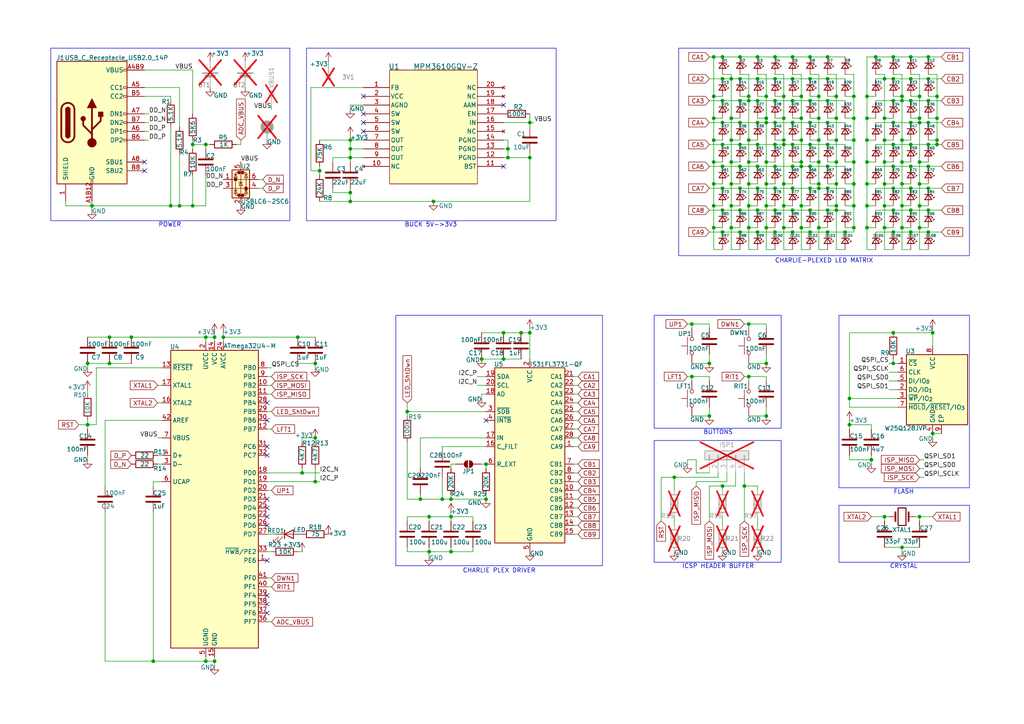
<source format=kicad_sch>
(kicad_sch (version 20250114) (generator "eeschema") (generator_version "9.0")
  (paper "A4")
  (title_block (title "Bad-Apple-Core"))
  (lib_symbols
    (symbol "2026-01-14_05-12-18:MPM3610GQV-Z" (pin_names (offset 0.254))
      (property "Reference" "U" (at 20.32 10.16 0))
      (property "Value" "MPM3610GQV-Z" (at 20.32 7.62 0))
      (symbol "MPM3610GQV-Z_0_1"
        (pin unspecified line (at 0 0 0) (length 7.62) (name "FB") (number "1"))
        (pin power_in line (at 0 -2.54 0) (length 7.62) (name "VCC") (number "2"))
        (pin power_out line (at 0 -5.08 0) (length 7.62) (name "AGND") (number "3"))
        (pin output line (at 0 -7.62 0) (length 7.62) (name "SW") (number "4"))
        (pin output line (at 0 -10.16 0) (length 7.62) (name "SW") (number "5"))
        (pin output line (at 0 -12.7 0) (length 7.62) (name "SW") (number "6"))
        (pin output line (at 0 -15.24 0) (length 7.62) (name "OUT") (number "7"))
        (pin output line (at 0 -17.78 0) (length 7.62) (name "OUT") (number "8"))
        (pin output line (at 0 -20.32 0) (length 7.62) (name "OUT") (number "9"))
        (pin no_connect line (at 0 -22.86 0) (length 7.62) (name "NC") (number "10"))
        (pin no_connect line (at 40.64 0 180) (length 7.62) (name "NC") (number "20"))
        (pin no_connect line (at 40.64 -2.54 180) (length 7.62) (name "NC") (number "19"))
        (pin unspecified line (at 40.64 -5.08 180) (length 7.62) (name "AAM") (number "18"))
        (pin unspecified line (at 40.64 -7.62 180) (length 7.62) (name "EN") (number "17"))
        (pin power_in line (at 40.64 -10.16 180) (length 7.62) (name "IN") (number "16"))
        (pin no_connect line (at 40.64 -12.7 180) (length 7.62) (name "NC") (number "15"))
        (pin power_out line (at 40.64 -15.24 180) (length 7.62) (name "PGND") (number "14"))
        (pin power_out line (at 40.64 -17.78 180) (length 7.62) (name "PGND") (number "13"))
        (pin power_out line (at 40.64 -20.32 180) (length 7.62) (name "PGND") (number "12"))
        (pin unspecified line (at 40.64 -22.86 180) (length 7.62) (name "BST") (number "11"))
      )
    )
    (symbol "Connector:TestPoint" (pin_numbers (hide yes)) (pin_names (offset 0.762) (hide yes))
      (property "Reference" "TP" (at 0 6.858 0))
      (property "Value" "TestPoint" (at 0 5.08 0))
      (symbol "TestPoint_1_1"
        (pin passive line (at 0 0 90) (length 2.54) (name "1") (number "1"))
      )
    )
    (symbol "Connector:USB_C_Receptacle_USB2.0_14P" (pin_names (offset 1.016))
      (property "Reference" "J1" (at -9.144 18.796 0))
      (property "Value" "USB_C_Receptacle_USB2.0_14P" (at 7.112 18.796 0))
      (symbol "USB_C_Receptacle_USB2.0_14P_1_1"
        (pin passive line (at -7.62 -22.86 90) (length 5.08) (name "SHIELD") (number "1"))
        (pin passive line (at -7.62 -22.86 90) (length 5.08) (hide yes) (name "SHIELD") (number "2"))
        (pin passive line (at -7.62 -22.86 90) (length 5.08) (hide yes) (name "SHIELD") (number "3"))
        (pin passive line (at -7.62 -22.86 90) (length 5.08) (hide yes) (name "SHIELD") (number "4"))
        (pin passive line (at 0 -22.86 90) (length 5.08) (name "GND") (number "A1B12"))
        (pin passive line (at 0 -22.86 90) (length 5.08) (hide yes) (name "GND") (number "B1A12"))
        (pin passive line (at 15.24 15.24 180) (length 5.08) (name "VBUS") (number "A4B9"))
        (pin passive line (at 15.24 15.24 180) (length 5.08) (hide yes) (name "VBUS") (number "B4A9"))
        (pin bidirectional line (at 15.24 10.16 180) (length 5.08) (name "CC1") (number "A5"))
        (pin bidirectional line (at 15.24 7.62 180) (length 5.08) (name "CC2") (number "B5"))
        (pin bidirectional line (at 15.24 2.54 180) (length 5.08) (name "DN1") (number "A7"))
        (pin bidirectional line (at 15.24 0 180) (length 5.08) (name "DN2") (number "B7"))
        (pin bidirectional line (at 15.24 -2.54 180) (length 5.08) (name "DP1") (number "A6"))
        (pin bidirectional line (at 15.24 -5.08 180) (length 5.08) (name "DP2") (number "B6"))
        (pin bidirectional line (at 15.24 -11.43 180) (length 5.08) (name "SBU1") (number "A8"))
        (pin bidirectional line (at 15.24 -13.97 180) (length 5.08) (name "SBU2") (number "B8"))
      )
    )
    (symbol "Connector_Generic:Conn_01x05" (pin_names (offset 1.016) (hide yes))
      (property "Reference" "J" (at 0 7.62 0))
      (property "Value" "Conn_01x05" (at 0 -7.62 0))
      (symbol "Conn_01x05_1_1"
        (pin passive line (at -5.08 5.08 0) (length 3.81) (name "Pin_1") (number "1"))
        (pin passive line (at -5.08 2.54 0) (length 3.81) (name "Pin_2") (number "2"))
        (pin passive line (at -5.08 0 0) (length 3.81) (name "Pin_3") (number "3"))
        (pin passive line (at -5.08 -2.54 0) (length 3.81) (name "Pin_4") (number "4"))
        (pin passive line (at -5.08 -5.08 0) (length 3.81) (name "Pin_5") (number "5"))
      )
    )
    (symbol "Device:Battery_Cell" (pin_numbers (hide yes)) (pin_names (offset 0) (hide yes))
      (property "Reference" "BT" (at 2.54 2.54 0))
      (property "Value" "Battery_Cell" (at 2.54 0 0))
      (symbol "Battery_Cell_1_1"
        (pin passive line (at 0 5.08 270) (length 2.54) (name "+") (number "1"))
        (pin passive line (at 0 -2.54 90) (length 2.54) (name "-") (number "2"))
      )
    )
    (symbol "Device:C" (pin_numbers (hide yes)) (pin_names (offset 0.254))
      (property "Reference" "C" (at 0.635 2.54 0))
      (property "Value" "C" (at 0.635 -2.54 0))
      (symbol "C_1_1"
        (pin passive line (at 0 3.81 270) (length 2.794) (name "~") (number "1"))
        (pin passive line (at 0 -3.81 90) (length 2.794) (name "~") (number "2"))
      )
    )
    (symbol "Device:Crystal" (pin_numbers (hide yes)) (pin_names (offset 1.016) (hide yes))
      (property "Reference" "Y" (at 0 3.81 0))
      (property "Value" "Crystal" (at 0 -3.81 0))
      (symbol "Crystal_1_1"
        (pin passive line (at -3.81 0 0) (length 1.27) (name "1") (number "1"))
        (pin passive line (at 3.81 0 180) (length 1.27) (name "2") (number "2"))
      )
    )
    (symbol "Device:LED" (pin_numbers (hide yes)) (pin_names (offset 1.016) (hide yes))
      (property "Reference" "D" (at 0 2.54 0))
      (property "Value" "LED" (at 0 -2.54 0))
      (symbol "LED_1_1"
        (pin passive line (at -3.81 0 0) (length 2.54) (name "K") (number "1"))
        (pin passive line (at 3.81 0 180) (length 2.54) (name "A") (number "2"))
      )
    )
    (symbol "Device:LED_Small" (pin_numbers (hide yes)) (pin_names (offset 0.254) (hide yes))
      (property "Reference" "D" (at -1.27 3.175 0))
      (property "Value" "LED_Small" (at -4.445 -2.54 0))
      (symbol "LED_Small_1_1"
        (pin passive line (at -2.54 0 0) (length 1.778) (name "K") (number "1"))
        (pin passive line (at 2.54 0 180) (length 1.778) (name "A") (number "2"))
      )
    )
    (symbol "Device:R" (pin_numbers (hide yes)) (pin_names (offset 0))
      (property "Reference" "R" (at 2.032 0 90))
      (property "Value" "R" (at 0 0 90))
      (symbol "R_1_1"
        (pin passive line (at 0 3.81 270) (length 1.27) (name "~") (number "1"))
        (pin passive line (at 0 -3.81 90) (length 1.27) (name "~") (number "2"))
      )
    )
    (symbol "Driver_LED:IS31FL3731-QF"
      (property "Reference" "U" (at -10.16 26.035 0))
      (property "Value" "IS31FL3731-QF" (at 2.54 -26.035 0))
      (symbol "IS31FL3731-QF_1_1"
        (pin bidirectional line (at -12.7 22.86 0) (length 2.54) (name "SDA") (number "19"))
        (pin input line (at -12.7 20.32 0) (length 2.54) (name "SCL") (number "20"))
        (pin input line (at -12.7 17.78 0) (length 2.54) (name "AD") (number "18"))
        (pin input line (at -12.7 12.7 0) (length 2.54) (name "~{SDB}") (number "3"))
        (pin open_collector line (at -12.7 10.16 0) (length 2.54) (name "~{INTB}") (number "4"))
        (pin input line (at -12.7 5.08 0) (length 2.54) (name "IN") (number "17"))
        (pin passive line (at -12.7 2.54 0) (length 2.54) (name "C_FILT") (number "16"))
        (pin passive line (at -12.7 -2.54 0) (length 2.54) (name "R_EXT") (number "6"))
        (pin power_in line (at 0 27.94 270) (length 2.54) (name "VCC") (number "2"))
        (pin passive line (at 0 -27.94 90) (length 2.54) (hide yes) (name "GND") (number "29"))
        (pin power_in line (at 0 -27.94 90) (length 2.54) (name "GND") (number "5"))
        (pin bidirectional line (at 12.7 22.86 180) (length 2.54) (name "CA1") (number "21"))
        (pin bidirectional line (at 12.7 20.32 180) (length 2.54) (name "CA2") (number "22"))
        (pin bidirectional line (at 12.7 17.78 180) (length 2.54) (name "CA3") (number "23"))
        (pin bidirectional line (at 12.7 15.24 180) (length 2.54) (name "CA4") (number "24"))
        (pin bidirectional line (at 12.7 12.7 180) (length 2.54) (name "CA5") (number "25"))
        (pin bidirectional line (at 12.7 10.16 180) (length 2.54) (name "CA6") (number "26"))
        (pin bidirectional line (at 12.7 7.62 180) (length 2.54) (name "CA7") (number "27"))
        (pin bidirectional line (at 12.7 5.08 180) (length 2.54) (name "CA8") (number "28"))
        (pin bidirectional line (at 12.7 2.54 180) (length 2.54) (name "CA9") (number "1"))
        (pin bidirectional line (at 12.7 -2.54 180) (length 2.54) (name "CB1") (number "7"))
        (pin bidirectional line (at 12.7 -5.08 180) (length 2.54) (name "CB2") (number "8"))
        (pin bidirectional line (at 12.7 -7.62 180) (length 2.54) (name "CB3") (number "9"))
        (pin bidirectional line (at 12.7 -10.16 180) (length 2.54) (name "CB4") (number "10"))
        (pin bidirectional line (at 12.7 -12.7 180) (length 2.54) (name "CB5") (number "11"))
        (pin bidirectional line (at 12.7 -15.24 180) (length 2.54) (name "CB6") (number "12"))
        (pin bidirectional line (at 12.7 -17.78 180) (length 2.54) (name "CB7") (number "13"))
        (pin bidirectional line (at 12.7 -20.32 180) (length 2.54) (name "CB8") (number "14"))
        (pin bidirectional line (at 12.7 -22.86 180) (length 2.54) (name "CB9") (number "15"))
      )
    )
    (symbol "Jumper:SolderJumper_2_Open" (pin_numbers (hide yes)) (pin_names (offset 0) (hide yes)) (in_bom no)
      (property "Reference" "JP" (at 0 2.032 0))
      (property "Value" "SolderJumper_2_Open" (at 0 -2.54 0))
      (symbol "SolderJumper_2_Open_1_1"
        (pin passive line (at -3.81 0 0) (length 2.54) (name "A") (number "1"))
        (pin passive line (at 3.81 0 180) (length 2.54) (name "B") (number "2"))
      )
    )
    (symbol "MCU_Microchip_ATmega:ATmega32U4-M"
      (property "Reference" "U" (at -12.7 44.45 0))
      (property "Value" "ATmega32U4-M" (at 2.54 -44.45 0))
      (symbol "ATmega32U4-M_1_1"
        (pin input line (at -15.24 38.1 0) (length 2.54) (name "~{RESET}") (number "13"))
        (pin input line (at -15.24 33.02 0) (length 2.54) (name "XTAL1") (number "17"))
        (pin output line (at -15.24 27.94 0) (length 2.54) (name "XTAL2") (number "16"))
        (pin passive line (at -15.24 22.86 0) (length 2.54) (name "AREF") (number "42"))
        (pin input line (at -15.24 17.78 0) (length 2.54) (name "VBUS") (number "7"))
        (pin bidirectional line (at -15.24 12.7 0) (length 2.54) (name "D+") (number "4"))
        (pin bidirectional line (at -15.24 10.16 0) (length 2.54) (name "D-") (number "3"))
        (pin passive line (at -15.24 5.08 0) (length 2.54) (name "UCAP") (number "6"))
        (pin power_in line (at -2.54 45.72 270) (length 2.54) (name "UVCC") (number "2"))
        (pin passive line (at -2.54 -45.72 90) (length 2.54) (name "UGND") (number "5"))
        (pin power_in line (at 0 45.72 270) (length 2.54) (name "VCC") (number "14"))
        (pin passive line (at 0 45.72 270) (length 2.54) (hide yes) (name "VCC") (number "34"))
        (pin power_in line (at 0 -45.72 90) (length 2.54) (name "GND") (number "15"))
        (pin passive line (at 0 -45.72 90) (length 2.54) (hide yes) (name "GND") (number "23"))
        (pin passive line (at 0 -45.72 90) (length 2.54) (hide yes) (name "GND") (number "35"))
        (pin passive line (at 0 -45.72 90) (length 2.54) (hide yes) (name "GND") (number "43"))
        (pin passive line (at 0 -45.72 90) (length 2.54) (hide yes) (name "GND") (number "45"))
        (pin power_in line (at 2.54 45.72 270) (length 2.54) (name "AVCC") (number "24"))
        (pin passive line (at 2.54 45.72 270) (length 2.54) (hide yes) (name "AVCC") (number "44"))
        (pin bidirectional line (at 15.24 38.1 180) (length 2.54) (name "PB0") (number "8"))
        (pin bidirectional line (at 15.24 35.56 180) (length 2.54) (name "PB1") (number "9"))
        (pin bidirectional line (at 15.24 33.02 180) (length 2.54) (name "PB2") (number "10"))
        (pin bidirectional line (at 15.24 30.48 180) (length 2.54) (name "PB3") (number "11"))
        (pin bidirectional line (at 15.24 27.94 180) (length 2.54) (name "PB4") (number "28"))
        (pin bidirectional line (at 15.24 25.4 180) (length 2.54) (name "PB5") (number "29"))
        (pin bidirectional line (at 15.24 22.86 180) (length 2.54) (name "PB6") (number "30"))
        (pin bidirectional line (at 15.24 20.32 180) (length 2.54) (name "PB7") (number "12"))
        (pin bidirectional line (at 15.24 15.24 180) (length 2.54) (name "PC6") (number "31"))
        (pin bidirectional line (at 15.24 12.7 180) (length 2.54) (name "PC7") (number "32"))
        (pin bidirectional line (at 15.24 7.62 180) (length 2.54) (name "PD0") (number "18"))
        (pin bidirectional line (at 15.24 5.08 180) (length 2.54) (name "PD1") (number "19"))
        (pin bidirectional line (at 15.24 2.54 180) (length 2.54) (name "PD2") (number "20"))
        (pin bidirectional line (at 15.24 0 180) (length 2.54) (name "PD3") (number "21"))
        (pin bidirectional line (at 15.24 -2.54 180) (length 2.54) (name "PD4") (number "25"))
        (pin bidirectional line (at 15.24 -5.08 180) (length 2.54) (name "PD5") (number "22"))
        (pin bidirectional line (at 15.24 -7.62 180) (length 2.54) (name "PD6") (number "26"))
        (pin bidirectional line (at 15.24 -10.16 180) (length 2.54) (name "PD7") (number "27"))
        (pin bidirectional line (at 15.24 -15.24 180) (length 2.54) (name "~{HWB}/PE2") (number "33"))
        (pin bidirectional line (at 15.24 -17.78 180) (length 2.54) (name "PE6") (number "1"))
        (pin bidirectional line (at 15.24 -22.86 180) (length 2.54) (name "PF0") (number "41"))
        (pin bidirectional line (at 15.24 -25.4 180) (length 2.54) (name "PF1") (number "40"))
        (pin bidirectional line (at 15.24 -27.94 180) (length 2.54) (name "PF4") (number "39"))
        (pin bidirectional line (at 15.24 -30.48 180) (length 2.54) (name "PF5") (number "38"))
        (pin bidirectional line (at 15.24 -33.02 180) (length 2.54) (name "PF6") (number "37"))
        (pin bidirectional line (at 15.24 -35.56 180) (length 2.54) (name "PF7") (number "36"))
      )
    )
    (symbol "Mechanical:MountingHole_Pad" (pin_numbers (hide yes)) (pin_names (offset 1.016) (hide yes)) (in_bom no)
      (property "Reference" "H" (at 0 6.35 0))
      (property "Value" "MountingHole_Pad" (at 0 4.445 0))
      (symbol "MountingHole_Pad_1_1"
        (pin input line (at 0 -2.54 90) (length 2.54) (name "1") (number "1"))
      )
    )
    (symbol "Memory_Flash:W25Q128JVP"
      (property "Reference" "U" (at -6.35 11.43 0))
      (property "Value" "W25Q128JVP" (at 7.62 11.43 0))
      (symbol "W25Q128JVP_1_1"
        (pin input line (at -10.16 7.62 0) (length 2.54) (name "~{CS}") (number "1"))
        (pin input line (at -10.16 5.08 0) (length 2.54) (name "CLK") (number "6"))
        (pin bidirectional line (at -10.16 2.54 0) (length 2.54) (name "DI/IO_{0}") (number "5"))
        (pin bidirectional line (at -10.16 0 0) (length 2.54) (name "DO/IO_{1}") (number "2"))
        (pin bidirectional line (at -10.16 -2.54 0) (length 2.54) (name "~{WP}/IO_{2}") (number "3"))
        (pin bidirectional line (at -10.16 -5.08 0) (length 2.54) (name "~{HOLD}/~{RESET}/IO_{3}") (number "7"))
        (pin power_in line (at 0 12.7 270) (length 2.54) (name "VCC") (number "8"))
        (pin power_in line (at 0 -12.7 90) (length 2.54) (name "GND") (number "4"))
        (pin passive line (at 2.54 -12.7 90) (length 2.54) (name "EP") (number "9"))
      )
    )
    (symbol "Power_Protection:USBLC6-2SC6" (pin_names (hide yes))
      (property "Reference" "U" (at 0.635 5.715 0))
      (property "Value" "USBLC6-2SC6" (at 0.635 3.81 0))
      (symbol "USBLC6-2SC6_1_1"
        (pin passive line (at -5.08 0 0) (length 2.54) (name "I/O1") (number "1"))
        (pin passive line (at -5.08 -2.54 0) (length 2.54) (name "I/O2") (number "3"))
        (pin passive line (at 0 5.08 270) (length 2.54) (name "VBUS") (number "5"))
        (pin passive line (at 0 -7.62 90) (length 2.54) (name "GND") (number "2"))
        (pin passive line (at 5.08 0 180) (length 2.54) (name "I/O1") (number "6"))
        (pin passive line (at 5.08 -2.54 180) (length 2.54) (name "I/O2") (number "4"))
      )
    )
    (symbol "Switch:SW_Push" (pin_numbers (hide yes)) (pin_names (offset 1.016) (hide yes))
      (property "Reference" "SW" (at 1.27 2.54 0))
      (property "Value" "SW_Push" (at 0 -1.524 0))
      (symbol "SW_Push_0_1"
        (pin passive line (at -5.08 0 0) (length 2.54) (name "1") (number "1"))
        (pin passive line (at 5.08 0 180) (length 2.54) (name "2") (number "2"))
      )
    )
    (symbol "power:+3V3" (power) (pin_numbers (hide yes)) (pin_names (offset 0) (hide yes))
      (property "Value" "+3V3" (at 0 3.556 0))
      (symbol "+3V3_1_1"
        (pin power_in line (at 0 0 90) (length 0) (name "~") (number "1"))
      )
    )
    (symbol "power:GND" (power) (pin_numbers (hide yes)) (pin_names (offset 0) (hide yes))
      (property "Value" "GND" (at 0 -3.81 0))
      (symbol "GND_1_1"
        (pin power_in line (at 0 0 270) (length 0) (name "~") (number "1"))
      )
    )
  )
  (rectangle (start 189.738 91.44) (end 226.568 124.206))
  (rectangle (start 243.332 146.558) (end 281.178 163.068))
  (rectangle (start 196.85 13.97) (end 281.178 74.168))
  (rectangle (start 88.9 13.97) (end 161.29 64.008))
  (rectangle (start 243.332 91.44) (end 281.178 141.478))
  (rectangle (start 189.738 127.762) (end 226.568 163.068))
  (rectangle (start 114.808 91.44) (end 174.752 164.084))
  (rectangle (start 14.732 13.97) (end 84.074 64.008))
  (text "CHARLIE-PLEXED LED MATRIX" (at 239.014 75.692 0) (effects (font (size 1.27 1.27))))
  (text "FLASH" (at 262.128 142.748 0) (effects (font (size 1.27 1.27))))
  (text "ICSP HEADER BUFFER" (at 208.28 164.338 0) (effects (font (size 1.27 1.27))))
  (text "CHARLIE PLEX DRIVER" (at 144.78 165.608 0) (effects (font (size 1.27 1.27))))
  (text "BUTTONS" (at 208.28 125.476 0) (effects (font (size 1.27 1.27))))
  (text "BUCK 5V->3V3" (at 124.968 65.278 0) (effects (font (size 1.27 1.27))))
  (text "POWER" (at 49.276 65.278 0) (effects (font (size 1.27 1.27))))
  (text "CRYSTAL" (at 262.128 164.338 0) (effects (font (size 1.27 1.27))))
  (junction (at 269.24 22.86))
  (junction (at 242.57 53.34))
  (junction (at 212.09 22.86))
  (junction (at 209.55 60.96))
  (junction (at 227.33 40.64))
  (junction (at 214.63 41.91))
  (junction (at 247.65 66.04))
  (junction (at 224.79 67.31))
  (junction (at 242.57 59.69))
  (junction (at 261.62 27.94))
  (junction (at 217.17 66.04))
  (junction (at 234.95 35.56))
  (junction (at 62.23 97.79))
  (junction (at 101.6 40.64))
  (junction (at 259.08 60.96))
  (junction (at 247.65 46.99))
  (junction (at 151.13 96.52))
  (junction (at 264.16 35.56))
  (junction (at 240.03 48.26))
  (junction (at 140.97 144.78))
  (junction (at 247.65 34.29))
  (junction (at 234.95 29.21))
  (junction (at 227.33 53.34))
  (junction (at 269.24 60.96))
  (junction (at 229.87 29.21))
  (junction (at 264.16 22.86))
  (junction (at 269.24 41.91))
  (junction (at 212.09 66.04))
  (junction (at 101.6 45.72))
  (junction (at 227.33 59.69))
  (junction (at 222.25 59.69))
  (junction (at 261.62 53.34))
  (junction (at 222.25 34.29))
  (junction (at 147.32 45.72))
  (junction (at 237.49 40.64))
  (junction (at 49.53 59.69))
  (junction (at 217.17 53.34))
  (junction (at 256.54 59.69))
  (junction (at 245.11 67.31))
  (junction (at 31.75 105.41))
  (junction (at 259.08 41.91))
  (junction (at 222.25 53.34))
  (junction (at 237.49 53.34))
  (junction (at 219.71 48.26))
  (junction (at 59.69 97.79))
  (junction (at 214.63 48.26))
  (junction (at 209.55 41.91))
  (junction (at 207.01 40.64))
  (junction (at 264.16 29.21))
  (junction (at 266.7 53.34))
  (junction (at 222.25 120.65))
  (junction (at 207.01 66.04))
  (junction (at 264.16 41.91))
  (junction (at 264.16 54.61))
  (junction (at 240.03 54.61))
  (junction (at 271.78 27.94))
  (junction (at 261.62 59.69))
  (junction (at 227.33 27.94))
  (junction (at 247.65 59.69))
  (junction (at 130.81 144.78))
  (junction (at 219.71 54.61))
  (junction (at 266.7 66.04))
  (junction (at 207.01 27.94))
  (junction (at 266.7 59.69))
  (junction (at 207.01 16.51))
  (junction (at 101.6 58.42))
  (junction (at 266.7 35.56))
  (junction (at 242.57 34.29))
  (junction (at 259.08 67.31))
  (junction (at 242.57 27.94))
  (junction (at 251.46 46.99))
  (junction (at 209.55 54.61))
  (junction (at 247.65 27.94))
  (junction (at 124.46 149.86))
  (junction (at 269.24 54.61))
  (junction (at 242.57 46.99))
  (junction (at 26.67 59.69))
  (junction (at 259.08 96.52))
  (junction (at 264.16 67.31))
  (junction (at 224.79 35.56))
  (junction (at 207.01 53.34))
  (junction (at 125.73 58.42))
  (junction (at 271.78 40.64))
  (junction (at 219.71 41.91))
  (junction (at 237.49 46.99))
  (junction (at 256.54 34.29))
  (junction (at 212.09 34.29))
  (junction (at 232.41 48.26))
  (junction (at 214.63 29.21))
  (junction (at 195.58 138.43))
  (junction (at 153.67 45.72))
  (junction (at 232.41 27.94))
  (junction (at 91.44 105.41))
  (junction (at 261.62 29.21))
  (junction (at 266.7 27.94))
  (junction (at 212.09 40.64))
  (junction (at 242.57 60.96))
  (junction (at 259.08 22.86))
  (junction (at 87.63 137.16))
  (junction (at 234.95 22.86))
  (junction (at 217.17 40.64))
  (junction (at 232.41 46.99))
  (junction (at 232.41 40.64))
  (junction (at 256.54 22.86))
  (junction (at 251.46 66.04))
  (junction (at 44.45 191.77))
  (junction (at 209.55 140.97))
  (junction (at 251.46 27.94))
  (junction (at 264.16 48.26))
  (junction (at 256.54 53.34))
  (junction (at 219.71 16.51))
  (junction (at 259.08 29.21))
  (junction (at 259.08 54.61))
  (junction (at 227.33 41.91))
  (junction (at 25.4 105.41))
  (junction (at 219.71 29.21))
  (junction (at 269.24 35.56))
  (junction (at 247.65 40.64))
  (junction (at 209.55 29.21))
  (junction (at 124.46 160.02))
  (junction (at 146.05 96.52))
  (junction (at 212.09 53.34))
  (junction (at 147.32 43.18))
  (junction (at 224.79 54.61))
  (junction (at 217.17 29.21))
  (junction (at 118.11 119.38))
  (junction (at 256.54 149.86))
  (junction (at 207.01 34.29))
  (junction (at 270.51 96.52))
  (junction (at 207.01 59.69))
  (junction (at 222.25 46.99))
  (junction (at 209.55 16.51))
  (junction (at 139.7 104.14))
  (junction (at 101.6 43.18))
  (junction (at 229.87 54.61))
  (junction (at 240.03 22.86))
  (junction (at 31.75 97.79))
  (junction (at 237.49 54.61))
  (junction (at 269.24 29.21))
  (junction (at 212.09 46.99))
  (junction (at 269.24 16.51))
  (junction (at 128.27 144.78))
  (junction (at 209.55 35.56))
  (junction (at 234.95 54.61))
  (junction (at 229.87 16.51))
  (junction (at 266.7 34.29))
  (junction (at 229.87 35.56))
  (junction (at 207.01 46.99))
  (junction (at 86.36 97.79))
  (junction (at 266.7 149.86))
  (junction (at 240.03 60.96))
  (junction (at 259.08 16.51))
  (junction (at 229.87 41.91))
  (junction (at 224.79 29.21))
  (junction (at 200.66 109.22))
  (junction (at 261.62 46.99))
  (junction (at 261.62 158.75))
  (junction (at 227.33 66.04))
  (junction (at 214.63 22.86))
  (junction (at 234.95 41.91))
  (junction (at 38.1 97.79))
  (junction (at 237.49 34.29))
  (junction (at 261.62 66.04))
  (junction (at 256.54 40.64))
  (junction (at 271.78 41.91))
  (junction (at 256.54 66.04))
  (junction (at 264.16 16.51))
  (junction (at 59.69 41.91))
  (junction (at 240.03 41.91))
  (junction (at 229.87 60.96))
  (junction (at 224.79 41.91))
  (junction (at 237.49 27.94))
  (junction (at 215.9 140.97))
  (junction (at 234.95 60.96))
  (junction (at 222.25 27.94))
  (junction (at 146.05 104.14))
  (junction (at 251.46 40.64))
  (junction (at 229.87 67.31))
  (junction (at 264.16 60.96))
  (junction (at 254 16.51))
  (junction (at 214.63 67.31))
  (junction (at 240.03 29.21))
  (junction (at 64.77 97.79))
  (junction (at 251.46 34.29))
  (junction (at 259.08 105.41))
  (junction (at 214.63 60.96))
  (junction (at 153.67 96.52))
  (junction (at 270.51 125.73))
  (junction (at 55.88 41.91))
  (junction (at 217.17 27.94))
  (junction (at 252.73 133.35))
  (junction (at 237.49 66.04))
  (junction (at 269.24 48.26))
  (junction (at 59.69 191.77))
  (junction (at 259.08 48.26))
  (junction (at 205.74 105.41))
  (junction (at 240.03 67.31))
  (junction (at 232.41 34.29))
  (junction (at 214.63 35.56))
  (junction (at 130.81 160.02))
  (junction (at 251.46 53.34))
  (junction (at 234.95 48.26))
  (junction (at 227.33 34.29))
  (junction (at 242.57 40.64))
  (junction (at 224.79 60.96))
  (junction (at 261.62 40.64))
  (junction (at 232.41 66.04))
  (junction (at 246.38 123.19))
  (junction (at 62.23 191.77))
  (junction (at 130.81 149.86))
  (junction (at 214.63 54.61))
  (junction (at 205.74 120.65))
  (junction (at 240.03 35.56))
  (junction (at 52.07 59.69))
  (junction (at 219.71 35.56))
  (junction (at 251.46 59.69))
  (junction (at 217.17 109.22))
  (junction (at 140.97 134.62))
  (junction (at 224.79 16.51))
  (junction (at 229.87 48.26))
  (junction (at 229.87 22.86))
  (junction (at 224.79 48.26))
  (junction (at 222.25 35.56))
  (junction (at 259.08 35.56))
  (junction (at 209.55 48.26))
  (junction (at 219.71 60.96))
  (junction (at 247.65 53.34))
  (junction (at 91.44 139.7))
  (junction (at 222.25 105.41))
  (junction (at 219.71 22.86))
  (junction (at 214.63 16.51))
  (junction (at 240.03 16.51))
  (junction (at 256.54 46.99))
  (junction (at 217.17 59.69))
  (junction (at 153.67 35.56))
  (junction (at 266.7 46.99))
  (junction (at 234.95 67.31))
  (junction (at 222.25 66.04))
  (junction (at 232.41 59.69))
  (junction (at 217.17 46.99))
  (junction (at 224.79 22.86))
  (junction (at 234.95 16.51))
  (junction (at 217.17 93.98))
  (junction (at 25.4 123.19))
  (junction (at 271.78 34.29))
  (junction (at 200.66 93.98))
  (junction (at 92.71 49.53))
  (junction (at 101.6 55.88))
  (junction (at 55.88 59.69))
  (junction (at 219.71 67.31))
  (junction (at 246.38 115.57))
  (junction (at 269.24 67.31))
  (junction (at 209.55 67.31))
  (junction (at 91.44 127))
  (junction (at 209.55 22.86))
  (junction (at 212.09 59.69))
  (junction (at 121.92 144.78))
  (no_connect (at 77.47 152.4))
  (no_connect (at 105.41 27.94))
  (no_connect (at 146.05 48.26))
  (no_connect (at 77.47 162.56))
  (no_connect (at 140.97 121.92))
  (no_connect (at 77.47 144.78))
  (no_connect (at 105.41 35.56))
  (no_connect (at 77.47 177.8))
  (no_connect (at 77.47 129.54))
  (no_connect (at 105.41 38.1))
  (no_connect (at 77.47 149.86))
  (no_connect (at 146.05 30.48))
  (no_connect (at 41.91 46.99))
  (no_connect (at 77.47 175.26))
  (no_connect (at 77.47 172.72))
  (no_connect (at 105.41 33.02))
  (no_connect (at 41.91 49.53))
  (no_connect (at 77.47 147.32))
  (no_connect (at 77.47 132.08))
  (no_connect (at 77.47 116.84))
  (no_connect (at 77.47 121.92))
  (wire (pts (xy 215.9 93.98) (xy 217.17 93.98)))
  (wire (pts (xy 232.41 21.59) (xy 232.41 27.94)))
  (wire (pts (xy 232.41 59.69) (xy 232.41 48.26)))
  (wire (pts (xy 101.6 43.18) (xy 101.6 45.72)))
  (wire (pts (xy 246.38 115.57) (xy 246.38 118.11)))
  (wire (pts (xy 240.03 59.69) (xy 242.57 59.69)))
  (wire (pts (xy 101.6 30.48) (xy 101.6 31.75)))
  (wire (pts (xy 259.08 54.61) (xy 264.16 54.61)))
  (wire (pts (xy 137.16 158.75) (xy 137.16 160.02)))
  (wire (pts (xy 266.7 59.69) (xy 269.24 59.69)))
  (wire (pts (xy 167.64 142.24) (xy 166.37 142.24)))
  (wire (pts (xy 256.54 22.86) (xy 259.08 22.86)))
  (wire (pts (xy 130.81 134.62) (xy 132.08 134.62)))
  (wire (pts (xy 210.82 137.16) (xy 210.82 139.7)))
  (wire (pts (xy 130.81 158.75) (xy 130.81 160.02)))
  (wire (pts (xy 124.46 160.02) (xy 118.11 160.02)))
  (wire (pts (xy 25.4 133.35) (xy 25.4 132.08)))
  (wire (pts (xy 257.81 105.41) (xy 259.08 105.41)))
  (wire (pts (xy 229.87 34.29) (xy 232.41 34.29)))
  (wire (pts (xy 205.74 140.97) (xy 209.55 140.97)))
  (wire (pts (xy 219.71 21.59) (xy 222.25 21.59)))
  (wire (pts (xy 227.33 66.04) (xy 227.33 72.39)))
  (wire (pts (xy 219.71 27.94) (xy 222.25 27.94)))
  (wire (pts (xy 207.01 53.34) (xy 207.01 59.69)))
  (wire (pts (xy 25.4 106.68) (xy 25.4 105.41)))
  (wire (pts (xy 227.33 53.34) (xy 227.33 59.69)))
  (wire (pts (xy 78.74 160.02) (xy 77.47 160.02)))
  (wire (pts (xy 269.24 67.31) (xy 273.05 67.31)))
  (wire (pts (xy 254 46.99) (xy 251.46 46.99)))
  (wire (pts (xy 60.96 41.91) (xy 59.69 41.91)))
  (wire (pts (xy 259.08 96.52) (xy 270.51 96.52)))
  (wire (pts (xy 167.64 129.54) (xy 166.37 129.54)))
  (wire (pts (xy 251.46 34.29) (xy 251.46 40.64)))
  (wire (pts (xy 234.95 53.34) (xy 237.49 53.34)))
  (wire (pts (xy 217.17 40.64) (xy 217.17 46.99)))
  (wire (pts (xy 214.63 29.21) (xy 217.17 29.21)))
  (wire (pts (xy 237.49 66.04) (xy 237.49 54.61)))
  (wire (pts (xy 101.6 39.37) (xy 101.6 40.64)))
  (wire (pts (xy 266.7 35.56) (xy 269.24 35.56)))
  (wire (pts (xy 270.51 96.52) (xy 270.51 100.33)))
  (wire (pts (xy 234.95 34.29) (xy 237.49 34.29)))
  (wire (pts (xy 237.49 66.04) (xy 237.49 72.39)))
  (wire (pts (xy 219.71 41.91) (xy 224.79 41.91)))
  (wire (pts (xy 214.63 48.26) (xy 219.71 48.26)))
  (wire (pts (xy 251.46 66.04) (xy 251.46 59.69)))
  (wire (pts (xy 146.05 43.18) (xy 147.32 43.18)))
  (wire (pts (xy 138.43 109.22) (xy 140.97 109.22)))
  (wire (pts (xy 247.65 40.64) (xy 247.65 46.99)))
  (wire (pts (xy 271.78 34.29) (xy 271.78 40.64)))
  (wire (pts (xy 153.67 96.52) (xy 151.13 96.52)))
  (wire (pts (xy 240.03 48.26) (xy 245.11 48.26)))
  (wire (pts (xy 224.79 21.59) (xy 227.33 21.59)))
  (wire (pts (xy 266.7 149.86) (xy 265.43 149.86)))
  (wire (pts (xy 224.79 34.29) (xy 227.33 34.29)))
  (wire (pts (xy 191.77 151.13) (xy 191.77 138.43)))
  (wire (pts (xy 167.64 121.92) (xy 166.37 121.92)))
  (wire (pts (xy 153.67 104.14) (xy 153.67 96.52)))
  (wire (pts (xy 227.33 27.94) (xy 227.33 34.29)))
  (wire (pts (xy 101.6 46.99) (xy 101.6 45.72)))
  (wire (pts (xy 251.46 27.94) (xy 251.46 16.51)))
  (wire (pts (xy 269.24 72.39) (xy 266.7 72.39)))
  (wire (pts (xy 153.67 33.02) (xy 153.67 35.56)))
  (wire (pts (xy 45.72 134.62) (xy 46.99 134.62)))
  (wire (pts (xy 227.33 34.29) (xy 227.33 40.64)))
  (wire (pts (xy 208.28 137.16) (xy 208.28 138.43)))
  (wire (pts (xy 121.92 144.78) (xy 128.27 144.78)))
  (wire (pts (xy 195.58 138.43) (xy 208.28 138.43)))
  (wire (pts (xy 121.92 135.89) (xy 121.92 127)))
  (wire (pts (xy 227.33 59.69) (xy 227.33 66.04)))
  (wire (pts (xy 44.45 191.77) (xy 59.69 191.77)))
  (wire (pts (xy 240.03 72.39) (xy 237.49 72.39)))
  (wire (pts (xy 91.44 106.68) (xy 91.44 105.41)))
  (wire (pts (xy 261.62 27.94) (xy 261.62 29.21)))
  (wire (pts (xy 49.53 27.94) (xy 49.53 29.21)))
  (wire (pts (xy 229.87 16.51) (xy 234.95 16.51)))
  (wire (pts (xy 59.69 99.06) (xy 59.69 97.79)))
  (wire (pts (xy 25.4 97.79) (xy 31.75 97.79)))
  (wire (pts (xy 269.24 22.86) (xy 273.05 22.86)))
  (wire (pts (xy 222.25 59.69) (xy 222.25 53.34)))
  (wire (pts (xy 245.11 40.64) (xy 247.65 40.64)))
  (wire (pts (xy 269.24 54.61) (xy 273.05 54.61)))
  (wire (pts (xy 77.47 139.7) (xy 91.44 139.7)))
  (wire (pts (xy 259.08 104.14) (xy 259.08 105.41)))
  (wire (pts (xy 224.79 48.26) (xy 229.87 48.26)))
  (wire (pts (xy 247.65 21.59) (xy 247.65 27.94)))
  (wire (pts (xy 207.01 40.64) (xy 209.55 40.64)))
  (wire (pts (xy 195.58 149.86) (xy 195.58 152.4)))
  (wire (pts (xy 209.55 67.31) (xy 214.63 67.31)))
  (wire (pts (xy 45.72 116.84) (xy 46.99 116.84)))
  (wire (pts (xy 234.95 40.64) (xy 237.49 40.64)))
  (wire (pts (xy 59.69 191.77) (xy 62.23 191.77)))
  (wire (pts (xy 212.09 46.99) (xy 212.09 53.34)))
  (wire (pts (xy 261.62 29.21) (xy 264.16 29.21)))
  (wire (pts (xy 140.97 143.51) (xy 140.97 144.78)))
  (wire (pts (xy 200.66 120.65) (xy 205.74 120.65)))
  (wire (pts (xy 55.88 59.69) (xy 59.69 59.69)))
  (wire (pts (xy 259.08 105.41) (xy 260.35 105.41)))
  (wire (pts (xy 147.32 40.64) (xy 147.32 43.18)))
  (wire (pts (xy 118.11 119.38) (xy 140.97 119.38)))
  (wire (pts (xy 207.01 66.04) (xy 207.01 72.39)))
  (wire (pts (xy 118.11 128.27) (xy 118.11 144.78)))
  (wire (pts (xy 92.71 58.42) (xy 101.6 58.42)))
  (wire (pts (xy 167.64 149.86) (xy 166.37 149.86)))
  (wire (pts (xy 69.85 40.64) (xy 69.85 41.91)))
  (wire (pts (xy 212.09 40.64) (xy 212.09 46.99)))
  (wire (pts (xy 251.46 53.34) (xy 251.46 46.99)))
  (wire (pts (xy 264.16 72.39) (xy 261.62 72.39)))
  (wire (pts (xy 264.16 35.56) (xy 266.7 35.56)))
  (wire (pts (xy 269.24 35.56) (xy 273.05 35.56)))
  (wire (pts (xy 77.47 137.16) (xy 87.63 137.16)))
  (wire (pts (xy 264.16 27.94) (xy 266.7 27.94)))
  (wire (pts (xy 121.92 127) (xy 140.97 127)))
  (wire (pts (xy 222.25 21.59) (xy 222.25 27.94)))
  (wire (pts (xy 205.74 22.86) (xy 209.55 22.86)))
  (wire (pts (xy 246.38 96.52) (xy 259.08 96.52)))
  (wire (pts (xy 200.66 110.49) (xy 200.66 109.22)))
  (wire (pts (xy 271.78 40.64) (xy 271.78 41.91)))
  (wire (pts (xy 219.71 35.56) (xy 222.25 35.56)))
  (wire (pts (xy 209.55 54.61) (xy 214.63 54.61)))
  (wire (pts (xy 55.88 20.32) (xy 55.88 33.02)))
  (wire (pts (xy 217.17 93.98) (xy 222.25 93.98)))
  (wire (pts (xy 245.11 53.34) (xy 247.65 53.34)))
  (wire (pts (xy 232.41 34.29) (xy 232.41 40.64)))
  (wire (pts (xy 41.91 35.56) (xy 43.18 35.56)))
  (wire (pts (xy 130.81 149.86) (xy 137.16 149.86)))
  (wire (pts (xy 252.73 133.35) (xy 252.73 134.62)))
  (wire (pts (xy 96.52 54.61) (xy 96.52 55.88)))
  (wire (pts (xy 251.46 59.69) (xy 254 59.69)))
  (wire (pts (xy 240.03 41.91) (xy 245.11 41.91)))
  (wire (pts (xy 207.01 53.34) (xy 209.55 53.34)))
  (wire (pts (xy 19.05 59.69) (xy 26.67 59.69)))
  (wire (pts (xy 237.49 21.59) (xy 237.49 27.94)))
  (wire (pts (xy 199.39 134.62) (xy 199.39 133.35)))
  (wire (pts (xy 229.87 27.94) (xy 232.41 27.94)))
  (wire (pts (xy 224.79 22.86) (xy 229.87 22.86)))
  (wire (pts (xy 261.62 66.04) (xy 261.62 72.39)))
  (wire (pts (xy 212.09 40.64) (xy 214.63 40.64)))
  (wire (pts (xy 227.33 59.69) (xy 229.87 59.69)))
  (wire (pts (xy 91.44 127) (xy 91.44 128.27)))
  (wire (pts (xy 254 29.21) (xy 259.08 29.21)))
  (wire (pts (xy 219.71 22.86) (xy 224.79 22.86)))
  (wire (pts (xy 200.66 109.22) (xy 205.74 109.22)))
  (wire (pts (xy 130.81 160.02) (xy 137.16 160.02)))
  (wire (pts (xy 217.17 95.25) (xy 217.17 93.98)))
  (wire (pts (xy 246.38 115.57) (xy 260.35 115.57)))
  (wire (pts (xy 252.73 123.19) (xy 252.73 124.46)))
  (wire (pts (xy 167.64 119.38) (xy 166.37 119.38)))
  (wire (pts (xy 254 34.29) (xy 251.46 34.29)))
  (wire (pts (xy 205.74 109.22) (xy 205.74 110.49)))
  (wire (pts (xy 227.33 53.34) (xy 227.33 41.91)))
  (wire (pts (xy 224.79 29.21) (xy 229.87 29.21)))
  (wire (pts (xy 222.25 109.22) (xy 222.25 110.49)))
  (wire (pts (xy 207.01 59.69) (xy 207.01 66.04)))
  (wire (pts (xy 264.16 16.51) (xy 269.24 16.51)))
  (wire (pts (xy 254 54.61) (xy 259.08 54.61)))
  (wire (pts (xy 153.67 36.83) (xy 153.67 35.56)))
  (wire (pts (xy 246.38 123.19) (xy 252.73 123.19)))
  (wire (pts (xy 219.71 149.86) (xy 219.71 152.4)))
  (wire (pts (xy 229.87 46.99) (xy 232.41 46.99)))
  (wire (pts (xy 261.62 66.04) (xy 264.16 66.04)))
  (wire (pts (xy 222.25 66.04) (xy 224.79 66.04)))
  (wire (pts (xy 76.2 54.61) (xy 74.93 54.61)))
  (wire (pts (xy 219.71 54.61) (xy 224.79 54.61)))
  (wire (pts (xy 245.11 27.94) (xy 247.65 27.94)))
  (wire (pts (xy 269.24 40.64) (xy 271.78 40.64)))
  (wire (pts (xy 259.08 72.39) (xy 256.54 72.39)))
  (wire (pts (xy 215.9 109.22) (xy 217.17 109.22)))
  (wire (pts (xy 207.01 34.29) (xy 209.55 34.29)))
  (wire (pts (xy 214.63 67.31) (xy 219.71 67.31)))
  (wire (pts (xy 205.74 102.87) (xy 205.74 105.41)))
  (wire (pts (xy 257.81 113.03) (xy 260.35 113.03)))
  (wire (pts (xy 217.17 21.59) (xy 217.17 27.94)))
  (wire (pts (xy 227.33 40.64) (xy 227.33 41.91)))
  (wire (pts (xy 118.11 144.78) (xy 121.92 144.78)))
  (wire (pts (xy 234.95 54.61) (xy 237.49 54.61)))
  (wire (pts (xy 245.11 67.31) (xy 247.65 67.31)))
  (wire (pts (xy 77.47 154.94) (xy 80.01 154.94)))
  (wire (pts (xy 245.11 66.04) (xy 247.65 66.04)))
  (wire (pts (xy 261.62 53.34) (xy 261.62 59.69)))
  (wire (pts (xy 52.07 36.83) (xy 52.07 25.4)))
  (wire (pts (xy 45.72 127) (xy 46.99 127)))
  (wire (pts (xy 86.36 97.79) (xy 91.44 97.79)))
  (wire (pts (xy 256.54 59.69) (xy 259.08 59.69)))
  (wire (pts (xy 246.38 133.35) (xy 252.73 133.35)))
  (wire (pts (xy 234.95 35.56) (xy 240.03 35.56)))
  (wire (pts (xy 201.93 133.35) (xy 201.93 137.16)))
  (wire (pts (xy 240.03 29.21) (xy 245.11 29.21)))
  (wire (pts (xy 205.74 54.61) (xy 209.55 54.61)))
  (wire (pts (xy 217.17 53.34) (xy 219.71 53.34)))
  (wire (pts (xy 256.54 53.34) (xy 256.54 59.69)))
  (wire (pts (xy 128.27 144.78) (xy 128.27 138.43)))
  (wire (pts (xy 214.63 22.86) (xy 219.71 22.86)))
  (wire (pts (xy 209.55 48.26) (xy 214.63 48.26)))
  (wire (pts (xy 217.17 27.94) (xy 217.17 29.21)))
  (wire (pts (xy 266.7 66.04) (xy 266.7 72.39)))
  (wire (pts (xy 222.25 66.04) (xy 222.25 59.69)))
  (wire (pts (xy 224.79 27.94) (xy 227.33 27.94)))
  (wire (pts (xy 209.55 149.86) (xy 209.55 152.4)))
  (wire (pts (xy 246.38 123.19) (xy 246.38 124.46)))
  (wire (pts (xy 130.81 144.78) (xy 140.97 144.78)))
  (wire (pts (xy 118.11 149.86) (xy 118.11 151.13)))
  (wire (pts (xy 45.72 132.08) (xy 46.99 132.08)))
  (wire (pts (xy 246.38 96.52) (xy 246.38 115.57)))
  (wire (pts (xy 266.7 21.59) (xy 266.7 27.94)))
  (wire (pts (xy 205.74 35.56) (xy 209.55 35.56)))
  (wire (pts (xy 259.08 40.64) (xy 256.54 40.64)))
  (wire (pts (xy 201.93 139.7) (xy 210.82 139.7)))
  (wire (pts (xy 222.25 27.94) (xy 222.25 34.29)))
  (wire (pts (xy 25.4 123.19) (xy 25.4 124.46)))
  (wire (pts (xy 269.24 21.59) (xy 271.78 21.59)))
  (wire (pts (xy 87.63 127) (xy 91.44 127)))
  (wire (pts (xy 254 67.31) (xy 259.08 67.31)))
  (wire (pts (xy 261.62 59.69) (xy 264.16 59.69)))
  (wire (pts (xy 247.65 46.99) (xy 247.65 53.34)))
  (wire (pts (xy 77.47 167.64) (xy 78.74 167.64)))
  (wire (pts (xy 242.57 59.69) (xy 242.57 60.96)))
  (wire (pts (xy 124.46 161.29) (xy 124.46 160.02)))
  (wire (pts (xy 247.65 27.94) (xy 247.65 34.29)))
  (wire (pts (xy 205.74 151.13) (xy 205.74 140.97)))
  (wire (pts (xy 55.88 41.91) (xy 59.69 41.91)))
  (wire (pts (xy 207.01 16.51) (xy 207.01 27.94)))
  (wire (pts (xy 246.38 118.11) (xy 260.35 118.11)))
  (wire (pts (xy 240.03 67.31) (xy 245.11 67.31)))
  (wire (pts (xy 96.52 46.99) (xy 96.52 45.72)))
  (wire (pts (xy 219.71 40.64) (xy 217.17 40.64)))
  (wire (pts (xy 219.71 16.51) (xy 224.79 16.51)))
  (wire (pts (xy 139.7 134.62) (xy 140.97 134.62)))
  (wire (pts (xy 121.92 143.51) (xy 121.92 144.78)))
  (wire (pts (xy 227.33 66.04) (xy 229.87 66.04)))
  (wire (pts (xy 251.46 27.94) (xy 251.46 34.29)))
  (wire (pts (xy 209.55 22.86) (xy 212.09 22.86)))
  (wire (pts (xy 229.87 72.39) (xy 227.33 72.39)))
  (wire (pts (xy 64.77 99.06) (xy 64.77 97.79)))
  (wire (pts (xy 232.41 46.99) (xy 232.41 48.26)))
  (wire (pts (xy 227.33 41.91) (xy 229.87 41.91)))
  (wire (pts (xy 207.01 16.51) (xy 209.55 16.51)))
  (wire (pts (xy 232.41 66.04) (xy 232.41 72.39)))
  (wire (pts (xy 153.67 45.72) (xy 153.67 58.42)))
  (wire (pts (xy 234.95 67.31) (xy 240.03 67.31)))
  (wire (pts (xy 251.46 53.34) (xy 254 53.34)))
  (wire (pts (xy 153.67 95.25) (xy 153.67 96.52)))
  (wire (pts (xy 224.79 67.31) (xy 229.87 67.31)))
  (wire (pts (xy 240.03 54.61) (xy 245.11 54.61)))
  (wire (pts (xy 139.7 114.3) (xy 140.97 114.3)))
  (wire (pts (xy 217.17 66.04) (xy 217.17 72.39)))
  (wire (pts (xy 55.88 41.91) (xy 55.88 43.18)))
  (wire (pts (xy 269.24 46.99) (xy 266.7 46.99)))
  (wire (pts (xy 217.17 66.04) (xy 219.71 66.04)))
  (wire (pts (xy 137.16 151.13) (xy 137.16 149.86)))
  (wire (pts (xy 245.11 72.39) (xy 242.57 72.39)))
  (wire (pts (xy 234.95 16.51) (xy 240.03 16.51)))
  (wire (pts (xy 222.25 35.56) (xy 224.79 35.56)))
  (wire (pts (xy 128.27 144.78) (xy 130.81 144.78)))
  (wire (pts (xy 224.79 60.96) (xy 229.87 60.96)))
  (wire (pts (xy 96.52 45.72) (xy 101.6 45.72)))
  (wire (pts (xy 26.67 59.69) (xy 26.67 58.42)))
  (wire (pts (xy 219.71 140.97) (xy 219.71 142.24)))
  (wire (pts (xy 254 35.56) (xy 259.08 35.56)))
  (wire (pts (xy 256.54 21.59) (xy 256.54 22.86)))
  (wire (pts (xy 266.7 138.43) (xy 267.97 138.43)))
  (wire (pts (xy 217.17 29.21) (xy 217.17 40.64)))
  (wire (pts (xy 26.67 60.96) (xy 26.67 59.69)))
  (wire (pts (xy 41.91 38.1) (xy 43.18 38.1)))
  (wire (pts (xy 147.32 45.72) (xy 146.05 45.72)))
  (wire (pts (xy 217.17 59.69) (xy 217.17 66.04)))
  (wire (pts (xy 271.78 41.91) (xy 273.05 41.91)))
  (wire (pts (xy 46.99 139.7) (xy 44.45 139.7)))
  (wire (pts (xy 92.71 49.53) (xy 92.71 50.8)))
  (wire (pts (xy 254 22.86) (xy 256.54 22.86)))
  (wire (pts (xy 118.11 120.65) (xy 118.11 119.38)))
  (wire (pts (xy 217.17 59.69) (xy 219.71 59.69)))
  (wire (pts (xy 167.64 147.32) (xy 166.37 147.32)))
  (wire (pts (xy 200.66 93.98) (xy 205.74 93.98)))
  (wire (pts (xy 55.88 50.8) (xy 55.88 59.69)))
  (wire (pts (xy 78.74 111.76) (xy 77.47 111.76)))
  (wire (pts (xy 222.25 93.98) (xy 222.25 95.25)))
  (wire (pts (xy 212.09 34.29) (xy 212.09 40.64)))
  (wire (pts (xy 254 40.64) (xy 251.46 40.64)))
  (wire (pts (xy 207.01 59.69) (xy 209.55 59.69)))
  (wire (pts (xy 209.55 41.91) (xy 214.63 41.91)))
  (wire (pts (xy 41.91 33.02) (xy 43.18 33.02)))
  (wire (pts (xy 209.55 142.24) (xy 209.55 140.97)))
  (wire (pts (xy 212.09 21.59) (xy 212.09 22.86)))
  (wire (pts (xy 124.46 149.86) (xy 130.81 149.86)))
  (wire (pts (xy 78.74 180.34) (xy 77.47 180.34)))
  (wire (pts (xy 224.79 41.91) (xy 227.33 41.91)))
  (wire (pts (xy 219.71 67.31) (xy 224.79 67.31)))
  (wire (pts (xy 207.01 27.94) (xy 209.55 27.94)))
  (wire (pts (xy 266.7 135.89) (xy 267.97 135.89)))
  (wire (pts (xy 214.63 72.39) (xy 212.09 72.39)))
  (wire (pts (xy 259.08 48.26) (xy 264.16 48.26)))
  (wire (pts (xy 64.77 97.79) (xy 86.36 97.79)))
  (wire (pts (xy 167.64 127) (xy 166.37 127)))
  (wire (pts (xy 222.25 53.34) (xy 222.25 46.99)))
  (wire (pts (xy 237.49 34.29) (xy 237.49 40.64)))
  (wire (pts (xy 59.69 190.5) (xy 59.69 191.77)))
  (wire (pts (xy 217.17 109.22) (xy 222.25 109.22)))
  (wire (pts (xy 212.09 46.99) (xy 214.63 46.99)))
  (wire (pts (xy 252.73 149.86) (xy 256.54 149.86)))
  (wire (pts (xy 234.95 60.96) (xy 240.03 60.96)))
  (wire (pts (xy 87.63 160.02) (xy 86.36 160.02)))
  (wire (pts (xy 167.64 111.76) (xy 166.37 111.76)))
  (wire (pts (xy 259.08 21.59) (xy 261.62 21.59)))
  (wire (pts (xy 205.74 16.51) (xy 207.01 16.51)))
  (wire (pts (xy 105.41 30.48) (xy 101.6 30.48)))
  (wire (pts (xy 240.03 34.29) (xy 242.57 34.29)))
  (wire (pts (xy 259.08 29.21) (xy 261.62 29.21)))
  (wire (pts (xy 52.07 44.45) (xy 52.07 59.69)))
  (wire (pts (xy 264.16 60.96) (xy 269.24 60.96)))
  (wire (pts (xy 25.4 121.92) (xy 25.4 123.19)))
  (wire (pts (xy 264.16 46.99) (xy 261.62 46.99)))
  (wire (pts (xy 214.63 60.96) (xy 219.71 60.96)))
  (wire (pts (xy 269.24 48.26) (xy 273.05 48.26)))
  (wire (pts (xy 59.69 97.79) (xy 62.23 97.79)))
  (wire (pts (xy 229.87 40.64) (xy 232.41 40.64)))
  (wire (pts (xy 229.87 54.61) (xy 234.95 54.61)))
  (wire (pts (xy 167.64 144.78) (xy 166.37 144.78)))
  (wire (pts (xy 229.87 67.31) (xy 234.95 67.31)))
  (wire (pts (xy 64.77 96.52) (xy 64.77 97.79)))
  (wire (pts (xy 62.23 190.5) (xy 62.23 191.77)))
  (wire (pts (xy 251.46 16.51) (xy 254 16.51)))
  (wire (pts (xy 242.57 53.34) (xy 242.57 59.69)))
  (wire (pts (xy 240.03 60.96) (xy 242.57 60.96)))
  (wire (pts (xy 242.57 21.59) (xy 242.57 27.94)))
  (wire (pts (xy 259.08 27.94) (xy 261.62 27.94)))
  (wire (pts (xy 242.57 34.29) (xy 242.57 40.64)))
  (wire (pts (xy 200.66 105.41) (xy 205.74 105.41)))
  (wire (pts (xy 212.09 53.34) (xy 214.63 53.34)))
  (wire (pts (xy 240.03 16.51) (xy 245.11 16.51)))
  (wire (pts (xy 266.7 133.35) (xy 267.97 133.35)))
  (wire (pts (xy 245.11 59.69) (xy 247.65 59.69)))
  (wire (pts (xy 55.88 40.64) (xy 55.88 41.91)))
  (wire (pts (xy 105.41 25.4) (xy 90.17 25.4)))
  (wire (pts (xy 153.67 35.56) (xy 154.94 35.56)))
  (wire (pts (xy 266.7 59.69) (xy 266.7 66.04)))
  (wire (pts (xy 205.74 118.11) (xy 205.74 120.65)))
  (wire (pts (xy 251.46 66.04) (xy 254 66.04)))
  (wire (pts (xy 146.05 35.56) (xy 153.67 35.56)))
  (wire (pts (xy 219.71 34.29) (xy 222.25 34.29)))
  (wire (pts (xy 27.94 123.19) (xy 25.4 123.19)))
  (wire (pts (xy 207.01 46.99) (xy 209.55 46.99)))
  (wire (pts (xy 77.47 142.24) (xy 78.74 142.24)))
  (wire (pts (xy 105.41 40.64) (xy 101.6 40.64)))
  (wire (pts (xy 237.49 40.64) (xy 237.49 46.99)))
  (wire (pts (xy 266.7 34.29) (xy 266.7 35.56)))
  (wire (pts (xy 118.11 160.02) (xy 118.11 158.75)))
  (wire (pts (xy 92.71 40.64) (xy 101.6 40.64)))
  (wire (pts (xy 247.65 59.69) (xy 247.65 66.04)))
  (wire (pts (xy 269.24 16.51) (xy 273.05 16.51)))
  (wire (pts (xy 232.41 59.69) (xy 232.41 66.04)))
  (wire (pts (xy 209.55 35.56) (xy 214.63 35.56)))
  (wire (pts (xy 19.05 58.42) (xy 19.05 59.69)))
  (wire (pts (xy 256.54 149.86) (xy 256.54 151.13)))
  (wire (pts (xy 217.17 53.34) (xy 217.17 59.69)))
  (wire (pts (xy 209.55 29.21) (xy 214.63 29.21)))
  (wire (pts (xy 124.46 149.86) (xy 124.46 151.13)))
  (wire (pts (xy 266.7 53.34) (xy 269.24 53.34)))
  (wire (pts (xy 227.33 21.59) (xy 227.33 27.94)))
  (wire (pts (xy 245.11 46.99) (xy 247.65 46.99)))
  (wire (pts (xy 167.64 139.7) (xy 166.37 139.7)))
  (wire (pts (xy 234.95 59.69) (xy 232.41 59.69)))
  (wire (pts (xy 270.51 95.25) (xy 270.51 96.52)))
  (wire (pts (xy 214.63 16.51) (xy 219.71 16.51)))
  (wire (pts (xy 215.9 140.97) (xy 219.71 140.97)))
  (wire (pts (xy 264.16 34.29) (xy 266.7 34.29)))
  (wire (pts (xy 205.74 41.91) (xy 209.55 41.91)))
  (wire (pts (xy 31.75 97.79) (xy 38.1 97.79)))
  (wire (pts (xy 254 48.26) (xy 259.08 48.26)))
  (wire (pts (xy 264.16 29.21) (xy 269.24 29.21)))
  (wire (pts (xy 205.74 29.21) (xy 209.55 29.21)))
  (wire (pts (xy 87.63 127) (xy 87.63 128.27)))
  (wire (pts (xy 256.54 22.86) (xy 256.54 34.29)))
  (wire (pts (xy 86.36 105.41) (xy 91.44 105.41)))
  (wire (pts (xy 232.41 66.04) (xy 234.95 66.04)))
  (wire (pts (xy 240.03 66.04) (xy 237.49 66.04)))
  (wire (pts (xy 259.08 16.51) (xy 264.16 16.51)))
  (wire (pts (xy 266.7 149.86) (xy 266.7 151.13)))
  (wire (pts (xy 264.16 67.31) (xy 269.24 67.31)))
  (wire (pts (xy 259.08 41.91) (xy 264.16 41.91)))
  (wire (pts (xy 234.95 46.99) (xy 237.49 46.99)))
  (wire (pts (xy 266.7 35.56) (xy 266.7 46.99)))
  (wire (pts (xy 200.66 95.25) (xy 200.66 93.98)))
  (wire (pts (xy 246.38 133.35) (xy 246.38 132.08)))
  (wire (pts (xy 30.48 191.77) (xy 44.45 191.77)))
  (wire (pts (xy 199.39 93.98) (xy 200.66 93.98)))
  (wire (pts (xy 257.81 107.95) (xy 260.35 107.95)))
  (wire (pts (xy 92.71 48.26) (xy 92.71 49.53)))
  (wire (pts (xy 153.67 44.45) (xy 153.67 45.72)))
  (wire (pts (xy 25.4 105.41) (xy 31.75 105.41)))
  (wire (pts (xy 41.91 27.94) (xy 49.53 27.94)))
  (wire (pts (xy 207.01 40.64) (xy 207.01 46.99)))
  (wire (pts (xy 167.64 152.4) (xy 166.37 152.4)))
  (wire (pts (xy 212.09 53.34) (xy 212.09 59.69)))
  (wire (pts (xy 167.64 137.16) (xy 166.37 137.16)))
  (wire (pts (xy 90.17 25.4) (xy 90.17 49.53)))
  (wire (pts (xy 124.46 158.75) (xy 124.46 160.02)))
  (wire (pts (xy 167.64 114.3) (xy 166.37 114.3)))
  (wire (pts (xy 68.58 41.91) (xy 69.85 41.91)))
  (wire (pts (xy 259.08 34.29) (xy 256.54 34.29)))
  (wire (pts (xy 213.36 137.16) (xy 213.36 140.97)))
  (wire (pts (xy 201.93 140.97) (xy 201.93 139.7)))
  (wire (pts (xy 26.67 59.69) (xy 49.53 59.69)))
  (wire (pts (xy 209.55 21.59) (xy 212.09 21.59)))
  (wire (pts (xy 222.25 34.29) (xy 222.25 35.56)))
  (wire (pts (xy 124.46 160.02) (xy 130.81 160.02)))
  (wire (pts (xy 264.16 48.26) (xy 269.24 48.26)))
  (wire (pts (xy 78.74 30.48) (xy 78.74 31.75)))
  (wire (pts (xy 25.4 114.3) (xy 25.4 113.03)))
  (wire (pts (xy 77.47 106.68) (xy 78.74 106.68)))
  (wire (pts (xy 207.01 34.29) (xy 207.01 40.64)))
  (wire (pts (xy 261.62 40.64) (xy 261.62 29.21)))
  (wire (pts (xy 62.23 97.79) (xy 62.23 99.06)))
  (wire (pts (xy 101.6 55.88) (xy 101.6 54.61)))
  (wire (pts (xy 205.74 60.96) (xy 209.55 60.96)))
  (wire (pts (xy 254 16.51) (xy 259.08 16.51)))
  (wire (pts (xy 62.23 96.52) (xy 62.23 97.79)))
  (wire (pts (xy 44.45 139.7) (xy 44.45 140.97)))
  (wire (pts (xy 118.11 116.84) (xy 118.11 119.38)))
  (wire (pts (xy 212.09 66.04) (xy 212.09 72.39)))
  (wire (pts (xy 77.47 109.22) (xy 78.74 109.22)))
  (wire (pts (xy 38.1 97.79) (xy 59.69 97.79)))
  (wire (pts (xy 125.73 58.42) (xy 101.6 58.42)))
  (wire (pts (xy 261.62 53.34) (xy 264.16 53.34)))
  (wire (pts (xy 44.45 148.59) (xy 44.45 191.77)))
  (wire (pts (xy 254 21.59) (xy 256.54 21.59)))
  (wire (pts (xy 270.51 125.73) (xy 270.51 127)))
  (wire (pts (xy 234.95 22.86) (xy 240.03 22.86)))
  (wire (pts (xy 256.54 40.64) (xy 256.54 34.29)))
  (wire (pts (xy 259.08 35.56) (xy 264.16 35.56)))
  (wire (pts (xy 147.32 45.72) (xy 153.67 45.72)))
  (wire (pts (xy 76.2 52.07) (xy 74.93 52.07)))
  (wire (pts (xy 240.03 40.64) (xy 242.57 40.64)))
  (wire (pts (xy 207.01 66.04) (xy 209.55 66.04)))
  (wire (pts (xy 146.05 96.52) (xy 151.13 96.52)))
  (wire (pts (xy 266.7 66.04) (xy 269.24 66.04)))
  (wire (pts (xy 232.41 48.26) (xy 234.95 48.26)))
  (wire (pts (xy 247.65 66.04) (xy 247.65 67.31)))
  (wire (pts (xy 261.62 46.99) (xy 261.62 53.34)))
  (wire (pts (xy 224.79 40.64) (xy 227.33 40.64)))
  (wire (pts (xy 153.67 58.42) (xy 125.73 58.42)))
  (wire (pts (xy 261.62 40.64) (xy 261.62 46.99)))
  (wire (pts (xy 234.95 29.21) (xy 240.03 29.21)))
  (wire (pts (xy 199.39 109.22) (xy 200.66 109.22)))
  (wire (pts (xy 91.44 135.89) (xy 91.44 139.7)))
  (wire (pts (xy 167.64 134.62) (xy 166.37 134.62)))
  (wire (pts (xy 261.62 158.75) (xy 266.7 158.75)))
  (wire (pts (xy 256.54 53.34) (xy 259.08 53.34)))
  (wire (pts (xy 256.54 158.75) (xy 261.62 158.75)))
  (wire (pts (xy 209.55 72.39) (xy 207.01 72.39)))
  (wire (pts (xy 124.46 149.86) (xy 118.11 149.86)))
  (wire (pts (xy 245.11 34.29) (xy 247.65 34.29)))
  (wire (pts (xy 167.64 124.46) (xy 166.37 124.46)))
  (wire (pts (xy 234.95 48.26) (xy 240.03 48.26)))
  (wire (pts (xy 77.47 114.3) (xy 78.74 114.3)))
  (wire (pts (xy 41.91 40.64) (xy 43.18 40.64)))
  (wire (pts (xy 266.7 27.94) (xy 266.7 34.29)))
  (wire (pts (xy 217.17 105.41) (xy 222.25 105.41)))
  (wire (pts (xy 269.24 27.94) (xy 271.78 27.94)))
  (wire (pts (xy 138.43 111.76) (xy 140.97 111.76)))
  (wire (pts (xy 212.09 34.29) (xy 214.63 34.29)))
  (wire (pts (xy 261.62 21.59) (xy 261.62 27.94)))
  (wire (pts (xy 222.25 59.69) (xy 224.79 59.69)))
  (wire (pts (xy 254 27.94) (xy 251.46 27.94)))
  (wire (pts (xy 251.46 72.39) (xy 251.46 66.04)))
  (wire (pts (xy 130.81 149.86) (xy 130.81 151.13)))
  (wire (pts (xy 217.17 120.65) (xy 222.25 120.65)))
  (wire (pts (xy 49.53 36.83) (xy 49.53 59.69)))
  (wire (pts (xy 256.54 149.86) (xy 257.81 149.86)))
  (wire (pts (xy 242.57 60.96) (xy 245.11 60.96)))
  (wire (pts (xy 264.16 54.61) (xy 269.24 54.61)))
  (wire (pts (xy 130.81 148.59) (xy 130.81 149.86)))
  (wire (pts (xy 242.57 40.64) (xy 242.57 46.99)))
  (wire (pts (xy 167.64 109.22) (xy 166.37 109.22)))
  (wire (pts (xy 229.87 35.56) (xy 234.95 35.56)))
  (wire (pts (xy 234.95 21.59) (xy 237.49 21.59)))
  (wire (pts (xy 205.74 48.26) (xy 209.55 48.26)))
  (wire (pts (xy 214.63 27.94) (xy 217.17 27.94)))
  (wire (pts (xy 269.24 34.29) (xy 271.78 34.29)))
  (wire (pts (xy 222.25 118.11) (xy 222.25 120.65)))
  (wire (pts (xy 224.79 35.56) (xy 229.87 35.56)))
  (wire (pts (xy 140.97 134.62) (xy 140.97 135.89)))
  (wire (pts (xy 261.62 158.75) (xy 261.62 160.02)))
  (wire (pts (xy 209.55 16.51) (xy 214.63 16.51)))
  (wire (pts (xy 30.48 148.59) (xy 30.48 191.77)))
  (wire (pts (xy 234.95 27.94) (xy 237.49 27.94)))
  (wire (pts (xy 139.7 115.57) (xy 139.7 114.3)))
  (wire (pts (xy 22.86 123.19) (xy 25.4 123.19)))
  (wire (pts (xy 128.27 130.81) (xy 128.27 129.54)))
  (wire (pts (xy 234.95 72.39) (xy 232.41 72.39)))
  (wire (pts (xy 219.71 60.96) (xy 224.79 60.96)))
  (wire (pts (xy 212.09 22.86) (xy 212.09 34.29)))
  (wire (pts (xy 128.27 129.54) (xy 140.97 129.54)))
  (wire (pts (xy 237.49 46.99) (xy 237.49 53.34)))
  (wire (pts (xy 31.75 105.41) (xy 38.1 105.41)))
  (wire (pts (xy 240.03 21.59) (xy 242.57 21.59)))
  (wire (pts (xy 222.25 46.99) (xy 222.25 35.56)))
  (wire (pts (xy 59.69 41.91) (xy 59.69 43.18)))
  (wire (pts (xy 234.95 41.91) (xy 240.03 41.91)))
  (wire (pts (xy 130.81 143.51) (xy 130.81 144.78)))
  (wire (pts (xy 59.69 59.69) (xy 59.69 50.8)))
  (wire (pts (xy 95.25 17.78) (xy 95.25 19.05)))
  (wire (pts (xy 240.03 46.99) (xy 242.57 46.99)))
  (wire (pts (xy 209.55 60.96) (xy 214.63 60.96)))
  (wire (pts (xy 252.73 132.08) (xy 252.73 133.35)))
  (wire (pts (xy 78.74 124.46) (xy 77.47 124.46)))
  (wire (pts (xy 212.09 59.69) (xy 212.09 66.04)))
  (wire (pts (xy 77.47 119.38) (xy 78.74 119.38)))
  (wire (pts (xy 52.07 59.69) (xy 55.88 59.69)))
  (wire (pts (xy 256.54 66.04) (xy 259.08 66.04)))
  (wire (pts (xy 232.41 27.94) (xy 232.41 34.29)))
  (wire (pts (xy 219.71 29.21) (xy 224.79 29.21)))
  (wire (pts (xy 242.57 72.39) (xy 242.57 60.96)))
  (wire (pts (xy 269.24 29.21) (xy 273.05 29.21)))
  (wire (pts (xy 146.05 40.64) (xy 147.32 40.64)))
  (wire (pts (xy 269.24 60.96) (xy 273.05 60.96)))
  (wire (pts (xy 30.48 121.92) (xy 46.99 121.92)))
  (wire (pts (xy 229.87 29.21) (xy 234.95 29.21)))
  (wire (pts (xy 30.48 140.97) (xy 30.48 121.92)))
  (wire (pts (xy 217.17 110.49) (xy 217.17 109.22)))
  (wire (pts (xy 229.87 21.59) (xy 232.41 21.59)))
  (wire (pts (xy 191.77 138.43) (xy 195.58 138.43)))
  (wire (pts (xy 256.54 66.04) (xy 256.54 72.39)))
  (wire (pts (xy 41.91 25.4) (xy 52.07 25.4)))
  (wire (pts (xy 130.81 135.89) (xy 130.81 134.62)))
  (wire (pts (xy 212.09 59.69) (xy 214.63 59.69)))
  (wire (pts (xy 270.51 125.73) (xy 273.05 125.73)))
  (wire (pts (xy 205.74 67.31) (xy 209.55 67.31)))
  (wire (pts (xy 224.79 46.99) (xy 222.25 46.99)))
  (wire (pts (xy 240.03 35.56) (xy 245.11 35.56)))
  (wire (pts (xy 261.62 59.69) (xy 261.62 66.04)))
  (wire (pts (xy 266.7 46.99) (xy 266.7 53.34)))
  (wire (pts (xy 229.87 48.26) (xy 232.41 48.26)))
  (wire (pts (xy 195.58 138.43) (xy 195.58 142.24)))
  (wire (pts (xy 207.01 27.94) (xy 207.01 34.29)))
  (wire (pts (xy 240.03 22.86) (xy 245.11 22.86)))
  (wire (pts (xy 251.46 59.69) (xy 251.46 53.34)))
  (wire (pts (xy 264.16 41.91) (xy 269.24 41.91)))
  (wire (pts (xy 247.65 53.34) (xy 247.65 59.69)))
  (wire (pts (xy 215.9 140.97) (xy 215.9 151.13)))
  (wire (pts (xy 222.25 102.87) (xy 222.25 105.41)))
  (wire (pts (xy 101.6 43.18) (xy 105.41 43.18)))
  (wire (pts (xy 259.08 46.99) (xy 256.54 46.99)))
  (wire (pts (xy 237.49 53.34) (xy 237.49 54.61)))
  (wire (pts (xy 199.39 133.35) (xy 201.93 133.35)))
  (wire (pts (xy 90.17 49.53) (xy 92.71 49.53)))
  (wire (pts (xy 45.72 111.76) (xy 46.99 111.76)))
  (wire (pts (xy 214.63 41.91) (xy 219.71 41.91)))
  (wire (pts (xy 101.6 45.72) (xy 105.41 45.72)))
  (wire (pts (xy 257.81 110.49) (xy 260.35 110.49)))
  (wire (pts (xy 256.54 46.99) (xy 256.54 40.64)))
  (wire (pts (xy 242.57 46.99) (xy 242.57 53.34)))
  (wire (pts (xy 27.94 106.68) (xy 46.99 106.68)))
  (wire (pts (xy 87.63 137.16) (xy 92.71 137.16)))
  (wire (pts (xy 269.24 41.91) (xy 271.78 41.91)))
  (wire (pts (xy 139.7 104.14) (xy 146.05 104.14)))
  (wire (pts (xy 259.08 60.96) (xy 264.16 60.96)))
  (wire (pts (xy 214.63 21.59) (xy 217.17 21.59)))
  (wire (pts (xy 246.38 121.92) (xy 246.38 123.19)))
  (wire (pts (xy 245.11 21.59) (xy 247.65 21.59)))
  (wire (pts (xy 91.44 139.7) (xy 92.71 139.7)))
  (wire (pts (xy 49.53 59.69) (xy 52.07 59.69)))
  (wire (pts (xy 237.49 54.61) (xy 240.03 54.61)))
  (wire (pts (xy 96.52 55.88) (xy 101.6 55.88)))
  (wire (pts (xy 201.93 137.16) (xy 205.74 137.16)))
  (wire (pts (xy 256.54 46.99) (xy 256.54 53.34)))
  (wire (pts (xy 222.25 53.34) (xy 224.79 53.34)))
  (wire (pts (xy 251.46 40.64) (xy 251.46 46.99)))
  (wire (pts (xy 217.17 46.99) (xy 219.71 46.99)))
  (wire (pts (xy 209.55 140.97) (xy 213.36 140.97)))
  (wire (pts (xy 101.6 58.42) (xy 101.6 55.88)))
  (wire (pts (xy 224.79 16.51) (xy 229.87 16.51)))
  (wire (pts (xy 254 41.91) (xy 259.08 41.91)))
  (wire (pts (xy 214.63 54.61) (xy 219.71 54.61)))
  (wire (pts (xy 77.47 170.18) (xy 78.74 170.18)))
  (wire (pts (xy 215.9 137.16) (xy 215.9 140.97)))
  (wire (pts (xy 217.17 29.21) (xy 219.71 29.21)))
  (wire (pts (xy 254 72.39) (xy 251.46 72.39)))
  (wire (pts (xy 271.78 27.94) (xy 271.78 34.29)))
  (wire (pts (xy 232.41 40.64) (xy 232.41 46.99)))
  (wire (pts (xy 205.74 93.98) (xy 205.74 95.25)))
  (wire (pts (xy 62.23 193.04) (xy 62.23 191.77)))
  (wire (pts (xy 259.08 22.86) (xy 264.16 22.86)))
  (wire (pts (xy 229.87 60.96) (xy 234.95 60.96)))
  (wire (pts (xy 27.94 106.68) (xy 27.94 123.19)))
  (wire (pts (xy 151.13 104.14) (xy 146.05 104.14)))
  (wire (pts (xy 266.7 149.86) (xy 270.51 149.86)))
  (wire (pts (xy 259.08 67.31) (xy 264.16 67.31)))
  (wire (pts (xy 266.7 53.34) (xy 266.7 59.69)))
  (wire (pts (xy 167.64 154.94) (xy 166.37 154.94)))
  (wire (pts (xy 212.09 66.04) (xy 214.63 66.04)))
  (wire (pts (xy 139.7 96.52) (xy 146.05 96.52)))
  (wire (pts (xy 224.79 72.39) (xy 222.25 72.39)))
  (wire (pts (xy 224.79 54.61) (xy 229.87 54.61)))
  (wire (pts (xy 237.49 27.94) (xy 237.49 34.29)))
  (wire (pts (xy 167.64 116.84) (xy 166.37 116.84)))
  (wire (pts (xy 264.16 22.86) (xy 269.24 22.86)))
  (wire (pts (xy 264.16 21.59) (xy 266.7 21.59)))
  (wire (pts (xy 41.91 20.32) (xy 55.88 20.32)))
  (wire (pts (xy 229.87 41.91) (xy 234.95 41.91)))
  (wire (pts (xy 219.71 48.26) (xy 224.79 48.26)))
  (wire (pts (xy 222.25 72.39) (xy 222.25 66.04)))
  (wire (pts (xy 214.63 35.56) (xy 219.71 35.56)))
  (wire (pts (xy 242.57 27.94) (xy 242.57 34.29)))
  (wire (pts (xy 101.6 40.64) (xy 101.6 43.18)))
  (wire (pts (xy 229.87 22.86) (xy 234.95 22.86)))
  (wire (pts (xy 240.03 27.94) (xy 242.57 27.94)))
  (wire (pts (xy 212.09 22.86) (xy 214.63 22.86)))
  (wire (pts (xy 254 60.96) (xy 259.08 60.96)))
  (wire (pts (xy 207.01 46.99) (xy 207.01 53.34)))
  (wire (pts (xy 256.54 59.69) (xy 256.54 66.04)))
  (wire (pts (xy 264.16 40.64) (xy 261.62 40.64)))
  (wire (pts (xy 240.03 53.34) (xy 242.57 53.34)))
  (wire (pts (xy 271.78 21.59) (xy 271.78 27.94)))
  (wire (pts (xy 147.32 43.18) (xy 147.32 45.72)))
  (wire (pts (xy 217.17 46.99) (xy 217.17 53.34)))
  (wire (pts (xy 247.65 34.29) (xy 247.65 40.64)))
  (wire (pts (xy 87.63 135.89) (xy 87.63 137.16)))
  (wire (pts (xy 219.71 72.39) (xy 217.17 72.39)))
  (wire (pts (xy 229.87 53.34) (xy 227.33 53.34)))
  (label "I2C_N" (at 138.43 111.76 180))
  (label "QSPI_SCLK" (at 267.97 138.43 0))
  (label "VBUS" (at 50.8 20.32 0))
  (label "QSPI_SCLK" (at 257.81 107.95 180))
  (label "DD_N" (at 43.18 35.56 0))
  (label "QSPI_CS" (at 78.74 106.68 0))
  (label "DD_P" (at 64.77 54.61 180))
  (label "DD_N" (at 43.18 33.02 0))
  (label "QSPI_SD1" (at 267.97 133.35 0))
  (label "QSPI_SD0" (at 267.97 135.89 0))
  (label "VBUS" (at 69.85 46.99 0))
  (label "QSPI_CS" (at 257.81 105.41 180))
  (label "VBUS" (at 78.74 31.75 180))
  (label "I2C_N" (at 92.71 137.16 0))
  (label "QSPI_SD1" (at 257.81 113.03 180))
  (label "DD_P" (at 43.18 40.64 0))
  (label "VBUS" (at 45.72 127 180))
  (label "DD_N" (at 64.77 52.07 180))
  (label "QSPI_SD0" (at 257.81 110.49 180))
  (label "DD_P" (at 43.18 38.1 0))
  (label "I2C_P" (at 92.71 139.7 0))
  (label "I2C_P" (at 138.43 109.22 180))
  (label "VBUS" (at 154.94 35.56 0))
  (global_label "D_P" (shape input) (at 76.2 54.61 0) (property "Intersheetrefs" "${INTERSHEET_REFS}" (effects (hide yes))))
  (global_label "CB6" (shape input) (at 273.05 48.26 0) (property "Intersheetrefs" "${INTERSHEET_REFS}" (effects (hide yes))))
  (global_label "XTAL2" (shape input) (at 45.72 116.84 180) (property "Intersheetrefs" "${INTERSHEET_REFS}" (effects (hide yes))))
  (global_label "CA5" (shape input) (at 205.74 41.91 180) (property "Intersheetrefs" "${INTERSHEET_REFS}" (effects (hide yes))))
  (global_label "CB7" (shape input) (at 273.05 54.61 0) (property "Intersheetrefs" "${INTERSHEET_REFS}" (effects (hide yes))))
  (global_label "LED_ShtDwn" (shape input) (at 118.11 116.84 90) (property "Intersheetrefs" "${INTERSHEET_REFS}" (effects (hide yes))))
  (global_label "LFT1" (shape input) (at 78.74 124.46 0) (property "Intersheetrefs" "${INTERSHEET_REFS}" (effects (hide yes))))
  (global_label "CA8" (shape input) (at 205.74 60.96 180) (property "Intersheetrefs" "${INTERSHEET_REFS}" (effects (hide yes))))
  (global_label "CB8" (shape input) (at 273.05 60.96 0) (property "Intersheetrefs" "${INTERSHEET_REFS}" (effects (hide yes))))
  (global_label "CB9" (shape input) (at 273.05 67.31 0) (property "Intersheetrefs" "${INTERSHEET_REFS}" (effects (hide yes))))
  (global_label "LED_ShtDwn" (shape input) (at 78.74 119.38 0) (property "Intersheetrefs" "${INTERSHEET_REFS}" (effects (hide yes))))
  (global_label "XTAL2" (shape input) (at 252.73 149.86 180) (property "Intersheetrefs" "${INTERSHEET_REFS}" (effects (hide yes))))
  (global_label "CB4" (shape input) (at 273.05 35.56 0) (property "Intersheetrefs" "${INTERSHEET_REFS}" (effects (hide yes))))
  (global_label "D_N" (shape input) (at 38.1 134.62 180) (property "Intersheetrefs" "${INTERSHEET_REFS}" (effects (hide yes))))
  (global_label "CB8" (shape input) (at 167.64 152.4 0) (property "Intersheetrefs" "${INTERSHEET_REFS}" (effects (hide yes))))
  (global_label "ISP_MISO" (shape input) (at 266.7 133.35 180) (property "Intersheetrefs" "${INTERSHEET_REFS}" (effects (hide yes))))
  (global_label "ADC_VBUS" (shape input) (at 69.85 40.64 90) (property "Intersheetrefs" "${INTERSHEET_REFS}" (effects (hide yes))))
  (global_label "CB3" (shape input) (at 167.64 139.7 0) (property "Intersheetrefs" "${INTERSHEET_REFS}" (effects (hide yes))))
  (global_label "CB6" (shape input) (at 167.64 147.32 0) (property "Intersheetrefs" "${INTERSHEET_REFS}" (effects (hide yes))))
  (global_label "CB9" (shape input) (at 167.64 154.94 0) (property "Intersheetrefs" "${INTERSHEET_REFS}" (effects (hide yes))))
  (global_label "CB2" (shape input) (at 273.05 22.86 0) (property "Intersheetrefs" "${INTERSHEET_REFS}" (effects (hide yes))))
  (global_label "ADC_VBUS" (shape input) (at 78.74 180.34 0) (property "Intersheetrefs" "${INTERSHEET_REFS}" (effects (hide yes))))
  (global_label "LFT1" (shape input) (at 199.39 109.22 180) (property "Intersheetrefs" "${INTERSHEET_REFS}" (effects (hide yes))))
  (global_label "ISP_MOSI" (shape input) (at 266.7 135.89 180) (property "Intersheetrefs" "${INTERSHEET_REFS}" (effects (hide yes))))
  (global_label "RST" (shape input) (at 191.77 151.13 270) (property "Intersheetrefs" "${INTERSHEET_REFS}" (effects (hide yes))))
  (global_label "CA4" (shape input) (at 167.64 116.84 0) (property "Intersheetrefs" "${INTERSHEET_REFS}" (effects (hide yes))))
  (global_label "CA9" (shape input) (at 167.64 129.54 0) (property "Intersheetrefs" "${INTERSHEET_REFS}" (effects (hide yes))))
  (global_label "CA7" (shape input) (at 167.64 124.46 0) (property "Intersheetrefs" "${INTERSHEET_REFS}" (effects (hide yes))))
  (global_label "ISP_MISO" (shape input) (at 201.93 140.97 270) (property "Intersheetrefs" "${INTERSHEET_REFS}" (effects (hide yes))))
  (global_label "XTAL1" (shape input) (at 270.51 149.86 0) (property "Intersheetrefs" "${INTERSHEET_REFS}" (effects (hide yes))))
  (global_label "XTAL1" (shape input) (at 45.72 111.76 180) (property "Intersheetrefs" "${INTERSHEET_REFS}" (effects (hide yes))))
  (global_label "CB3" (shape input) (at 273.05 29.21 0) (property "Intersheetrefs" "${INTERSHEET_REFS}" (effects (hide yes))))
  (global_label "UP1" (shape input) (at 199.39 93.98 180) (property "Intersheetrefs" "${INTERSHEET_REFS}" (effects (hide yes))))
  (global_label "D_P" (shape input) (at 38.1 132.08 180) (property "Intersheetrefs" "${INTERSHEET_REFS}" (effects (hide yes))))
  (global_label "CB1" (shape input) (at 167.64 134.62 0) (property "Intersheetrefs" "${INTERSHEET_REFS}" (effects (hide yes))))
  (global_label "CB5" (shape input) (at 167.64 144.78 0) (property "Intersheetrefs" "${INTERSHEET_REFS}" (effects (hide yes))))
  (global_label "UP1" (shape input) (at 78.74 142.24 0) (property "Intersheetrefs" "${INTERSHEET_REFS}" (effects (hide yes))))
  (global_label "ISP_MOSI" (shape input) (at 78.74 111.76 0) (property "Intersheetrefs" "${INTERSHEET_REFS}" (effects (hide yes))))
  (global_label "ISP_MISO" (shape input) (at 78.74 114.3 0) (property "Intersheetrefs" "${INTERSHEET_REFS}" (effects (hide yes))))
  (global_label "DWN1" (shape input) (at 215.9 93.98 180) (property "Intersheetrefs" "${INTERSHEET_REFS}" (effects (hide yes))))
  (global_label "CB1" (shape input) (at 273.05 16.51 0) (property "Intersheetrefs" "${INTERSHEET_REFS}" (effects (hide yes))))
  (global_label "CA1" (shape input) (at 205.74 16.51 180) (property "Intersheetrefs" "${INTERSHEET_REFS}" (effects (hide yes))))
  (global_label "RST" (shape input) (at 22.86 123.19 180) (property "Intersheetrefs" "${INTERSHEET_REFS}" (effects (hide yes))))
  (global_label "ISP_MOSI" (shape input) (at 205.74 151.13 270) (property "Intersheetrefs" "${INTERSHEET_REFS}" (effects (hide yes))))
  (global_label "DWN1" (shape input) (at 78.74 167.64 0) (property "Intersheetrefs" "${INTERSHEET_REFS}" (effects (hide yes))))
  (global_label "CA5" (shape input) (at 167.64 119.38 0) (property "Intersheetrefs" "${INTERSHEET_REFS}" (effects (hide yes))))
  (global_label "D_N" (shape input) (at 76.2 52.07 0) (property "Intersheetrefs" "${INTERSHEET_REFS}" (effects (hide yes))))
  (global_label "RIT1" (shape input) (at 78.74 170.18 0) (property "Intersheetrefs" "${INTERSHEET_REFS}" (effects (hide yes))))
  (global_label "CA4" (shape input) (at 205.74 35.56 180) (property "Intersheetrefs" "${INTERSHEET_REFS}" (effects (hide yes))))
  (global_label "CB7" (shape input) (at 167.64 149.86 0) (property "Intersheetrefs" "${INTERSHEET_REFS}" (effects (hide yes))))
  (global_label "CA3" (shape input) (at 167.64 114.3 0) (property "Intersheetrefs" "${INTERSHEET_REFS}" (effects (hide yes))))
  (global_label "CA6" (shape input) (at 205.74 48.26 180) (property "Intersheetrefs" "${INTERSHEET_REFS}" (effects (hide yes))))
  (global_label "CA6" (shape input) (at 167.64 121.92 0) (property "Intersheetrefs" "${INTERSHEET_REFS}" (effects (hide yes))))
  (global_label "CA2" (shape input) (at 205.74 22.86 180) (property "Intersheetrefs" "${INTERSHEET_REFS}" (effects (hide yes))))
  (global_label "CA3" (shape input) (at 205.74 29.21 180) (property "Intersheetrefs" "${INTERSHEET_REFS}" (effects (hide yes))))
  (global_label "RIT1" (shape input) (at 215.9 109.22 180) (property "Intersheetrefs" "${INTERSHEET_REFS}" (effects (hide yes))))
  (global_label "CA8" (shape input) (at 167.64 127 0) (property "Intersheetrefs" "${INTERSHEET_REFS}" (effects (hide yes))))
  (global_label "CA9" (shape input) (at 205.74 67.31 180) (property "Intersheetrefs" "${INTERSHEET_REFS}" (effects (hide yes))))
  (global_label "ISP_SCK" (shape input) (at 266.7 138.43 180) (property "Intersheetrefs" "${INTERSHEET_REFS}" (effects (hide yes))))
  (global_label "CB4" (shape input) (at 167.64 142.24 0) (property "Intersheetrefs" "${INTERSHEET_REFS}" (effects (hide yes))))
  (global_label "CA2" (shape input) (at 167.64 111.76 0) (property "Intersheetrefs" "${INTERSHEET_REFS}" (effects (hide yes))))
  (global_label "CB5" (shape input) (at 273.05 41.91 0) (property "Intersheetrefs" "${INTERSHEET_REFS}" (effects (hide yes))))
  (global_label "CA7" (shape input) (at 205.74 54.61 180) (property "Intersheetrefs" "${INTERSHEET_REFS}" (effects (hide yes))))
  (global_label "CB2" (shape input) (at 167.64 137.16 0) (property "Intersheetrefs" "${INTERSHEET_REFS}" (effects (hide yes))))
  (global_label "CA1" (shape input) (at 167.64 109.22 0) (property "Intersheetrefs" "${INTERSHEET_REFS}" (effects (hide yes))))
  (global_label "ISP_SCK" (shape input) (at 215.9 151.13 270) (property "Intersheetrefs" "${INTERSHEET_REFS}" (effects (hide yes))))
  (global_label "ISP_SCK" (shape input) (at 78.74 109.22 0) (property "Intersheetrefs" "${INTERSHEET_REFS}" (effects (hide yes))))
  (symbol (lib_id "Device:LED_Small") (at 214.63 38.1 270) (unit 1)
    (property "Reference" "D38" (at 215.392 36.576 90) (effects (font (size 0.75 0.75))))
    (property "Value" "LED_Small" (effects (hide yes)))
    (property "Footprint" "LED_SMD:LED_0603_1608Metric" (effects (hide yes)))
    (property "Description" "Light emitting diode, small symbol" (effects (hide yes)))
    (property "Sim.Pin" "1=K 2=A" (effects (hide yes)))
    (property "JLCPCB#" "C2290" (effects (hide yes)))
  )
  (symbol (lib_id "Device:LED_Small") (at 269.24 19.05 270) (unit 1)
    (property "Reference" "D12" (at 270.002 17.526 90) (effects (font (size 0.75 0.75))))
    (property "Value" "LED_Small" (effects (hide yes)))
    (property "Footprint" "LED_SMD:LED_0603_1608Metric" (effects (hide yes)))
    (property "Description" "Light emitting diode, small symbol" (effects (hide yes)))
    (property "Sim.Pin" "1=K 2=A" (effects (hide yes)))
    (property "JLCPCB#" "C2290" (effects (hide yes)))
  )
  (symbol (lib_id "Device:LED_Small") (at 219.71 19.05 270) (unit 1)
    (property "Reference" "D3" (at 220.472 17.526 90) (effects (font (size 0.75 0.75))))
    (property "Value" "LED_Small" (effects (hide yes)))
    (property "Footprint" "LED_SMD:LED_0603_1608Metric" (effects (hide yes)))
    (property "Description" "Light emitting diode, small symbol" (effects (hide yes)))
    (property "Sim.Pin" "1=K 2=A" (effects (hide yes)))
    (property "JLCPCB#" "C2290" (effects (hide yes)))
  )
  (symbol (lib_id "Device:C") (at 91.44 101.6 0) (mirror y) (unit 1)
    (property "Reference" "C11" (at 95.25 99.822 0) (effects (justify left)))
    (property "Value" "1uF" (at 94.996 103.632 0) (effects (justify left)))
    (property "Footprint" "Capacitor_SMD:C_0402_1005Metric" (effects (hide yes)))
    (property "Description" "Unpolarized capacitor" (effects (hide yes)))
    (property "JLCPCB#" "C52923" (effects (hide yes)))
  )
  (symbol (lib_id "Device:C") (at 130.81 154.94 0) (unit 1)
    (property "Reference" "C22" (at 131.064 152.908 0) (effects (justify left)))
    (property "Value" "100u" (at 131.318 157.226 0) (effects (justify left)))
    (property "Footprint" "Capacitor_SMD:C_1206_3216Metric" (effects (hide yes)))
    (property "Description" "Unpolarized capacitor" (effects (hide yes)))
    (property "JLCPCB#" "C15008" (effects (hide yes)))
  )
  (symbol (lib_id "2026-01-14_05-12-18:MPM3610GQV-Z") (at 105.41 25.4 0) (unit 1)
    (property "Reference" "U1" (at 114.3 19.304 0) (effects (font (size 1.524 1.524))))
    (property "Value" "MPM3610GQV-Z" (at 129.286 19.304 0) (effects (font (size 1.524 1.524))))
    (property "Footprint" "MPM3610GQV-Z:QFN3p0x5p0x1p6_MPM3610_MNP" (effects (hide yes)))
    (property "Datasheet" "https://www.monolithicpower.com/en/documentview/productdocument/index/version/2/document_type/Datasheet/lang/en/sku/MPM3610GQV-Z" (effects (hide yes)))
    (property "JLCPCB#" "C5183856" (effects (hide yes)))
  )
  (symbol (lib_id "Device:LED_Small") (at 219.71 57.15 270) (unit 1)
    (property "Reference" "D75" (at 220.472 55.626 90) (effects (font (size 0.75 0.75))))
    (property "Value" "LED_Small" (effects (hide yes)))
    (property "Footprint" "LED_SMD:LED_0603_1608Metric" (effects (hide yes)))
    (property "Description" "Light emitting diode, small symbol" (effects (hide yes)))
    (property "Sim.Pin" "1=K 2=A" (effects (hide yes)))
    (property "JLCPCB#" "C2290" (effects (hide yes)))
  )
  (symbol (lib_id "Device:R") (at 49.53 33.02 180) (unit 1)
    (property "Reference" "R1" (at 49.53 29.464 0) (effects (justify left)))
    (property "Value" "5.1K" (at 49.53 30.734 90) (effects (justify left)))
    (property "Footprint" "Resistor_SMD:R_0402_1005Metric" (effects (hide yes)))
    (property "Description" "Resistor" (effects (hide yes)))
    (property "JLCPCB#" "C25905" (effects (hide yes)))
  )
  (symbol (lib_id "Device:LED_Small") (at 209.55 50.8 270) (unit 1)
    (property "Reference" "D61" (at 210.312 49.276 90) (effects (font (size 0.75 0.75))))
    (property "Value" "LED_Small" (effects (hide yes)))
    (property "Footprint" "LED_SMD:LED_0603_1608Metric" (effects (hide yes)))
    (property "Description" "Light emitting diode, small symbol" (effects (hide yes)))
    (property "Sim.Pin" "1=K 2=A" (effects (hide yes)))
    (property "JLCPCB#" "C2290" (effects (hide yes)))
  )
  (symbol (lib_id "Device:R") (at 55.88 36.83 0) (unit 1)
    (property "Reference" "R3" (at 55.88 40.64 0) (effects (justify left)))
    (property "Value" "5K6" (at 55.88 38.862 90) (effects (justify left)))
    (property "Footprint" "Resistor_SMD:R_0603_1608Metric" (effects (hide yes)))
    (property "Description" "Resistor" (effects (hide yes)))
    (property "JLCPCB#" "C23189" (effects (hide yes)))
  )
  (symbol (lib_id "Device:LED_Small") (at 234.95 57.15 270) (unit 1)
    (property "Reference" "D78" (at 235.712 55.626 90) (effects (font (size 0.75 0.75))))
    (property "Value" "LED_Small" (effects (hide yes)))
    (property "Footprint" "LED_SMD:LED_0603_1608Metric" (effects (hide yes)))
    (property "Description" "Light emitting diode, small symbol" (effects (hide yes)))
    (property "Sim.Pin" "1=K 2=A" (effects (hide yes)))
    (property "JLCPCB#" "C2290" (effects (hide yes)))
  )
  (symbol (lib_id "power:GND") (at 71.12 25.4 0) (mirror y) (unit 1)
    (property "Reference" "#PWR05" (effects (hide yes)))
    (property "Value" "GND" (at 74.168 27.686 0))
    (property "Description" "Power symbol creates a global label with name \"GND\" , ground" (effects (hide yes)))
  )
  (symbol (lib_id "power:GND") (at 222.25 105.41 0) (unit 1)
    (property "Reference" "#PWR015" (effects (hide yes)))
    (property "Value" "GND" (at 218.694 106.426 0))
    (property "Description" "Power symbol creates a global label with name \"GND\" , ground" (effects (hide yes)))
  )
  (symbol (lib_id "Device:R") (at 87.63 132.08 0) (unit 1)
    (property "Reference" "R12" (at 87.63 128.524 0) (effects (justify left)))
    (property "Value" "4K7" (at 87.63 133.858 90) (effects (justify left)))
    (property "Footprint" "Resistor_SMD:R_0402_1005Metric" (effects (hide yes)))
    (property "Description" "Resistor" (effects (hide yes)))
    (property "JLCPCB#" "C25900" (effects (hide yes)))
  )
  (symbol (lib_id "Device:C") (at 128.27 134.62 0) (unit 1)
    (property "Reference" "C28" (at 124.46 132.08 0) (effects (justify left)))
    (property "Value" "100nF" (at 128.27 132.08 0) (effects (justify left)))
    (property "Footprint" "Capacitor_SMD:C_0402_1005Metric" (effects (hide yes)))
    (property "Description" "Unpolarized capacitor" (effects (hide yes)))
    (property "JLCPCB#" "C1525" (effects (hide yes)))
  )
  (symbol (lib_id "Device:LED_Small") (at 254 19.05 270) (unit 1)
    (property "Reference" "D9" (at 254.762 17.526 90) (effects (font (size 0.75 0.75))))
    (property "Value" "LED_Small" (effects (hide yes)))
    (property "Footprint" "LED_SMD:LED_0603_1608Metric" (effects (hide yes)))
    (property "Description" "Light emitting diode, small symbol" (effects (hide yes)))
    (property "Sim.Pin" "1=K 2=A" (effects (hide yes)))
    (property "JLCPCB#" "C2290" (effects (hide yes)))
  )
  (symbol (lib_id "Device:R") (at 91.44 154.94 90) (unit 1)
    (property "Reference" "R18" (at 91.44 152.908 90))
    (property "Value" "75" (at 91.44 154.94 90))
    (property "Footprint" "Resistor_SMD:R_0603_1608Metric" (effects (hide yes)))
    (property "Description" "Resistor" (effects (hide yes)))
    (property "JLCPCB#" "C4275" (effects (hide yes)))
  )
  (symbol (lib_id "Device:LED_Small") (at 264.16 38.1 270) (unit 1)
    (property "Reference" "D47" (at 264.922 36.576 90) (effects (font (size 0.75 0.75))))
    (property "Value" "LED_Small" (effects (hide yes)))
    (property "Footprint" "LED_SMD:LED_0603_1608Metric" (effects (hide yes)))
    (property "Description" "Light emitting diode, small symbol" (effects (hide yes)))
    (property "Sim.Pin" "1=K 2=A" (effects (hide yes)))
    (property "JLCPCB#" "C2290" (effects (hide yes)))
  )
  (symbol (lib_id "Device:LED_Small") (at 209.55 57.15 270) (unit 1)
    (property "Reference" "D73" (at 210.312 55.626 90) (effects (font (size 0.75 0.75))))
    (property "Value" "LED_Small" (effects (hide yes)))
    (property "Footprint" "LED_SMD:LED_0603_1608Metric" (effects (hide yes)))
    (property "Description" "Light emitting diode, small symbol" (effects (hide yes)))
    (property "Sim.Pin" "1=K 2=A" (effects (hide yes)))
    (property "JLCPCB#" "C2290" (effects (hide yes)))
  )
  (symbol (lib_id "Device:LED_Small") (at 269.24 63.5 270) (unit 1)
    (property "Reference" "D96" (at 270.002 61.976 90) (effects (font (size 0.75 0.75))))
    (property "Value" "LED_Small" (effects (hide yes)))
    (property "Footprint" "LED_SMD:LED_0603_1608Metric" (effects (hide yes)))
    (property "Description" "Light emitting diode, small symbol" (effects (hide yes)))
    (property "Sim.Pin" "1=K 2=A" (effects (hide yes)))
    (property "JLCPCB#" "C2290" (effects (hide yes)))
  )
  (symbol (lib_id "Device:LED_Small") (at 224.79 69.85 270) (unit 1)
    (property "Reference" "D100" (at 225.552 68.326 90) (effects (font (size 0.75 0.75))))
    (property "Value" "LED_Small" (effects (hide yes)))
    (property "Footprint" "LED_SMD:LED_0603_1608Metric" (effects (hide yes)))
    (property "Description" "Light emitting diode, small symbol" (effects (hide yes)))
    (property "Sim.Pin" "1=K 2=A" (effects (hide yes)))
    (property "JLCPCB#" "C2290" (effects (hide yes)))
  )
  (symbol (lib_id "power:GND") (at 77.47 40.64 0) (unit 1)
    (property "Reference" "#PWR038" (effects (hide yes)))
    (property "Value" "GND" (at 79.502 41.148 0))
    (property "Description" "Power symbol creates a global label with name \"GND\" , ground" (effects (hide yes)))
  )
  (symbol (lib_id "Device:LED_Small") (at 264.16 69.85 270) (unit 1)
    (property "Reference" "D107" (at 264.922 68.326 90) (effects (font (size 0.75 0.75))))
    (property "Value" "LED_Small" (effects (hide yes)))
    (property "Footprint" "LED_SMD:LED_0603_1608Metric" (effects (hide yes)))
    (property "Description" "Light emitting diode, small symbol" (effects (hide yes)))
    (property "Sim.Pin" "1=K 2=A" (effects (hide yes)))
    (property "JLCPCB#" "C2290" (effects (hide yes)))
  )
  (symbol (lib_id "Device:LED") (at 83.82 154.94 0) (unit 1)
    (property "Reference" "RED1" (at 80.01 153.924 0))
    (property "Value" "LED" (at 86.868 153.67 0))
    (property "Footprint" "LED_SMD:LED_0603_1608Metric" (effects (hide yes)))
    (property "Description" "Light emitting diode" (effects (hide yes)))
    (property "Sim.Pins" "1=K 2=A" (effects (hide yes)))
    (property "JLCPCB#" "C2286" (effects (hide yes)))
  )
  (symbol (lib_id "Device:LED_Small") (at 259.08 69.85 270) (unit 1)
    (property "Reference" "D106" (at 259.842 68.326 90) (effects (font (size 0.75 0.75))))
    (property "Value" "LED_Small" (effects (hide yes)))
    (property "Footprint" "LED_SMD:LED_0603_1608Metric" (effects (hide yes)))
    (property "Description" "Light emitting diode, small symbol" (effects (hide yes)))
    (property "Sim.Pin" "1=K 2=A" (effects (hide yes)))
    (property "JLCPCB#" "C2290" (effects (hide yes)))
  )
  (symbol (lib_id "Device:LED_Small") (at 245.11 57.15 270) (unit 1)
    (property "Reference" "D80" (at 245.872 55.626 90) (effects (font (size 0.75 0.75))))
    (property "Value" "LED_Small" (effects (hide yes)))
    (property "Footprint" "LED_SMD:LED_0603_1608Metric" (effects (hide yes)))
    (property "Description" "Light emitting diode, small symbol" (effects (hide yes)))
    (property "Sim.Pin" "1=K 2=A" (effects (hide yes)))
    (property "JLCPCB#" "C2290" (effects (hide yes)))
  )
  (symbol (lib_id "Switch:SW_Push") (at 217.17 115.57 90) (unit 1)
    (property "Reference" "RIT1" (at 214.884 112.014 90))
    (property "Value" "SW_Push" (effects (hide yes)))
    (property "Footprint" "RP2350-BadApple:PushButton_4x3mm_Custom" (effects (hide yes)))
    (property "Description" "Push button switch, generic, two pins" (effects (hide yes)))
    (property "JLCPCB#" "C720477" (effects (hide yes)))
  )
  (symbol (lib_id "Device:LED_Small") (at 240.03 63.5 270) (unit 1)
    (property "Reference" "D91" (at 240.792 61.976 90) (effects (font (size 0.75 0.75))))
    (property "Value" "LED_Small" (effects (hide yes)))
    (property "Footprint" "LED_SMD:LED_0603_1608Metric" (effects (hide yes)))
    (property "Description" "Light emitting diode, small symbol" (effects (hide yes)))
    (property "Sim.Pin" "1=K 2=A" (effects (hide yes)))
    (property "JLCPCB#" "C2290" (effects (hide yes)))
  )
  (symbol (lib_id "power:GND") (at 205.74 105.41 0) (unit 1)
    (property "Reference" "#PWR014" (effects (hide yes)))
    (property "Value" "GND" (at 202.184 106.426 0))
    (property "Description" "Power symbol creates a global label with name \"GND\" , ground" (effects (hide yes)))
  )
  (symbol (lib_id "Device:LED_Small") (at 240.03 69.85 270) (unit 1)
    (property "Reference" "D103" (at 240.792 68.326 90) (effects (font (size 0.75 0.75))))
    (property "Value" "LED_Small" (effects (hide yes)))
    (property "Footprint" "LED_SMD:LED_0603_1608Metric" (effects (hide yes)))
    (property "Description" "Light emitting diode, small symbol" (effects (hide yes)))
    (property "Sim.Pin" "1=K 2=A" (effects (hide yes)))
    (property "JLCPCB#" "C2290" (effects (hide yes)))
  )
  (symbol (lib_id "power:GND") (at 270.51 127 0) (unit 1)
    (property "Reference" "#PWR024" (effects (hide yes)))
    (property "Value" "GND" (at 268.478 127.254 0))
    (property "Description" "Power symbol creates a global label with name \"GND\" , ground" (effects (hide yes)))
  )
  (symbol (lib_id "Device:LED_Small") (at 234.95 25.4 270) (unit 1)
    (property "Reference" "D18" (at 235.712 23.876 90) (effects (font (size 0.75 0.75))))
    (property "Value" "LED_Small" (effects (hide yes)))
    (property "Footprint" "LED_SMD:LED_0603_1608Metric" (effects (hide yes)))
    (property "Description" "Light emitting diode, small symbol" (effects (hide yes)))
    (property "Sim.Pin" "1=K 2=A" (effects (hide yes)))
    (property "JLCPCB#" "C2290" (effects (hide yes)))
  )
  (symbol (lib_id "Device:R") (at 82.55 160.02 270) (unit 1)
    (property "Reference" "R23" (at 77.724 157.988 90) (effects (justify left)))
    (property "Value" "10K" (at 80.772 160.02 90) (effects (justify left)))
    (property "Footprint" "Resistor_SMD:R_0402_1005Metric" (effects (hide yes)))
    (property "Description" "Resistor" (effects (hide yes)))
    (property "JLCPCB#" "C25744" (effects (hide yes)))
  )
  (symbol (lib_id "Device:LED_Small") (at 209.55 31.75 270) (unit 1)
    (property "Reference" "D25" (at 210.312 30.226 90) (effects (font (size 0.75 0.75))))
    (property "Value" "LED_Small" (effects (hide yes)))
    (property "Footprint" "LED_SMD:LED_0603_1608Metric" (effects (hide yes)))
    (property "Description" "Light emitting diode, small symbol" (effects (hide yes)))
    (property "Sim.Pin" "1=K 2=A" (effects (hide yes)))
    (property "JLCPCB#" "C2290" (effects (hide yes)))
  )
  (symbol (lib_id "Device:LED_Small") (at 224.79 63.5 270) (unit 1)
    (property "Reference" "D88" (at 225.552 61.976 90) (effects (font (size 0.75 0.75))))
    (property "Value" "LED_Small" (effects (hide yes)))
    (property "Footprint" "LED_SMD:LED_0603_1608Metric" (effects (hide yes)))
    (property "Description" "Light emitting diode, small symbol" (effects (hide yes)))
    (property "Sim.Pin" "1=K 2=A" (effects (hide yes)))
    (property "JLCPCB#" "C2290" (effects (hide yes)))
  )
  (symbol (lib_id "Device:LED_Small") (at 254 50.8 270) (unit 1)
    (property "Reference" "D69" (at 254.762 49.276 90) (effects (font (size 0.75 0.75))))
    (property "Value" "LED_Small" (effects (hide yes)))
    (property "Footprint" "LED_SMD:LED_0603_1608Metric" (effects (hide yes)))
    (property "Description" "Light emitting diode, small symbol" (effects (hide yes)))
    (property "Sim.Pin" "1=K 2=A" (effects (hide yes)))
    (property "JLCPCB#" "C2290" (effects (hide yes)))
  )
  (symbol (lib_id "power:GND") (at 139.7 115.57 0) (unit 1)
    (property "Reference" "#PWR030" (effects (hide yes)))
    (property "Value" "GND" (at 137.668 115.824 0))
    (property "Description" "Power symbol creates a global label with name \"GND\" , ground" (effects (hide yes)))
  )
  (symbol (lib_id "Device:LED_Small") (at 234.95 63.5 270) (unit 1)
    (property "Reference" "D90" (at 235.712 61.976 90) (effects (font (size 0.75 0.75))))
    (property "Value" "LED_Small" (effects (hide yes)))
    (property "Footprint" "LED_SMD:LED_0603_1608Metric" (effects (hide yes)))
    (property "Description" "Light emitting diode, small symbol" (effects (hide yes)))
    (property "Sim.Pin" "1=K 2=A" (effects (hide yes)))
    (property "JLCPCB#" "C2290" (effects (hide yes)))
  )
  (symbol (lib_id "power:GND") (at 205.74 120.65 0) (unit 1)
    (property "Reference" "#PWR019" (effects (hide yes)))
    (property "Value" "GND" (at 202.184 121.666 0))
    (property "Description" "Power symbol creates a global label with name \"GND\" , ground" (effects (hide yes)))
  )
  (symbol (lib_id "Device:LED_Small") (at 254 57.15 270) (unit 1)
    (property "Reference" "D81" (at 254.762 55.626 90) (effects (font (size 0.75 0.75))))
    (property "Value" "LED_Small" (effects (hide yes)))
    (property "Footprint" "LED_SMD:LED_0603_1608Metric" (effects (hide yes)))
    (property "Description" "Light emitting diode, small symbol" (effects (hide yes)))
    (property "Sim.Pin" "1=K 2=A" (effects (hide yes)))
    (property "JLCPCB#" "C2290" (effects (hide yes)))
  )
  (symbol (lib_id "Driver_LED:IS31FL3731-QF") (at 153.67 132.08 0) (unit 1)
    (property "Reference" "U5" (at 143.256 105.664 0) (effects (justify left)))
    (property "Value" "IS31FL3731-QF" (at 153.67 105.664 0) (effects (justify left)))
    (property "Footprint" "Package_DFN_QFN:QFN-28-1EP_4x4mm_P0.4mm_EP2.3x2.3mm" (effects (hide yes)))
    (property "Datasheet" "http://www.issi.com/WW/pdf/31FL3731.pdf" (effects (hide yes)))
    (property "Description" "9x16 LED matrix driver with 8-bit PWM and breathing, QFN-28" (effects (hide yes)))
    (property "JLCPCB#" "C191206" (effects (hide yes)))
    (property "JLCPCB" "https://jlcpcb.com/parts/componentSearch?searchTxt=C191206" (effects (hide yes)))
  )
  (symbol (lib_id "Device:R") (at 92.71 54.61 0) (unit 1)
    (property "Reference" "R8" (at 93.726 57.404 0) (effects (justify left)))
    (property "Value" "24K" (at 92.71 56.642 90) (effects (justify left)))
    (property "Footprint" "Resistor_SMD:R_0603_1608Metric" (effects (hide yes)))
    (property "Description" "Resistor" (effects (hide yes)))
    (property "JLCPCB#" "C23352" (effects (hide yes)))
  )
  (symbol (lib_id "Device:LED_Small") (at 209.55 63.5 270) (unit 1)
    (property "Reference" "D85" (at 210.312 61.976 90) (effects (font (size 0.75 0.75))))
    (property "Value" "LED_Small" (effects (hide yes)))
    (property "Footprint" "LED_SMD:LED_0603_1608Metric" (effects (hide yes)))
    (property "Description" "Light emitting diode, small symbol" (effects (hide yes)))
    (property "Sim.Pin" "1=K 2=A" (effects (hide yes)))
    (property "JLCPCB#" "C2290" (effects (hide yes)))
  )
  (symbol (lib_id "Device:LED_Small") (at 229.87 50.8 270) (unit 1)
    (property "Reference" "D65" (at 230.632 49.276 90) (effects (font (size 0.75 0.75))))
    (property "Value" "LED_Small" (effects (hide yes)))
    (property "Footprint" "LED_SMD:LED_0603_1608Metric" (effects (hide yes)))
    (property "Description" "Light emitting diode, small symbol" (effects (hide yes)))
    (property "Sim.Pin" "1=K 2=A" (effects (hide yes)))
    (property "JLCPCB#" "C2290" (effects (hide yes)))
  )
  (symbol (lib_id "Device:R") (at 219.71 146.05 180) (unit 1) (exclude_from_sim yes) (in_bom no) (on_board no) (dnp yes)
    (property "Reference" "R17" (at 219.71 149.606 0) (effects (justify left)))
    (property "Value" "10K" (at 219.71 144.272 90) (effects (justify left)))
    (property "Footprint" "Resistor_SMD:R_0402_1005Metric" (effects (hide yes)))
    (property "Description" "Resistor" (effects (hide yes)))
    (property "JLCPCB#" "C25744" (effects (hide yes)))
  )
  (symbol (lib_id "Device:LED_Small") (at 234.95 69.85 270) (unit 1)
    (property "Reference" "D102" (at 235.712 68.326 90) (effects (font (size 0.75 0.75))))
    (property "Value" "LED_Small" (effects (hide yes)))
    (property "Footprint" "LED_SMD:LED_0603_1608Metric" (effects (hide yes)))
    (property "Description" "Light emitting diode, small symbol" (effects (hide yes)))
    (property "Sim.Pin" "1=K 2=A" (effects (hide yes)))
    (property "JLCPCB#" "C2290" (effects (hide yes)))
  )
  (symbol (lib_id "power:GND") (at 153.67 160.02 0) (unit 1)
    (property "Reference" "#PWR040" (effects (hide yes)))
    (property "Value" "GND" (at 155.702 160.528 0))
    (property "Description" "Power symbol creates a global label with name \"GND\" , ground" (effects (hide yes)))
  )
  (symbol (lib_id "Device:LED_Small") (at 264.16 50.8 270) (unit 1)
    (property "Reference" "D71" (at 264.922 49.276 90) (effects (font (size 0.75 0.75))))
    (property "Value" "LED_Small" (effects (hide yes)))
    (property "Footprint" "LED_SMD:LED_0603_1608Metric" (effects (hide yes)))
    (property "Description" "Light emitting diode, small symbol" (effects (hide yes)))
    (property "Sim.Pin" "1=K 2=A" (effects (hide yes)))
    (property "JLCPCB#" "C2290" (effects (hide yes)))
  )
  (symbol (lib_id "Device:C") (at 30.48 144.78 0) (mirror y) (unit 1)
    (property "Reference" "C24" (at 33.274 146.812 0) (effects (justify left)))
    (property "Value" "100nF" (at 36.576 143.002 0) (effects (justify left)))
    (property "Footprint" "Capacitor_SMD:C_0402_1005Metric" (effects (hide yes)))
    (property "Description" "Unpolarized capacitor" (effects (hide yes)))
    (property "JLCPCB#" "C1525" (effects (hide yes)))
  )
  (symbol (lib_id "power:GND") (at 69.85 59.69 0) (unit 1)
    (property "Reference" "#PWR09" (effects (hide yes)))
    (property "Value" "GND" (at 71.882 59.944 0))
    (property "Description" "Power symbol creates a global label with name \"GND\" , ground" (effects (hide yes)))
  )
  (symbol (lib_id "Device:R") (at 25.4 118.11 180) (unit 1)
    (property "Reference" "R10" (at 25.146 114.554 0) (effects (justify left)))
    (property "Value" "10K" (at 25.4 116.332 90) (effects (justify left)))
    (property "Footprint" "Resistor_SMD:R_0402_1005Metric" (effects (hide yes)))
    (property "Description" "Resistor" (effects (hide yes)))
    (property "JLCPCB#" "C25744" (effects (hide yes)))
  )
  (symbol (lib_id "Device:R") (at 195.58 146.05 180) (unit 1) (exclude_from_sim yes) (in_bom no) (on_board no) (dnp yes)
    (property "Reference" "R15" (at 195.58 149.606 0) (effects (justify left)))
    (property "Value" "10K" (at 195.58 144.272 90) (effects (justify left)))
    (property "Footprint" "Resistor_SMD:R_0402_1005Metric" (effects (hide yes)))
    (property "Description" "Resistor" (effects (hide yes)))
    (property "JLCPCB#" "C25744" (effects (hide yes)))
  )
  (symbol (lib_id "Device:R") (at 55.88 46.99 0) (unit 1)
    (property "Reference" "R7" (at 53.086 50.546 0) (effects (justify left)))
    (property "Value" "10K" (at 55.88 49.022 90) (effects (justify left)))
    (property "Footprint" "Resistor_SMD:R_0603_1608Metric" (effects (hide yes)))
    (property "Description" "Resistor" (effects (hide yes)))
    (property "JLCPCB#" "C25804" (effects (hide yes)))
  )
  (symbol (lib_id "Device:R") (at 259.08 100.33 180) (unit 1)
    (property "Reference" "R9" (at 258.064 102.362 0) (effects (justify left)))
    (property "Value" "10K" (at 259.08 98.552 90) (effects (justify left)))
    (property "Footprint" "Resistor_SMD:R_0402_1005Metric" (effects (hide yes)))
    (property "Description" "Resistor" (effects (hide yes)))
    (property "JLCPCB#" "C25744" (effects (hide yes)))
  )
  (symbol (lib_id "Device:LED_Small") (at 224.79 38.1 270) (unit 1)
    (property "Reference" "D40" (at 225.552 36.576 90) (effects (font (size 0.75 0.75))))
    (property "Value" "LED_Small" (effects (hide yes)))
    (property "Footprint" "LED_SMD:LED_0603_1608Metric" (effects (hide yes)))
    (property "Description" "Light emitting diode, small symbol" (effects (hide yes)))
    (property "Sim.Pin" "1=K 2=A" (effects (hide yes)))
    (property "JLCPCB#" "C2290" (effects (hide yes)))
  )
  (symbol (lib_id "Device:LED_Small") (at 229.87 69.85 270) (unit 1)
    (property "Reference" "D101" (at 230.632 68.326 90) (effects (font (size 0.75 0.75))))
    (property "Value" "LED_Small" (effects (hide yes)))
    (property "Footprint" "LED_SMD:LED_0603_1608Metric" (effects (hide yes)))
    (property "Description" "Light emitting diode, small symbol" (effects (hide yes)))
    (property "Sim.Pin" "1=K 2=A" (effects (hide yes)))
    (property "JLCPCB#" "C2290" (effects (hide yes)))
  )
  (symbol (lib_id "Device:LED_Small") (at 224.79 19.05 270) (unit 1)
    (property "Reference" "D4" (at 225.552 17.526 90) (effects (font (size 0.75 0.75))))
    (property "Value" "LED_Small" (effects (hide yes)))
    (property "Footprint" "LED_SMD:LED_0603_1608Metric" (effects (hide yes)))
    (property "Description" "Light emitting diode, small symbol" (effects (hide yes)))
    (property "Sim.Pin" "1=K 2=A" (effects (hide yes)))
    (property "JLCPCB#" "C2290" (effects (hide yes)))
  )
  (symbol (lib_id "Device:LED_Small") (at 224.79 57.15 270) (unit 1)
    (property "Reference" "D76" (at 225.552 55.626 90) (effects (font (size 0.75 0.75))))
    (property "Value" "LED_Small" (effects (hide yes)))
    (property "Footprint" "LED_SMD:LED_0603_1608Metric" (effects (hide yes)))
    (property "Description" "Light emitting diode, small symbol" (effects (hide yes)))
    (property "Sim.Pin" "1=K 2=A" (effects (hide yes)))
    (property "JLCPCB#" "C2290" (effects (hide yes)))
  )
  (symbol (lib_id "Device:LED_Small") (at 254 38.1 270) (unit 1)
    (property "Reference" "D45" (at 254.762 36.576 90) (effects (font (size 0.75 0.75))))
    (property "Value" "LED_Small" (effects (hide yes)))
    (property "Footprint" "LED_SMD:LED_0603_1608Metric" (effects (hide yes)))
    (property "Description" "Light emitting diode, small symbol" (effects (hide yes)))
    (property "Sim.Pin" "1=K 2=A" (effects (hide yes)))
    (property "JLCPCB#" "C2290" (effects (hide yes)))
  )
  (symbol (lib_id "Device:LED_Small") (at 240.03 31.75 270) (unit 1)
    (property "Reference" "D31" (at 240.792 30.226 90) (effects (font (size 0.75 0.75))))
    (property "Value" "LED_Small" (effects (hide yes)))
    (property "Footprint" "LED_SMD:LED_0603_1608Metric" (effects (hide yes)))
    (property "Description" "Light emitting diode, small symbol" (effects (hide yes)))
    (property "Sim.Pin" "1=K 2=A" (effects (hide yes)))
    (property "JLCPCB#" "C2290" (effects (hide yes)))
  )
  (symbol (lib_id "Device:R") (at 149.86 33.02 90) (unit 1)
    (property "Reference" "R2" (at 151.638 30.988 90) (effects (justify left)))
    (property "Value" "100K" (at 152.4 33.02 90) (effects (justify left)))
    (property "Footprint" "Resistor_SMD:R_0402_1005Metric" (effects (hide yes)))
    (property "Description" "Resistor" (effects (hide yes)))
    (property "JLCPCB#" "C25741" (effects (hide yes)))
  )
  (symbol (lib_id "Device:R") (at 118.11 124.46 0) (unit 1)
    (property "Reference" "R19" (at 118.364 120.904 0) (effects (justify left)))
    (property "Value" "100K" (at 118.11 127 90) (effects (justify left)))
    (property "Footprint" "Resistor_SMD:R_0402_1005Metric" (effects (hide yes)))
    (property "Description" "Resistor" (effects (hide yes)))
    (property "JLCPCB#" "C25741" (effects (hide yes)))
  )
  (symbol (lib_id "power:GND") (at 209.55 160.02 0) (unit 1)
    (property "Reference" "#PWR035" (effects (hide yes)))
    (property "Value" "GND" (at 211.582 160.274 0))
    (property "Description" "Power symbol creates a global label with name \"GND\" , ground" (effects (hide yes)))
  )
  (symbol (lib_id "Device:C") (at 25.4 128.27 0) (unit 1)
    (property "Reference" "C14" (at 22.86 126.492 0) (effects (justify left)))
    (property "Value" "100nF" (at 19.304 130.302 0) (effects (justify left)))
    (property "Footprint" "Capacitor_SMD:C_0402_1005Metric" (effects (hide yes)))
    (property "Description" "Unpolarized capacitor" (effects (hide yes)))
    (property "JLCPCB#" "C1525" (effects (hide yes)))
  )
  (symbol (lib_id "power:+3V3") (at 62.23 96.52 0) (unit 1)
    (property "Reference" "#PWR012" (effects (hide yes)))
    (property "Value" "+3V3" (at 59.69 96.266 0))
    (property "Description" "Power symbol creates a global label with name \"+3V3\"" (effects (hide yes)))
  )
  (symbol (lib_id "power:+3V3") (at 270.51 95.25 0) (unit 1)
    (property "Reference" "#PWR011" (effects (hide yes)))
    (property "Value" "+3V3" (at 267.97 95.25 0))
    (property "Description" "Power symbol creates a global label with name \"+3V3\"" (effects (hide yes)))
  )
  (symbol (lib_id "power:+3V3") (at 101.6 39.37 0) (mirror y) (unit 1)
    (property "Reference" "#PWR07" (effects (hide yes)))
    (property "Value" "+3V3" (at 104.14 39.878 0))
    (property "Description" "Power symbol creates a global label with name \"+3V3\"" (effects (hide yes)))
  )
  (symbol (lib_id "Device:LED_Small") (at 269.24 44.45 270) (unit 1)
    (property "Reference" "D60" (at 270.002 42.926 90) (effects (font (size 0.75 0.75))))
    (property "Value" "LED_Small" (effects (hide yes)))
    (property "Footprint" "LED_SMD:LED_0603_1608Metric" (effects (hide yes)))
    (property "Description" "Light emitting diode, small symbol" (effects (hide yes)))
    (property "Sim.Pin" "1=K 2=A" (effects (hide yes)))
    (property "JLCPCB#" "C2290" (effects (hide yes)))
  )
  (symbol (lib_id "Device:LED_Small") (at 240.03 19.05 270) (unit 1)
    (property "Reference" "D7" (at 240.792 17.526 90) (effects (font (size 0.75 0.75))))
    (property "Value" "LED_Small" (effects (hide yes)))
    (property "Footprint" "LED_SMD:LED_0603_1608Metric" (effects (hide yes)))
    (property "Description" "Light emitting diode, small symbol" (effects (hide yes)))
    (property "Sim.Pin" "1=K 2=A" (effects (hide yes)))
    (property "JLCPCB#" "C2290" (effects (hide yes)))
  )
  (symbol (lib_id "Device:C") (at 256.54 154.94 0) (unit 1)
    (property "Reference" "C26" (at 254 153.162 0) (effects (justify left)))
    (property "Value" "33pF" (at 256.54 156.972 0) (effects (justify left)))
    (property "Footprint" "Capacitor_SMD:C_0402_1005Metric" (effects (hide yes)))
    (property "Description" "Unpolarized capacitor" (effects (hide yes)))
    (property "JLCPCB#" "C1562" (effects (hide yes)))
  )
  (symbol (lib_id "Device:LED_Small") (at 240.03 25.4 270) (unit 1)
    (property "Reference" "D19" (at 240.792 23.876 90) (effects (font (size 0.75 0.75))))
    (property "Value" "LED_Small" (effects (hide yes)))
    (property "Footprint" "LED_SMD:LED_0603_1608Metric" (effects (hide yes)))
    (property "Description" "Light emitting diode, small symbol" (effects (hide yes)))
    (property "Sim.Pin" "1=K 2=A" (effects (hide yes)))
    (property "JLCPCB#" "C2290" (effects (hide yes)))
  )
  (symbol (lib_id "Device:R") (at 209.55 156.21 180) (unit 1) (exclude_from_sim yes) (in_bom no) (on_board no) (dnp yes)
    (property "Reference" "R21" (at 214.376 156.21 0) (effects (justify left)))
    (property "Value" "20K" (at 209.55 154.432 90) (effects (justify left)))
    (property "Footprint" "Resistor_SMD:R_0402_1005Metric" (effects (hide yes)))
    (property "Description" "Resistor" (effects (hide yes)))
    (property "JLCPCB#" "C25765" (effects (hide yes)))
  )
  (symbol (lib_id "Device:R") (at 195.58 156.21 180) (unit 1) (exclude_from_sim yes) (in_bom no) (on_board no) (dnp yes)
    (property "Reference" "R20" (at 200.406 156.21 0) (effects (justify left)))
    (property "Value" "20K" (at 195.58 154.432 90) (effects (justify left)))
    (property "Footprint" "Resistor_SMD:R_0402_1005Metric" (effects (hide yes)))
    (property "Description" "Resistor" (effects (hide yes)))
    (property "JLCPCB#" "C25765" (effects (hide yes)))
  )
  (symbol (lib_id "Device:C") (at 246.38 128.27 0) (unit 1)
    (property "Reference" "C15" (at 246.38 126.492 0) (effects (justify left)))
    (property "Value" "100nF" (at 246.38 130.302 0) (effects (justify left)))
    (property "Footprint" "Capacitor_SMD:C_0402_1005Metric" (effects (hide yes)))
    (property "Description" "Unpolarized capacitor" (effects (hide yes)))
    (property "JLCPCB#" "C1525" (effects (hide yes)))
  )
  (symbol (lib_id "Device:LED_Small") (at 234.95 31.75 270) (unit 1)
    (property "Reference" "D30" (at 235.712 30.226 90) (effects (font (size 0.75 0.75))))
    (property "Value" "LED_Small" (effects (hide yes)))
    (property "Footprint" "LED_SMD:LED_0603_1608Metric" (effects (hide yes)))
    (property "Description" "Light emitting diode, small symbol" (effects (hide yes)))
    (property "Sim.Pin" "1=K 2=A" (effects (hide yes)))
    (property "JLCPCB#" "C2290" (effects (hide yes)))
  )
  (symbol (lib_id "Device:LED_Small") (at 240.03 57.15 270) (unit 1)
    (property "Reference" "D79" (at 240.792 55.626 90) (effects (font (size 0.75 0.75))))
    (property "Value" "LED_Small" (effects (hide yes)))
    (property "Footprint" "LED_SMD:LED_0603_1608Metric" (effects (hide yes)))
    (property "Description" "Light emitting diode, small symbol" (effects (hide yes)))
    (property "Sim.Pin" "1=K 2=A" (effects (hide yes)))
    (property "JLCPCB#" "C2290" (effects (hide yes)))
  )
  (symbol (lib_id "Device:C") (at 252.73 128.27 0) (unit 1)
    (property "Reference" "C16" (at 252.73 126.492 0) (effects (justify left)))
    (property "Value" "4u7" (at 252.73 130.302 0) (effects (justify left)))
    (property "Footprint" "Capacitor_SMD:C_0402_1005Metric" (effects (hide yes)))
    (property "Description" "Unpolarized capacitor" (effects (hide yes)))
    (property "JLCPCB#" "C23733" (effects (hide yes)))
  )
  (symbol (lib_id "Device:R") (at 140.97 139.7 0) (unit 1)
    (property "Reference" "R25" (at 137.16 143.256 0) (effects (justify left)))
    (property "Value" "20K" (at 140.97 141.732 90) (effects (justify left)))
    (property "Footprint" "Resistor_SMD:R_0402_1005Metric" (effects (hide yes)))
    (property "Description" "Resistor" (effects (hide yes)))
    (property "JLCPCB#" "C25765" (effects (hide yes)))
  )
  (symbol (lib_id "Device:R") (at 219.71 156.21 180) (unit 1) (exclude_from_sim yes) (in_bom no) (on_board no) (dnp yes)
    (property "Reference" "R22" (at 224.536 156.21 0) (effects (justify left)))
    (property "Value" "20K" (at 219.71 154.432 90) (effects (justify left)))
    (property "Footprint" "Resistor_SMD:R_0402_1005Metric" (effects (hide yes)))
    (property "Description" "Resistor" (effects (hide yes)))
    (property "JLCPCB#" "C25765" (effects (hide yes)))
  )
  (symbol (lib_id "Device:LED_Small") (at 224.79 31.75 270) (unit 1)
    (property "Reference" "D28" (at 225.552 30.226 90) (effects (font (size 0.75 0.75))))
    (property "Value" "LED_Small" (effects (hide yes)))
    (property "Footprint" "LED_SMD:LED_0603_1608Metric" (effects (hide yes)))
    (property "Description" "Light emitting diode, small symbol" (effects (hide yes)))
    (property "Sim.Pin" "1=K 2=A" (effects (hide yes)))
    (property "JLCPCB#" "C2290" (effects (hide yes)))
  )
  (symbol (lib_id "power:+3V3") (at 95.25 17.78 0) (mirror y) (unit 1)
    (property "Reference" "#PWR03" (effects (hide yes)))
    (property "Value" "+3V3" (at 92.456 18.542 0))
    (property "Description" "Power symbol creates a global label with name \"+3V3\"" (effects (hide yes)))
  )
  (symbol (lib_id "Device:R") (at 52.07 40.64 0) (unit 1)
    (property "Reference" "R4" (at 52.07 44.196 0) (effects (justify left)))
    (property "Value" "5.1K" (at 52.07 42.926 90) (effects (justify left)))
    (property "Footprint" "Resistor_SMD:R_0402_1005Metric" (effects (hide yes)))
    (property "Description" "Resistor" (effects (hide yes)))
    (property "JLCPCB#" "C25905" (effects (hide yes)))
  )
  (symbol (lib_id "Device:LED_Small") (at 234.95 38.1 270) (unit 1)
    (property "Reference" "D42" (at 235.712 36.576 90) (effects (font (size 0.75 0.75))))
    (property "Value" "LED_Small" (effects (hide yes)))
    (property "Footprint" "LED_SMD:LED_0603_1608Metric" (effects (hide yes)))
    (property "Description" "Light emitting diode, small symbol" (effects (hide yes)))
    (property "Sim.Pin" "1=K 2=A" (effects (hide yes)))
    (property "JLCPCB#" "C2290" (effects (hide yes)))
  )
  (symbol (lib_id "Device:C") (at 151.13 100.33 0) (unit 1)
    (property "Reference" "C19" (at 147.32 98.552 0) (effects (justify left)))
    (property "Value" "1uF" (at 147.574 102.362 0) (effects (justify left)))
    (property "Footprint" "Capacitor_SMD:C_0402_1005Metric" (effects (hide yes)))
    (property "Description" "Unpolarized capacitor" (effects (hide yes)))
    (property "JLCPCB#" "C52923" (effects (hide yes)))
  )
  (symbol (lib_id "Device:LED_Small") (at 254 44.45 270) (unit 1)
    (property "Reference" "D57" (at 254.762 42.926 90) (effects (font (size 0.75 0.75))))
    (property "Value" "LED_Small" (effects (hide yes)))
    (property "Footprint" "LED_SMD:LED_0603_1608Metric" (effects (hide yes)))
    (property "Description" "Light emitting diode, small symbol" (effects (hide yes)))
    (property "Sim.Pin" "1=K 2=A" (effects (hide yes)))
    (property "JLCPCB#" "C2290" (effects (hide yes)))
  )
  (symbol (lib_id "Device:C") (at 137.16 154.94 0) (unit 1)
    (property "Reference" "C23" (at 137.414 152.908 0) (effects (justify left)))
    (property "Value" "100u" (at 137.668 157.226 0) (effects (justify left)))
    (property "Footprint" "Capacitor_SMD:C_1206_3216Metric" (effects (hide yes)))
    (property "Description" "Unpolarized capacitor" (effects (hide yes)))
    (property "JLCPCB#" "C15008" (effects (hide yes)))
  )
  (symbol (lib_id "Device:LED_Small") (at 240.03 44.45 270) (unit 1)
    (property "Reference" "D55" (at 240.792 42.926 90) (effects (font (size 0.75 0.75))))
    (property "Value" "LED_Small" (effects (hide yes)))
    (property "Footprint" "LED_SMD:LED_0603_1608Metric" (effects (hide yes)))
    (property "Description" "Light emitting diode, small symbol" (effects (hide yes)))
    (property "Sim.Pin" "1=K 2=A" (effects (hide yes)))
    (property "JLCPCB#" "C2290" (effects (hide yes)))
  )
  (symbol (lib_id "power:GND") (at 199.39 134.62 0) (mirror y) (unit 1)
    (property "Reference" "#PWR026" (effects (hide yes)))
    (property "Value" "GND" (at 197.358 134.874 0))
    (property "Description" "Power symbol creates a global label with name \"GND\" , ground" (effects (hide yes)))
  )
  (symbol (lib_id "power:+3V3") (at 130.81 148.59 0) (mirror y) (unit 1)
    (property "Reference" "#PWR029" (effects (hide yes)))
    (property "Value" "+3V3" (at 133.35 148.336 0))
    (property "Description" "Power symbol creates a global label with name \"+3V3\"" (effects (hide yes)))
  )
  (symbol (lib_id "Device:LED_Small") (at 264.16 31.75 270) (unit 1)
    (property "Reference" "D35" (at 264.922 30.226 90) (effects (font (size 0.75 0.75))))
    (property "Value" "LED_Small" (effects (hide yes)))
    (property "Footprint" "LED_SMD:LED_0603_1608Metric" (effects (hide yes)))
    (property "Description" "Light emitting diode, small symbol" (effects (hide yes)))
    (property "Sim.Pin" "1=K 2=A" (effects (hide yes)))
    (property "JLCPCB#" "C2290" (effects (hide yes)))
  )
  (symbol (lib_id "Device:C") (at 222.25 114.3 0) (unit 1)
    (property "Reference" "C13" (at 219.71 112.522 0) (effects (justify left)))
    (property "Value" "100nF" (at 216.154 116.332 0) (effects (justify left)))
    (property "Footprint" "Capacitor_SMD:C_0402_1005Metric" (effects (hide yes)))
    (property "Description" "Unpolarized capacitor" (effects (hide yes)))
    (property "JLCPCB#" "C1525" (effects (hide yes)))
  )
  (symbol (lib_id "Device:LED_Small") (at 229.87 44.45 270) (unit 1)
    (property "Reference" "D53" (at 230.632 42.926 90) (effects (font (size 0.75 0.75))))
    (property "Value" "LED_Small" (effects (hide yes)))
    (property "Footprint" "LED_SMD:LED_0603_1608Metric" (effects (hide yes)))
    (property "Description" "Light emitting diode, small symbol" (effects (hide yes)))
    (property "Sim.Pin" "1=K 2=A" (effects (hide yes)))
    (property "JLCPCB#" "C2290" (effects (hide yes)))
  )
  (symbol (lib_id "Device:C") (at 44.45 144.78 0) (mirror y) (unit 1)
    (property "Reference" "C25" (at 48.26 143.002 0) (effects (justify left)))
    (property "Value" "1uF" (at 48.006 146.812 0) (effects (justify left)))
    (property "Footprint" "Capacitor_SMD:C_0402_1005Metric" (effects (hide yes)))
    (property "Description" "Unpolarized capacitor" (effects (hide yes)))
    (property "JLCPCB#" "C52923" (effects (hide yes)))
  )
  (symbol (lib_id "power:GND") (at 124.46 161.29 0) (mirror y) (unit 1)
    (property "Reference" "#PWR031" (effects (hide yes)))
    (property "Value" "GND" (at 126.492 161.798 0))
    (property "Description" "Power symbol creates a global label with name \"GND\" , ground" (effects (hide yes)))
  )
  (symbol (lib_id "Device:LED_Small") (at 254 25.4 270) (unit 1)
    (property "Reference" "D21" (at 254.762 23.876 90) (effects (font (size 0.75 0.75))))
    (property "Value" "LED_Small" (effects (hide yes)))
    (property "Footprint" "LED_SMD:LED_0603_1608Metric" (effects (hide yes)))
    (property "Description" "Light emitting diode, small symbol" (effects (hide yes)))
    (property "Sim.Pin" "1=K 2=A" (effects (hide yes)))
    (property "JLCPCB#" "C2290" (effects (hide yes)))
  )
  (symbol (lib_id "Device:LED_Small") (at 245.11 25.4 270) (unit 1)
    (property "Reference" "D20" (at 245.872 23.876 90) (effects (font (size 0.75 0.75))))
    (property "Value" "LED_Small" (effects (hide yes)))
    (property "Footprint" "LED_SMD:LED_0603_1608Metric" (effects (hide yes)))
    (property "Description" "Light emitting diode, small symbol" (effects (hide yes)))
    (property "Sim.Pin" "1=K 2=A" (effects (hide yes)))
    (property "JLCPCB#" "C2290" (effects (hide yes)))
  )
  (symbol (lib_id "Device:LED_Small") (at 259.08 25.4 270) (unit 1)
    (property "Reference" "D22" (at 259.842 23.876 90) (effects (font (size 0.75 0.75))))
    (property "Value" "LED_Small" (effects (hide yes)))
    (property "Footprint" "LED_SMD:LED_0603_1608Metric" (effects (hide yes)))
    (property "Description" "Light emitting diode, small symbol" (effects (hide yes)))
    (property "Sim.Pin" "1=K 2=A" (effects (hide yes)))
    (property "JLCPCB#" "C2290" (effects (hide yes)))
  )
  (symbol (lib_id "Switch:SW_Push") (at 217.17 100.33 90) (mirror x) (unit 1)
    (property "Reference" "DWN1" (at 214.376 96.52 90))
    (property "Value" "SW_Push" (effects (hide yes)))
    (property "Footprint" "RP2350-BadApple:PushButton_4x3mm_Custom" (effects (hide yes)))
    (property "Description" "Push button switch, generic, two pins" (effects (hide yes)))
    (property "JLCPCB#" "C720477" (effects (hide yes)))
  )
  (symbol (lib_id "Device:LED_Small") (at 214.63 63.5 270) (unit 1)
    (property "Reference" "D86" (at 215.392 61.976 90) (effects (font (size 0.75 0.75))))
    (property "Value" "LED_Small" (effects (hide yes)))
    (property "Footprint" "LED_SMD:LED_0603_1608Metric" (effects (hide yes)))
    (property "Description" "Light emitting diode, small symbol" (effects (hide yes)))
    (property "Sim.Pin" "1=K 2=A" (effects (hide yes)))
    (property "JLCPCB#" "C2290" (effects (hide yes)))
  )
  (symbol (lib_id "Device:R") (at 64.77 41.91 90) (unit 1)
    (property "Reference" "R5" (at 66.04 39.878 90) (effects (justify left)))
    (property "Value" "1K" (at 66.294 41.91 90) (effects (justify left)))
    (property "Footprint" "Resistor_SMD:R_0402_1005Metric" (effects (hide yes)))
    (property "Description" "Resistor" (effects (hide yes)))
    (property "JLCPCB#" "C11702" (effects (hide yes)))
  )
  (symbol (lib_id "Device:LED_Small") (at 240.03 50.8 270) (unit 1)
    (property "Reference" "D67" (at 240.792 49.276 90) (effects (font (size 0.75 0.75))))
    (property "Value" "LED_Small" (effects (hide yes)))
    (property "Footprint" "LED_SMD:LED_0603_1608Metric" (effects (hide yes)))
    (property "Description" "Light emitting diode, small symbol" (effects (hide yes)))
    (property "Sim.Pin" "1=K 2=A" (effects (hide yes)))
    (property "JLCPCB#" "C2290" (effects (hide yes)))
  )
  (symbol (lib_id "Device:C") (at 86.36 101.6 0) (mirror y) (unit 1)
    (property "Reference" "C10" (at 90.17 99.822 0) (effects (justify left)))
    (property "Value" "1uF" (at 89.916 103.632 0) (effects (justify left)))
    (property "Footprint" "Capacitor_SMD:C_0402_1005Metric" (effects (hide yes)))
    (property "Description" "Unpolarized capacitor" (effects (hide yes)))
    (property "JLCPCB#" "C52923" (effects (hide yes)))
  )
  (symbol (lib_id "Device:LED_Small") (at 245.11 63.5 270) (unit 1)
    (property "Reference" "D92" (at 245.872 61.976 90) (effects (font (size 0.75 0.75))))
    (property "Value" "LED_Small" (effects (hide yes)))
    (property "Footprint" "LED_SMD:LED_0603_1608Metric" (effects (hide yes)))
    (property "Description" "Light emitting diode, small symbol" (effects (hide yes)))
    (property "Sim.Pin" "1=K 2=A" (effects (hide yes)))
    (property "JLCPCB#" "C2290" (effects (hide yes)))
  )
  (symbol (lib_id "Device:R") (at 41.91 132.08 270) (unit 1)
    (property "Reference" "R11" (at 44.45 131.064 90) (effects (justify left)))
    (property "Value" "22" (at 40.64 132.08 90) (effects (justify left)))
    (property "Footprint" "Resistor_SMD:R_0402_1005Metric" (effects (hide yes)))
    (property "Description" "Resistor" (effects (hide yes)))
    (property "JLCPCB#" "C25092" (effects (hide yes)))
  )
  (symbol (lib_id "Device:C") (at 266.7 154.94 0) (unit 1)
    (property "Reference" "C27" (at 266.7 153.162 0) (effects (justify left)))
    (property "Value" "33pF" (at 261.874 156.972 0) (effects (justify left)))
    (property "Footprint" "Capacitor_SMD:C_0402_1005Metric" (effects (hide yes)))
    (property "Description" "Unpolarized capacitor" (effects (hide yes)))
    (property "JLCPCB#" "C1562" (effects (hide yes)))
  )
  (symbol (lib_id "power:GND") (at 219.71 160.02 0) (unit 1)
    (property "Reference" "#PWR036" (effects (hide yes)))
    (property "Value" "GND" (at 221.742 160.274 0))
    (property "Description" "Power symbol creates a global label with name \"GND\" , ground" (effects (hide yes)))
  )
  (symbol (lib_id "Device:LED_Small") (at 269.24 31.75 270) (unit 1)
    (property "Reference" "D36" (at 270.002 30.226 90) (effects (font (size 0.75 0.75))))
    (property "Value" "LED_Small" (effects (hide yes)))
    (property "Footprint" "LED_SMD:LED_0603_1608Metric" (effects (hide yes)))
    (property "Description" "Light emitting diode, small symbol" (effects (hide yes)))
    (property "Sim.Pin" "1=K 2=A" (effects (hide yes)))
    (property "JLCPCB#" "C2290" (effects (hide yes)))
  )
  (symbol (lib_id "Device:C") (at 96.52 50.8 0) (mirror y) (unit 1)
    (property "Reference" "C3" (at 100.33 49.022 0) (effects (justify left)))
    (property "Value" "22uF" (at 101.346 52.832 0) (effects (justify left)))
    (property "Footprint" "Capacitor_SMD:C_0805_2012Metric" (effects (hide yes)))
    (property "Description" "Unpolarized capacitor" (effects (hide yes)))
    (property "JLCPCB#" "C45783" (effects (hide yes)))
  )
  (symbol (lib_id "Device:LED_Small") (at 219.71 50.8 270) (unit 1)
    (property "Reference" "D63" (at 220.472 49.276 90) (effects (font (size 0.75 0.75))))
    (property "Value" "LED_Small" (effects (hide yes)))
    (property "Footprint" "LED_SMD:LED_0603_1608Metric" (effects (hide yes)))
    (property "Description" "Light emitting diode, small symbol" (effects (hide yes)))
    (property "Sim.Pin" "1=K 2=A" (effects (hide yes)))
    (property "JLCPCB#" "C2290" (effects (hide yes)))
  )
  (symbol (lib_id "Device:LED_Small") (at 229.87 25.4 270) (unit 1)
    (property "Reference" "D17" (at 230.632 23.876 90) (effects (font (size 0.75 0.75))))
    (property "Value" "LED_Small" (effects (hide yes)))
    (property "Footprint" "LED_SMD:LED_0603_1608Metric" (effects (hide yes)))
    (property "Description" "Light emitting diode, small symbol" (effects (hide yes)))
    (property "Sim.Pin" "1=K 2=A" (effects (hide yes)))
    (property "JLCPCB#" "C2290" (effects (hide yes)))
  )
  (symbol (lib_id "Device:LED_Small") (at 214.63 57.15 270) (unit 1)
    (property "Reference" "D74" (at 215.392 55.626 90) (effects (font (size 0.75 0.75))))
    (property "Value" "LED_Small" (effects (hide yes)))
    (property "Footprint" "LED_SMD:LED_0603_1608Metric" (effects (hide yes)))
    (property "Description" "Light emitting diode, small symbol" (effects (hide yes)))
    (property "Sim.Pin" "1=K 2=A" (effects (hide yes)))
    (property "JLCPCB#" "C2290" (effects (hide yes)))
  )
  (symbol (lib_id "Device:LED_Small") (at 259.08 57.15 270) (unit 1)
    (property "Reference" "D82" (at 259.842 55.626 90) (effects (font (size 0.75 0.75))))
    (property "Value" "LED_Small" (effects (hide yes)))
    (property "Footprint" "LED_SMD:LED_0603_1608Metric" (effects (hide yes)))
    (property "Description" "Light emitting diode, small symbol" (effects (hide yes)))
    (property "Sim.Pin" "1=K 2=A" (effects (hide yes)))
    (property "JLCPCB#" "C2290" (effects (hide yes)))
  )
  (symbol (lib_id "Device:LED_Small") (at 214.63 25.4 270) (unit 1)
    (property "Reference" "D14" (at 215.392 23.876 90) (effects (font (size 0.75 0.75))))
    (property "Value" "LED_Small" (effects (hide yes)))
    (property "Footprint" "LED_SMD:LED_0603_1608Metric" (effects (hide yes)))
    (property "Description" "Light emitting diode, small symbol" (effects (hide yes)))
    (property "Sim.Pin" "1=K 2=A" (effects (hide yes)))
    (property "JLCPCB#" "C2290" (effects (hide yes)))
  )
  (symbol (lib_id "Device:LED_Small") (at 269.24 50.8 270) (unit 1)
    (property "Reference" "D72" (at 270.002 49.276 90) (effects (font (size 0.75 0.75))))
    (property "Value" "LED_Small" (effects (hide yes)))
    (property "Footprint" "LED_SMD:LED_0603_1608Metric" (effects (hide yes)))
    (property "Description" "Light emitting diode, small symbol" (effects (hide yes)))
    (property "Sim.Pin" "1=K 2=A" (effects (hide yes)))
    (property "JLCPCB#" "C2290" (effects (hide yes)))
  )
  (symbol (lib_id "Device:LED_Small") (at 240.03 38.1 270) (unit 1)
    (property "Reference" "D43" (at 240.792 36.576 90) (effects (font (size 0.75 0.75))))
    (property "Value" "LED_Small" (effects (hide yes)))
    (property "Footprint" "LED_SMD:LED_0603_1608Metric" (effects (hide yes)))
    (property "Description" "Light emitting diode, small symbol" (effects (hide yes)))
    (property "Sim.Pin" "1=K 2=A" (effects (hide yes)))
    (property "JLCPCB#" "C2290" (effects (hide yes)))
  )
  (symbol (lib_id "Device:LED_Small") (at 224.79 50.8 270) (unit 1)
    (property "Reference" "D64" (at 225.552 49.276 90) (effects (font (size 0.75 0.75))))
    (property "Value" "LED_Small" (effects (hide yes)))
    (property "Footprint" "LED_SMD:LED_0603_1608Metric" (effects (hide yes)))
    (property "Description" "Light emitting diode, small symbol" (effects (hide yes)))
    (property "Sim.Pin" "1=K 2=A" (effects (hide yes)))
    (property "JLCPCB#" "C2290" (effects (hide yes)))
  )
  (symbol (lib_id "Connector:USB_C_Receptacle_USB2.0_14P") (at 26.67 35.56 0) (unit 1)
    (property "Reference" "J1" (at 17.526 16.764 0))
    (property "Value" "USB_C_Receptacle_USB2.0_14P" (at 33.782 16.764 0))
    (property "Footprint" "RP2350-BadApple:USB-C_Custom" (effects (hide yes)))
    (property "Datasheet" "https://www.usb.org/sites/default/files/documents/usb_type-c.zip" (effects (hide yes)))
    (property "Description" "USB 2.0-only 14P Type-C Receptacle connector" (effects (hide yes)))
    (property "JLCPCB#" "C2927037" (effects (hide yes)))
    (property "JLC" "https://jlcpcb.com/partdetail/DEALON-USB_TYPE_C017/C2927037" (effects (hide yes)))
  )
  (symbol (lib_id "Power_Protection:USBLC6-2SC6") (at 69.85 52.07 0) (unit 1)
    (property "Reference" "U2" (at 69.85 48.26 0) (effects (justify left)))
    (property "Value" "USBLC6-2SC6" (at 69.85 58.42 0) (effects (justify left)))
    (property "Footprint" "Package_TO_SOT_SMD:SOT-23-6" (effects (hide yes)))
    (property "Datasheet" "https://www.st.com/resource/en/datasheet/usblc6-2.pdf" (effects (hide yes)))
    (property "Description" "Very low capacitance ESD protection diode, 2 data-line, SOT-23-6" (effects (hide yes)))
    (property "JLCPCB#" "C7519" (effects (hide yes)))
  )
  (symbol (lib_id "Device:LED_Small") (at 219.71 25.4 270) (unit 1)
    (property "Reference" "D15" (at 220.472 23.876 90) (effects (font (size 0.75 0.75))))
    (property "Value" "LED_Small" (effects (hide yes)))
    (property "Footprint" "LED_SMD:LED_0603_1608Metric" (effects (hide yes)))
    (property "Description" "Light emitting diode, small symbol" (effects (hide yes)))
    (property "Sim.Pin" "1=K 2=A" (effects (hide yes)))
    (property "JLCPCB#" "C2290" (effects (hide yes)))
  )
  (symbol (lib_id "Device:C") (at 124.46 154.94 0) (unit 1)
    (property "Reference" "C21" (at 124.714 152.908 0) (effects (justify left)))
    (property "Value" "100u" (at 124.968 157.226 0) (effects (justify left)))
    (property "Footprint" "Capacitor_SMD:C_1206_3216Metric" (effects (hide yes)))
    (property "Description" "Unpolarized capacitor" (effects (hide yes)))
    (property "JLCPCB#" "C15008" (effects (hide yes)))
  )
  (symbol (lib_id "Device:LED_Small") (at 245.11 44.45 270) (unit 1)
    (property "Reference" "D56" (at 245.872 42.926 90) (effects (font (size 0.75 0.75))))
    (property "Value" "LED_Small" (effects (hide yes)))
    (property "Footprint" "LED_SMD:LED_0603_1608Metric" (effects (hide yes)))
    (property "Description" "Light emitting diode, small symbol" (effects (hide yes)))
    (property "Sim.Pin" "1=K 2=A" (effects (hide yes)))
    (property "JLCPCB#" "C2290" (effects (hide yes)))
  )
  (symbol (lib_id "Device:C") (at 146.05 100.33 0) (unit 1)
    (property "Reference" "C18" (at 142.24 102.362 0) (effects (justify left)))
    (property "Value" "100nF" (at 139.954 98.552 0) (effects (justify left)))
    (property "Footprint" "Capacitor_SMD:C_0402_1005Metric" (effects (hide yes)))
    (property "Description" "Unpolarized capacitor" (effects (hide yes)))
    (property "JLCPCB#" "C1525" (effects (hide yes)))
  )
  (symbol (lib_id "Device:C") (at 205.74 99.06 0) (unit 1)
    (property "Reference" "C5" (at 203.2 97.282 0) (effects (justify left)))
    (property "Value" "100nF" (at 199.644 101.092 0) (effects (justify left)))
    (property "Footprint" "Capacitor_SMD:C_0402_1005Metric" (effects (hide yes)))
    (property "Description" "Unpolarized capacitor" (effects (hide yes)))
    (property "JLCPCB#" "C1525" (effects (hide yes)))
  )
  (symbol (lib_id "Device:LED_Small") (at 214.63 31.75 270) (unit 1)
    (property "Reference" "D26" (at 215.392 30.226 90) (effects (font (size 0.75 0.75))))
    (property "Value" "LED_Small" (effects (hide yes)))
    (property "Footprint" "LED_SMD:LED_0603_1608Metric" (effects (hide yes)))
    (property "Description" "Light emitting diode, small symbol" (effects (hide yes)))
    (property "Sim.Pin" "1=K 2=A" (effects (hide yes)))
    (property "JLCPCB#" "C2290" (effects (hide yes)))
  )
  (symbol (lib_id "Device:C") (at 139.7 100.33 0) (unit 1)
    (property "Reference" "C17" (at 135.89 102.362 0) (effects (justify left)))
    (property "Value" "100nF" (at 133.604 98.552 0) (effects (justify left)))
    (property "Footprint" "Capacitor_SMD:C_0402_1005Metric" (effects (hide yes)))
    (property "Description" "Unpolarized capacitor" (effects (hide yes)))
    (property "JLCPCB#" "C1525" (effects (hide yes)))
  )
  (symbol (lib_id "Device:C") (at 118.11 154.94 0) (unit 1)
    (property "Reference" "C20" (at 118.364 152.908 0) (effects (justify left)))
    (property "Value" "100u" (at 118.618 157.226 0) (effects (justify left)))
    (property "Footprint" "Capacitor_SMD:C_1206_3216Metric" (effects (hide yes)))
    (property "Description" "Unpolarized capacitor" (effects (hide yes)))
    (property "JLCPCB#" "C15008" (effects (hide yes)))
  )
  (symbol (lib_id "Device:R") (at 92.71 44.45 0) (unit 1)
    (property "Reference" "R6" (at 93.726 42.672 0) (effects (justify left)))
    (property "Value" "75K" (at 92.71 46.482 90) (effects (justify left)))
    (property "Footprint" "Resistor_SMD:R_0603_1608Metric" (effects (hide yes)))
    (property "Description" "Resistor" (effects (hide yes)))
    (property "JLCPCB#" "C23242" (effects (hide yes)))
  )
  (symbol (lib_id "Device:LED_Small") (at 245.11 50.8 270) (unit 1)
    (property "Reference" "D68" (at 245.872 49.276 90) (effects (font (size 0.75 0.75))))
    (property "Value" "LED_Small" (effects (hide yes)))
    (property "Footprint" "LED_SMD:LED_0603_1608Metric" (effects (hide yes)))
    (property "Description" "Light emitting diode, small symbol" (effects (hide yes)))
    (property "Sim.Pin" "1=K 2=A" (effects (hide yes)))
    (property "JLCPCB#" "C2290" (effects (hide yes)))
  )
  (symbol (lib_id "Device:LED_Small") (at 234.95 19.05 270) (unit 1)
    (property "Reference" "D6" (at 235.712 17.526 90) (effects (font (size 0.75 0.75))))
    (property "Value" "LED_Small" (effects (hide yes)))
    (property "Footprint" "LED_SMD:LED_0603_1608Metric" (effects (hide yes)))
    (property "Description" "Light emitting diode, small symbol" (effects (hide yes)))
    (property "Sim.Pin" "1=K 2=A" (effects (hide yes)))
    (property "JLCPCB#" "C2290" (effects (hide yes)))
  )
  (symbol (lib_id "Device:R") (at 91.44 132.08 0) (unit 1)
    (property "Reference" "R13" (at 91.44 128.524 0) (effects (justify left)))
    (property "Value" "4K7" (at 91.44 133.858 90) (effects (justify left)))
    (property "Footprint" "Resistor_SMD:R_0402_1005Metric" (effects (hide yes)))
    (property "Description" "Resistor" (effects (hide yes)))
    (property "JLCPCB#" "C25900" (effects (hide yes)))
  )
  (symbol (lib_id "power:GND") (at 26.67 60.96 0) (unit 1)
    (property "Reference" "#PWR010" (effects (hide yes)))
    (property "Value" "GND" (at 28.702 61.214 0))
    (property "Description" "Power symbol creates a global label with name \"GND\" , ground" (effects (hide yes)))
  )
  (symbol (lib_id "power:+3V3") (at 64.77 96.52 0) (mirror y) (unit 1)
    (property "Reference" "#PWR013" (effects (hide yes)))
    (property "Value" "+3V3" (at 67.31 96.266 0))
    (property "Description" "Power symbol creates a global label with name \"+3V3\"" (effects (hide yes)))
  )
  (symbol (lib_id "Device:C") (at 121.92 139.7 0) (unit 1)
    (property "Reference" "C29" (at 118.11 137.922 0) (effects (justify left)))
    (property "Value" "220nF" (at 121.92 137.922 0) (effects (justify left)))
    (property "Footprint" "Capacitor_SMD:C_0402_1005Metric" (effects (hide yes)))
    (property "Description" "Unpolarized capacitor" (effects (hide yes)))
    (property "JLCPCB#" "C16772" (effects (hide yes)))
  )
  (symbol (lib_id "Device:C") (at 38.1 101.6 0) (mirror y) (unit 1)
    (property "Reference" "C9" (at 41.91 103.632 0) (effects (justify left)))
    (property "Value" "100nF" (at 44.196 99.822 0) (effects (justify left)))
    (property "Footprint" "Capacitor_SMD:C_0402_1005Metric" (effects (hide yes)))
    (property "Description" "Unpolarized capacitor" (effects (hide yes)))
    (property "JLCPCB#" "C1525" (effects (hide yes)))
  )
  (symbol (lib_id "Device:LED_Small") (at 264.16 25.4 270) (unit 1)
    (property "Reference" "D23" (at 264.922 23.876 90) (effects (font (size 0.75 0.75))))
    (property "Value" "LED_Small" (effects (hide yes)))
    (property "Footprint" "LED_SMD:LED_0603_1608Metric" (effects (hide yes)))
    (property "Description" "Light emitting diode, small symbol" (effects (hide yes)))
    (property "Sim.Pin" "1=K 2=A" (effects (hide yes)))
    (property "JLCPCB#" "C2290" (effects (hide yes)))
  )
  (symbol (lib_id "MCU_Microchip_ATmega:ATmega32U4-M") (at 62.23 144.78 0) (unit 1)
    (property "Reference" "U4" (at 49.276 100.584 0) (effects (justify left)))
    (property "Value" "ATmega32U4-M" (at 64.77 100.33 0) (effects (justify left)))
    (property "Footprint" "Package_DFN_QFN:QFN-44-1EP_7x7mm_P0.5mm_EP5.2x5.2mm" (effects (hide yes)))
    (property "Datasheet" "http://ww1.microchip.com/downloads/en/DeviceDoc/Atmel-7766-8-bit-AVR-ATmega16U4-32U4_Datasheet.pdf" (effects (hide yes)))
    (property "Description" "16MHz, 32kB Flash, 2.5kB SRAM, 1kB EEPROM, USB 2.0, QFN-44" (effects (hide yes)))
    (property "JLCPCB#" "C112161" (effects (hide yes)))
    (property "MFR.Part #" "ATMEGA32U4-MU" (effects (hide yes)))
  )
  (symbol (lib_id "Device:Battery_Cell") (at 60.96 22.86 0) (unit 1) (exclude_from_sim yes) (in_bom no) (on_board no) (dnp yes)
    (property "Reference" "BT1" (at 57.404 24.638 0) (effects (justify left)))
    (property "Value" "Battery_Cell" (effects (hide yes)))
    (property "Footprint" "Battery:BatteryHolder_Multicomp_BC-2001_1x2032" (effects (hide yes)))
    (property "Description" "Single-cell battery" (effects (hide yes)))
  )
  (symbol (lib_id "Device:LED_Small") (at 259.08 44.45 270) (unit 1)
    (property "Reference" "D58" (at 259.842 42.926 90) (effects (font (size 0.75 0.75))))
    (property "Value" "LED_Small" (effects (hide yes)))
    (property "Footprint" "LED_SMD:LED_0603_1608Metric" (effects (hide yes)))
    (property "Description" "Light emitting diode, small symbol" (effects (hide yes)))
    (property "Sim.Pin" "1=K 2=A" (effects (hide yes)))
    (property "JLCPCB#" "C2290" (effects (hide yes)))
  )
  (symbol (lib_id "Device:LED_Small") (at 269.24 69.85 270) (unit 1)
    (property "Reference" "D108" (at 270.002 68.326 90) (effects (font (size 0.75 0.75))))
    (property "Value" "LED_Small" (effects (hide yes)))
    (property "Footprint" "LED_SMD:LED_0603_1608Metric" (effects (hide yes)))
    (property "Description" "Light emitting diode, small symbol" (effects (hide yes)))
    (property "Sim.Pin" "1=K 2=A" (effects (hide yes)))
    (property "JLCPCB#" "C2290" (effects (hide yes)))
  )
  (symbol (lib_id "Device:LED_Small") (at 234.95 50.8 270) (unit 1)
    (property "Reference" "D66" (at 235.712 49.276 90) (effects (font (size 0.75 0.75))))
    (property "Value" "LED_Small" (effects (hide yes)))
    (property "Footprint" "LED_SMD:LED_0603_1608Metric" (effects (hide yes)))
    (property "Description" "Light emitting diode, small symbol" (effects (hide yes)))
    (property "Sim.Pin" "1=K 2=A" (effects (hide yes)))
    (property "JLCPCB#" "C2290" (effects (hide yes)))
  )
  (symbol (lib_id "Device:LED_Small") (at 259.08 50.8 270) (unit 1)
    (property "Reference" "D70" (at 259.842 49.276 90) (effects (font (size 0.75 0.75))))
    (property "Value" "LED_Small" (effects (hide yes)))
    (property "Footprint" "LED_SMD:LED_0603_1608Metric" (effects (hide yes)))
    (property "Description" "Light emitting diode, small symbol" (effects (hide yes)))
    (property "Sim.Pin" "1=K 2=A" (effects (hide yes)))
    (property "JLCPCB#" "C2290" (effects (hide yes)))
  )
  (symbol (lib_id "Device:C") (at 59.69 46.99 0) (unit 1)
    (property "Reference" "C2" (at 59.69 45.212 0) (effects (justify left)))
    (property "Value" "100nF" (at 59.69 49.022 0) (effects (justify left)))
    (property "Footprint" "Capacitor_SMD:C_0402_1005Metric" (effects (hide yes)))
    (property "Description" "Unpolarized capacitor" (effects (hide yes)))
    (property "JLCPCB#" "C1525" (effects (hide yes)))
  )
  (symbol (lib_id "Device:LED_Small") (at 254 69.85 270) (unit 1)
    (property "Reference" "D105" (at 254.762 68.326 90) (effects (font (size 0.75 0.75))))
    (property "Value" "LED_Small" (effects (hide yes)))
    (property "Footprint" "LED_SMD:LED_0603_1608Metric" (effects (hide yes)))
    (property "Description" "Light emitting diode, small symbol" (effects (hide yes)))
    (property "Sim.Pin" "1=K 2=A" (effects (hide yes)))
    (property "JLCPCB#" "C2290" (effects (hide yes)))
  )
  (symbol (lib_id "Device:LED_Small") (at 219.71 38.1 270) (unit 1)
    (property "Reference" "D39" (at 220.472 36.576 90) (effects (font (size 0.75 0.75))))
    (property "Value" "LED_Small" (effects (hide yes)))
    (property "Footprint" "LED_SMD:LED_0603_1608Metric" (effects (hide yes)))
    (property "Description" "Light emitting diode, small symbol" (effects (hide yes)))
    (property "Sim.Pin" "1=K 2=A" (effects (hide yes)))
    (property "JLCPCB#" "C2290" (effects (hide yes)))
  )
  (symbol (lib_id "Device:LED_Small") (at 229.87 19.05 270) (unit 1)
    (property "Reference" "D5" (at 230.632 17.526 90) (effects (font (size 0.75 0.75))))
    (property "Value" "LED_Small" (effects (hide yes)))
    (property "Footprint" "LED_SMD:LED_0603_1608Metric" (effects (hide yes)))
    (property "Description" "Light emitting diode, small symbol" (effects (hide yes)))
    (property "Sim.Pin" "1=K 2=A" (effects (hide yes)))
    (property "JLCPCB#" "C2290" (effects (hide yes)))
  )
  (symbol (lib_id "Device:LED_Small") (at 245.11 38.1 270) (unit 1)
    (property "Reference" "D44" (at 245.872 36.576 90) (effects (font (size 0.75 0.75))))
    (property "Value" "LED_Small" (effects (hide yes)))
    (property "Footprint" "LED_SMD:LED_0603_1608Metric" (effects (hide yes)))
    (property "Description" "Light emitting diode, small symbol" (effects (hide yes)))
    (property "Sim.Pin" "1=K 2=A" (effects (hide yes)))
    (property "JLCPCB#" "C2290" (effects (hide yes)))
  )
  (symbol (lib_id "power:GND") (at 195.58 160.02 0) (unit 1)
    (property "Reference" "#PWR034" (effects (hide yes)))
    (property "Value" "GND" (at 197.612 160.274 0))
    (property "Description" "Power symbol creates a global label with name \"GND\" , ground" (effects (hide yes)))
  )
  (symbol (lib_id "Device:LED_Small") (at 259.08 38.1 270) (unit 1)
    (property "Reference" "D46" (at 259.842 36.576 90) (effects (font (size 0.75 0.75))))
    (property "Value" "LED_Small" (effects (hide yes)))
    (property "Footprint" "LED_SMD:LED_0603_1608Metric" (effects (hide yes)))
    (property "Description" "Light emitting diode, small symbol" (effects (hide yes)))
    (property "Sim.Pin" "1=K 2=A" (effects (hide yes)))
    (property "JLCPCB#" "C2290" (effects (hide yes)))
  )
  (symbol (lib_id "Device:C") (at 222.25 99.06 0) (unit 1)
    (property "Reference" "C6" (at 219.71 97.282 0) (effects (justify left)))
    (property "Value" "100nF" (at 216.154 101.092 0) (effects (justify left)))
    (property "Footprint" "Capacitor_SMD:C_0402_1005Metric" (effects (hide yes)))
    (property "Description" "Unpolarized capacitor" (effects (hide yes)))
    (property "JLCPCB#" "C1525" (effects (hide yes)))
  )
  (symbol (lib_id "power:GND") (at 101.6 31.75 0) (mirror y) (unit 1)
    (property "Reference" "#PWR06" (effects (hide yes)))
    (property "Value" "GND" (at 103.632 31.496 0))
    (property "Description" "Power symbol creates a global label with name \"GND\" , ground" (effects (hide yes)))
  )
  (symbol (lib_id "Switch:SW_Push") (at 200.66 100.33 90) (unit 1)
    (property "Reference" "UP1" (at 198.628 96.774 90))
    (property "Value" "SW_Push" (effects (hide yes)))
    (property "Footprint" "RP2350-BadApple:PushButton_4x3mm_Custom" (effects (hide yes)))
    (property "Description" "Push button switch, generic, two pins" (effects (hide yes)))
    (property "JLCPCB#" "C720477" (effects (hide yes)))
  )
  (symbol (lib_id "Device:LED_Small") (at 259.08 31.75 270) (unit 1)
    (property "Reference" "D34" (at 259.842 30.226 90) (effects (font (size 0.75 0.75))))
    (property "Value" "LED_Small" (effects (hide yes)))
    (property "Footprint" "LED_SMD:LED_0603_1608Metric" (effects (hide yes)))
    (property "Description" "Light emitting diode, small symbol" (effects (hide yes)))
    (property "Sim.Pin" "1=K 2=A" (effects (hide yes)))
    (property "JLCPCB#" "C2290" (effects (hide yes)))
  )
  (symbol (lib_id "Device:LED_Small") (at 229.87 63.5 270) (unit 1)
    (property "Reference" "D89" (at 230.632 61.976 90) (effects (font (size 0.75 0.75))))
    (property "Value" "LED_Small" (effects (hide yes)))
    (property "Footprint" "LED_SMD:LED_0603_1608Metric" (effects (hide yes)))
    (property "Description" "Light emitting diode, small symbol" (effects (hide yes)))
    (property "Sim.Pin" "1=K 2=A" (effects (hide yes)))
    (property "JLCPCB#" "C2290" (effects (hide yes)))
  )
  (symbol (lib_id "Device:LED_Small") (at 245.11 19.05 270) (unit 1)
    (property "Reference" "D8" (at 245.872 17.526 90) (effects (font (size 0.75 0.75))))
    (property "Value" "LED_Small" (effects (hide yes)))
    (property "Footprint" "LED_SMD:LED_0603_1608Metric" (effects (hide yes)))
    (property "Description" "Light emitting diode, small symbol" (effects (hide yes)))
    (property "Sim.Pin" "1=K 2=A" (effects (hide yes)))
    (property "JLCPCB#" "C2290" (effects (hide yes)))
  )
  (symbol (lib_id "power:+3V3") (at 95.25 154.94 0) (mirror y) (unit 1)
    (property "Reference" "#PWR032" (effects (hide yes)))
    (property "Value" "+3V3" (at 97.79 154.686 0))
    (property "Description" "Power symbol creates a global label with name \"+3V3\"" (effects (hide yes)))
  )
  (symbol (lib_id "Device:LED_Small") (at 214.63 44.45 270) (unit 1)
    (property "Reference" "D50" (at 215.392 42.926 90) (effects (font (size 0.75 0.75))))
    (property "Value" "LED_Small" (effects (hide yes)))
    (property "Footprint" "LED_SMD:LED_0603_1608Metric" (effects (hide yes)))
    (property "Description" "Light emitting diode, small symbol" (effects (hide yes)))
    (property "Sim.Pin" "1=K 2=A" (effects (hide yes)))
    (property "JLCPCB#" "C2290" (effects (hide yes)))
  )
  (symbol (lib_id "power:GND") (at 62.23 193.04 0) (mirror y) (unit 1)
    (property "Reference" "#PWR041" (effects (hide yes)))
    (property "Value" "GND" (at 60.198 193.548 0))
    (property "Description" "Power symbol creates a global label with name \"GND\" , ground" (effects (hide yes)))
  )
  (symbol (lib_id "Mechanical:MountingHole_Pad") (at 77.47 38.1 0) (unit 1) (exclude_from_sim yes) (in_bom no) (dnp yes)
    (property "Reference" "H1" (effects (hide yes)))
    (property "Value" "MountingHole_Pad" (effects (hide yes)))
    (property "Footprint" "MountingHole:MountingHole_2.7mm_M2.5_DIN965_Pad" (effects (hide yes)))
    (property "Description" "Mounting Hole with connection" (effects (hide yes)))
    (property "JLCPCB#" "N/A" (effects (hide yes)))
  )
  (symbol (lib_id "Device:LED_Small") (at 214.63 50.8 270) (unit 1)
    (property "Reference" "D62" (at 215.392 49.276 90) (effects (font (size 0.75 0.75))))
    (property "Value" "LED_Small" (effects (hide yes)))
    (property "Footprint" "LED_SMD:LED_0603_1608Metric" (effects (hide yes)))
    (property "Description" "Light emitting diode, small symbol" (effects (hide yes)))
    (property "Sim.Pin" "1=K 2=A" (effects (hide yes)))
    (property "JLCPCB#" "C2290" (effects (hide yes)))
  )
  (symbol (lib_id "power:GND") (at 91.44 106.68 0) (mirror y) (unit 1)
    (property "Reference" "#PWR017" (effects (hide yes)))
    (property "Value" "GND" (at 93.472 107.188 0))
    (property "Description" "Power symbol creates a global label with name \"GND\" , ground" (effects (hide yes)))
  )
  (symbol (lib_id "Device:LED_Small") (at 269.24 57.15 270) (unit 1)
    (property "Reference" "D84" (at 270.002 55.626 90) (effects (font (size 0.75 0.75))))
    (property "Value" "LED_Small" (effects (hide yes)))
    (property "Footprint" "LED_SMD:LED_0603_1608Metric" (effects (hide yes)))
    (property "Description" "Light emitting diode, small symbol" (effects (hide yes)))
    (property "Sim.Pin" "1=K 2=A" (effects (hide yes)))
    (property "JLCPCB#" "C2290" (effects (hide yes)))
  )
  (symbol (lib_id "Device:LED_Small") (at 209.55 44.45 270) (unit 1)
    (property "Reference" "D49" (at 210.312 42.926 90) (effects (font (size 0.75 0.75))))
    (property "Value" "LED_Small" (effects (hide yes)))
    (property "Footprint" "LED_SMD:LED_0603_1608Metric" (effects (hide yes)))
    (property "Description" "Light emitting diode, small symbol" (effects (hide yes)))
    (property "Sim.Pin" "1=K 2=A" (effects (hide yes)))
    (property "JLCPCB#" "C2290" (effects (hide yes)))
  )
  (symbol (lib_id "Device:LED_Small") (at 219.71 69.85 270) (unit 1)
    (property "Reference" "D99" (at 220.472 68.326 90) (effects (font (size 0.75 0.75))))
    (property "Value" "LED_Small" (effects (hide yes)))
    (property "Footprint" "LED_SMD:LED_0603_1608Metric" (effects (hide yes)))
    (property "Description" "Light emitting diode, small symbol" (effects (hide yes)))
    (property "Sim.Pin" "1=K 2=A" (effects (hide yes)))
    (property "JLCPCB#" "C2290" (effects (hide yes)))
  )
  (symbol (lib_id "Device:LED_Small") (at 209.55 69.85 270) (unit 1)
    (property "Reference" "D97" (at 210.312 68.326 90) (effects (font (size 0.75 0.75))))
    (property "Value" "LED_Small" (effects (hide yes)))
    (property "Footprint" "LED_SMD:LED_0603_1608Metric" (effects (hide yes)))
    (property "Description" "Light emitting diode, small symbol" (effects (hide yes)))
    (property "Sim.Pin" "1=K 2=A" (effects (hide yes)))
    (property "JLCPCB#" "C2290" (effects (hide yes)))
  )
  (symbol (lib_id "Device:LED_Small") (at 214.63 19.05 270) (unit 1)
    (property "Reference" "D2" (at 215.392 17.526 90) (effects (font (size 0.75 0.75))))
    (property "Value" "LED_Small" (effects (hide yes)))
    (property "Footprint" "LED_SMD:LED_0603_1608Metric" (effects (hide yes)))
    (property "Description" "Light emitting diode, small symbol" (effects (hide yes)))
    (property "Sim.Pin" "1=K 2=A" (effects (hide yes)))
    (property "JLCPCB#" "C2290" (effects (hide yes)))
  )
  (symbol (lib_id "Device:LED_Small") (at 254 31.75 270) (unit 1)
    (property "Reference" "D33" (at 254.762 30.226 90) (effects (font (size 0.75 0.75))))
    (property "Value" "LED_Small" (effects (hide yes)))
    (property "Footprint" "LED_SMD:LED_0603_1608Metric" (effects (hide yes)))
    (property "Description" "Light emitting diode, small symbol" (effects (hide yes)))
    (property "Sim.Pin" "1=K 2=A" (effects (hide yes)))
    (property "JLCPCB#" "C2290" (effects (hide yes)))
  )
  (symbol (lib_id "Device:LED_Small") (at 224.79 44.45 270) (unit 1)
    (property "Reference" "D52" (at 225.552 42.926 90) (effects (font (size 0.75 0.75))))
    (property "Value" "LED_Small" (effects (hide yes)))
    (property "Footprint" "LED_SMD:LED_0603_1608Metric" (effects (hide yes)))
    (property "Description" "Light emitting diode, small symbol" (effects (hide yes)))
    (property "Sim.Pin" "1=K 2=A" (effects (hide yes)))
    (property "JLCPCB#" "C2290" (effects (hide yes)))
  )
  (symbol (lib_id "power:GND") (at 60.96 25.4 0) (mirror y) (unit 1)
    (property "Reference" "#PWR04" (effects (hide yes)))
    (property "Value" "GND" (at 64.008 27.686 0))
    (property "Description" "Power symbol creates a global label with name \"GND\" , ground" (effects (hide yes)))
  )
  (symbol (lib_id "Device:LED_Small") (at 264.16 57.15 270) (unit 1)
    (property "Reference" "D83" (at 264.922 55.626 90) (effects (font (size 0.75 0.75))))
    (property "Value" "LED_Small" (effects (hide yes)))
    (property "Footprint" "LED_SMD:LED_0603_1608Metric" (effects (hide yes)))
    (property "Description" "Light emitting diode, small symbol" (effects (hide yes)))
    (property "Sim.Pin" "1=K 2=A" (effects (hide yes)))
    (property "JLCPCB#" "C2290" (effects (hide yes)))
  )
  (symbol (lib_id "Device:LED_Small") (at 209.55 25.4 270) (unit 1)
    (property "Reference" "D13" (at 210.312 23.876 90) (effects (font (size 0.75 0.75))))
    (property "Value" "LED_Small" (effects (hide yes)))
    (property "Footprint" "LED_SMD:LED_0603_1608Metric" (effects (hide yes)))
    (property "Description" "Light emitting diode, small symbol" (effects (hide yes)))
    (property "Sim.Pin" "1=K 2=A" (effects (hide yes)))
    (property "JLCPCB#" "C2290" (effects (hide yes)))
  )
  (symbol (lib_id "Device:Battery_Cell") (at 71.12 22.86 0) (unit 1) (exclude_from_sim yes) (in_bom no) (on_board no) (dnp yes)
    (property "Reference" "BT2" (at 67.564 24.638 0) (effects (justify left)))
    (property "Value" "Battery_Cell" (effects (hide yes)))
    (property "Footprint" "Battery:BatteryHolder_Keystone_3008_1x2450" (effects (hide yes)))
    (property "Description" "Single-cell battery" (effects (hide yes)))
  )
  (symbol (lib_id "Device:C") (at 25.4 101.6 0) (mirror y) (unit 1)
    (property "Reference" "C7" (at 29.21 103.632 0) (effects (justify left)))
    (property "Value" "100nF" (at 31.496 99.822 0) (effects (justify left)))
    (property "Footprint" "Capacitor_SMD:C_0402_1005Metric" (effects (hide yes)))
    (property "Description" "Unpolarized capacitor" (effects (hide yes)))
    (property "JLCPCB#" "C1525" (effects (hide yes)))
  )
  (symbol (lib_id "Device:LED_Small") (at 209.55 38.1 270) (unit 1)
    (property "Reference" "D37" (at 210.312 36.576 90) (effects (font (size 0.75 0.75))))
    (property "Value" "LED_Small" (effects (hide yes)))
    (property "Footprint" "LED_SMD:LED_0603_1608Metric" (effects (hide yes)))
    (property "Description" "Light emitting diode, small symbol" (effects (hide yes)))
    (property "Sim.Pin" "1=K 2=A" (effects (hide yes)))
    (property "JLCPCB#" "C2290" (effects (hide yes)))
  )
  (symbol (lib_id "power:GND") (at 139.7 104.14 0) (unit 1)
    (property "Reference" "#PWR028" (effects (hide yes)))
    (property "Value" "GND" (at 137.16 104.394 0))
    (property "Description" "Power symbol creates a global label with name \"GND\" , ground" (effects (hide yes)))
  )
  (symbol (lib_id "Device:LED_Small") (at 214.63 69.85 270) (unit 1)
    (property "Reference" "D98" (at 215.392 68.326 90) (effects (font (size 0.75 0.75))))
    (property "Value" "LED_Small" (effects (hide yes)))
    (property "Footprint" "LED_SMD:LED_0603_1608Metric" (effects (hide yes)))
    (property "Description" "Light emitting diode, small symbol" (effects (hide yes)))
    (property "Sim.Pin" "1=K 2=A" (effects (hide yes)))
    (property "JLCPCB#" "C2290" (effects (hide yes)))
  )
  (symbol (lib_id "Device:LED_Small") (at 264.16 44.45 270) (unit 1)
    (property "Reference" "D59" (at 264.922 42.926 90) (effects (font (size 0.75 0.75))))
    (property "Value" "LED_Small" (effects (hide yes)))
    (property "Footprint" "LED_SMD:LED_0603_1608Metric" (effects (hide yes)))
    (property "Description" "Light emitting diode, small symbol" (effects (hide yes)))
    (property "Sim.Pin" "1=K 2=A" (effects (hide yes)))
    (property "JLCPCB#" "C2290" (effects (hide yes)))
  )
  (symbol (lib_id "Device:LED_Small") (at 229.87 38.1 270) (unit 1)
    (property "Reference" "D41" (at 230.632 36.576 90) (effects (font (size 0.75 0.75))))
    (property "Value" "LED_Small" (effects (hide yes)))
    (property "Footprint" "LED_SMD:LED_0603_1608Metric" (effects (hide yes)))
    (property "Description" "Light emitting diode, small symbol" (effects (hide yes)))
    (property "Sim.Pin" "1=K 2=A" (effects (hide yes)))
    (property "JLCPCB#" "C2290" (effects (hide yes)))
  )
  (symbol (lib_id "Device:LED_Small") (at 229.87 57.15 270) (unit 1)
    (property "Reference" "D77" (at 230.632 55.626 90) (effects (font (size 0.75 0.75))))
    (property "Value" "LED_Small" (effects (hide yes)))
    (property "Footprint" "LED_SMD:LED_0603_1608Metric" (effects (hide yes)))
    (property "Description" "Light emitting diode, small symbol" (effects (hide yes)))
    (property "Sim.Pin" "1=K 2=A" (effects (hide yes)))
    (property "JLCPCB#" "C2290" (effects (hide yes)))
  )
  (symbol (lib_id "Device:LED_Small") (at 219.71 63.5 270) (unit 1)
    (property "Reference" "D87" (at 220.472 61.976 90) (effects (font (size 0.75 0.75))))
    (property "Value" "LED_Small" (effects (hide yes)))
    (property "Footprint" "LED_SMD:LED_0603_1608Metric" (effects (hide yes)))
    (property "Description" "Light emitting diode, small symbol" (effects (hide yes)))
    (property "Sim.Pin" "1=K 2=A" (effects (hide yes)))
    (property "JLCPCB#" "C2290" (effects (hide yes)))
  )
  (symbol (lib_id "Device:R") (at 209.55 146.05 180) (unit 1) (exclude_from_sim yes) (in_bom no) (on_board no) (dnp yes)
    (property "Reference" "R16" (at 209.55 149.606 0) (effects (justify left)))
    (property "Value" "10K" (at 209.55 144.272 90) (effects (justify left)))
    (property "Footprint" "Resistor_SMD:R_0402_1005Metric" (effects (hide yes)))
    (property "Description" "Resistor" (effects (hide yes)))
    (property "JLCPCB#" "C25744" (effects (hide yes)))
  )
  (symbol (lib_id "Device:LED_Small") (at 245.11 31.75 270) (unit 1)
    (property "Reference" "D32" (at 245.872 30.226 90) (effects (font (size 0.75 0.75))))
    (property "Value" "LED_Small" (effects (hide yes)))
    (property "Footprint" "LED_SMD:LED_0603_1608Metric" (effects (hide yes)))
    (property "Description" "Light emitting diode, small symbol" (effects (hide yes)))
    (property "Sim.Pin" "1=K 2=A" (effects (hide yes)))
    (property "JLCPCB#" "C2290" (effects (hide yes)))
  )
  (symbol (lib_id "Device:R") (at 130.81 139.7 0) (unit 1)
    (property "Reference" "R24" (at 130.81 143.256 0) (effects (justify left)))
    (property "Value" "20K" (at 130.81 141.732 90) (effects (justify left)))
    (property "Footprint" "Resistor_SMD:R_0402_1005Metric" (effects (hide yes)))
    (property "Description" "Resistor" (effects (hide yes)))
    (property "JLCPCB#" "C25765" (effects (hide yes)))
  )
  (symbol (lib_id "Connector:TestPoint") (at 95.25 19.05 180) (unit 1) (exclude_from_sim yes) (in_bom no) (dnp yes)
    (property "Reference" "3V1" (at 102.87 22.352 0) (effects (justify left)))
    (property "Value" "TestPoint" (effects (hide yes)))
    (property "Footprint" "TestPoint:TestPoint_Pad_D1.0mm" (effects (hide yes)))
    (property "Description" "test point" (effects (hide yes)))
  )
  (symbol (lib_id "power:GND") (at 125.73 58.42 0) (unit 1)
    (property "Reference" "#PWR08" (effects (hide yes)))
    (property "Value" "GND" (at 129.286 59.69 0))
    (property "Description" "Power symbol creates a global label with name \"GND\" , ground" (effects (hide yes)))
  )
  (symbol (lib_id "Switch:SW_Push") (at 200.66 115.57 90) (unit 1)
    (property "Reference" "LFT1" (at 198.374 112.014 90))
    (property "Value" "SW_Push" (effects (hide yes)))
    (property "Footprint" "RP2350-BadApple:PushButton_4x3mm_Custom" (effects (hide yes)))
    (property "Description" "Push button switch, generic, two pins" (effects (hide yes)))
    (property "JLCPCB#" "C720477" (effects (hide yes)))
  )
  (symbol (lib_id "power:GND") (at 140.97 144.78 0) (unit 1)
    (property "Reference" "#PWR039" (effects (hide yes)))
    (property "Value" "GND" (at 137.668 145.796 0))
    (property "Description" "Power symbol creates a global label with name \"GND\" , ground" (effects (hide yes)))
  )
  (symbol (lib_id "power:GND") (at 25.4 106.68 0) (mirror y) (unit 1)
    (property "Reference" "#PWR016" (effects (hide yes)))
    (property "Value" "GND" (at 23.368 106.934 0))
    (property "Description" "Power symbol creates a global label with name \"GND\" , ground" (effects (hide yes)))
  )
  (symbol (lib_id "Connector:TestPoint") (at 78.74 30.48 0) (unit 1) (exclude_from_sim yes) (in_bom no) (dnp yes)
    (property "Reference" "VBUS1" (at 78.74 25.654 90) (effects (justify left)))
    (property "Value" "TestPoint" (effects (hide yes)))
    (property "Footprint" "TestPoint:TestPoint_Pad_D1.0mm" (effects (hide yes)))
    (property "Description" "test point" (effects (hide yes)))
  )
  (symbol (lib_id "power:+3V3") (at 246.38 121.92 0) (unit 1)
    (property "Reference" "#PWR021" (effects (hide yes)))
    (property "Value" "+3V3" (at 248.92 121.92 0))
    (property "Description" "Power symbol creates a global label with name \"+3V3\"" (effects (hide yes)))
  )
  (symbol (lib_id "Device:LED_Small") (at 269.24 25.4 270) (unit 1)
    (property "Reference" "D24" (at 270.002 23.876 90) (effects (font (size 0.75 0.75))))
    (property "Value" "LED_Small" (effects (hide yes)))
    (property "Footprint" "LED_SMD:LED_0603_1608Metric" (effects (hide yes)))
    (property "Description" "Light emitting diode, small symbol" (effects (hide yes)))
    (property "Sim.Pin" "1=K 2=A" (effects (hide yes)))
    (property "JLCPCB#" "C2290" (effects (hide yes)))
  )
  (symbol (lib_id "Device:R") (at 41.91 134.62 270) (unit 1)
    (property "Reference" "R14" (at 44.45 135.89 90) (effects (justify left)))
    (property "Value" "22" (at 40.64 134.62 90) (effects (justify left)))
    (property "Footprint" "Resistor_SMD:R_0402_1005Metric" (effects (hide yes)))
    (property "Description" "Resistor" (effects (hide yes)))
    (property "JLCPCB#" "C25092" (effects (hide yes)))
  )
  (symbol (lib_id "Device:LED_Small") (at 219.71 31.75 270) (unit 1)
    (property "Reference" "D27" (at 220.472 30.226 90) (effects (font (size 0.75 0.75))))
    (property "Value" "LED_Small" (effects (hide yes)))
    (property "Footprint" "LED_SMD:LED_0603_1608Metric" (effects (hide yes)))
    (property "Description" "Light emitting diode, small symbol" (effects (hide yes)))
    (property "Sim.Pin" "1=K 2=A" (effects (hide yes)))
    (property "JLCPCB#" "C2290" (effects (hide yes)))
  )
  (symbol (lib_id "power:GND") (at 25.4 133.35 0) (unit 1)
    (property "Reference" "#PWR025" (effects (hide yes)))
    (property "Value" "GND" (at 23.368 133.35 0))
    (property "Description" "Power symbol creates a global label with name \"GND\" , ground" (effects (hide yes)))
  )
  (symbol (lib_id "Device:LED_Small") (at 259.08 63.5 270) (unit 1)
    (property "Reference" "D94" (at 259.842 61.976 90) (effects (font (size 0.75 0.75))))
    (property "Value" "LED_Small" (effects (hide yes)))
    (property "Footprint" "LED_SMD:LED_0603_1608Metric" (effects (hide yes)))
    (property "Description" "Light emitting diode, small symbol" (effects (hide yes)))
    (property "Sim.Pin" "1=K 2=A" (effects (hide yes)))
    (property "JLCPCB#" "C2290" (effects (hide yes)))
  )
  (symbol (lib_id "Device:LED_Small") (at 219.71 44.45 270) (unit 1)
    (property "Reference" "D51" (at 220.472 42.926 90) (effects (font (size 0.75 0.75))))
    (property "Value" "LED_Small" (effects (hide yes)))
    (property "Footprint" "LED_SMD:LED_0603_1608Metric" (effects (hide yes)))
    (property "Description" "Light emitting diode, small symbol" (effects (hide yes)))
    (property "Sim.Pin" "1=K 2=A" (effects (hide yes)))
    (property "JLCPCB#" "C2290" (effects (hide yes)))
  )
  (symbol (lib_id "power:GND") (at 252.73 134.62 0) (unit 1)
    (property "Reference" "#PWR027" (effects (hide yes)))
    (property "Value" "GND" (at 250.698 134.874 0))
    (property "Description" "Power symbol creates a global label with name \"GND\" , ground" (effects (hide yes)))
  )
  (symbol (lib_id "Device:LED_Small") (at 259.08 19.05 270) (unit 1)
    (property "Reference" "D10" (at 259.842 17.526 90) (effects (font (size 0.75 0.75))))
    (property "Value" "LED_Small" (effects (hide yes)))
    (property "Footprint" "LED_SMD:LED_0603_1608Metric" (effects (hide yes)))
    (property "Description" "Light emitting diode, small symbol" (effects (hide yes)))
    (property "Sim.Pin" "1=K 2=A" (effects (hide yes)))
    (property "JLCPCB#" "C2290" (effects (hide yes)))
  )
  (symbol (lib_id "power:+3V3") (at 60.96 17.78 0) (mirror y) (unit 1)
    (property "Reference" "#PWR01" (effects (hide yes)))
    (property "Value" "+3V3" (at 63.754 15.494 0))
    (property "Description" "Power symbol creates a global label with name \"+3V3\"" (effects (hide yes)))
  )
  (symbol (lib_id "power:GND") (at 222.25 120.65 0) (unit 1)
    (property "Reference" "#PWR020" (effects (hide yes)))
    (property "Value" "GND" (at 218.694 121.666 0))
    (property "Description" "Power symbol creates a global label with name \"GND\" , ground" (effects (hide yes)))
  )
  (symbol (lib_id "Device:LED_Small") (at 254 63.5 270) (unit 1)
    (property "Reference" "D93" (at 254.762 61.976 90) (effects (font (size 0.75 0.75))))
    (property "Value" "LED_Small" (effects (hide yes)))
    (property "Footprint" "LED_SMD:LED_0603_1608Metric" (effects (hide yes)))
    (property "Description" "Light emitting diode, small symbol" (effects (hide yes)))
    (property "Sim.Pin" "1=K 2=A" (effects (hide yes)))
    (property "JLCPCB#" "C2290" (effects (hide yes)))
  )
  (symbol (lib_id "Device:LED_Small") (at 245.11 69.85 270) (unit 1)
    (property "Reference" "D104" (at 245.872 68.326 90) (effects (font (size 0.75 0.75))))
    (property "Value" "LED_Small" (effects (hide yes)))
    (property "Footprint" "LED_SMD:LED_0603_1608Metric" (effects (hide yes)))
    (property "Description" "Light emitting diode, small symbol" (effects (hide yes)))
    (property "Sim.Pin" "1=K 2=A" (effects (hide yes)))
    (property "JLCPCB#" "C2290" (effects (hide yes)))
  )
  (symbol (lib_id "Device:LED_Small") (at 234.95 44.45 270) (unit 1)
    (property "Reference" "D54" (at 235.712 42.926 90) (effects (font (size 0.75 0.75))))
    (property "Value" "LED_Small" (effects (hide yes)))
    (property "Footprint" "LED_SMD:LED_0603_1608Metric" (effects (hide yes)))
    (property "Description" "Light emitting diode, small symbol" (effects (hide yes)))
    (property "Sim.Pin" "1=K 2=A" (effects (hide yes)))
    (property "JLCPCB#" "C2290" (effects (hide yes)))
  )
  (symbol (lib_id "Device:C") (at 153.67 40.64 0) (unit 1)
    (property "Reference" "C1" (at 149.86 38.862 0) (effects (justify left)))
    (property "Value" "10uF" (at 148.844 42.672 0) (effects (justify left)))
    (property "Footprint" "Capacitor_SMD:C_0603_1608Metric" (effects (hide yes)))
    (property "Description" "Unpolarized capacitor" (effects (hide yes)))
    (property "JLCPCB#" "C19702" (effects (hide yes)))
  )
  (symbol (lib_id "Jumper:SolderJumper_2_Open") (at 135.89 134.62 0) (unit 1) (in_bom no)
    (property "Reference" "JP1" (at 135.89 136.652 0))
    (property "Value" "SolderJumper_2_Open" (effects (hide yes)))
    (property "Footprint" "Jumper:SolderJumper-2_P1.3mm_Open_Pad1.0x1.5mm" (effects (hide yes)))
    (property "Description" "Solder Jumper, 2-pole, open" (effects (hide yes)))
  )
  (symbol (lib_id "Device:LED_Small") (at 264.16 19.05 270) (unit 1)
    (property "Reference" "D11" (at 264.922 17.526 90) (effects (font (size 0.75 0.75))))
    (property "Value" "LED_Small" (effects (hide yes)))
    (property "Footprint" "LED_SMD:LED_0603_1608Metric" (effects (hide yes)))
    (property "Description" "Light emitting diode, small symbol" (effects (hide yes)))
    (property "Sim.Pin" "1=K 2=A" (effects (hide yes)))
    (property "JLCPCB#" "C2290" (effects (hide yes)))
  )
  (symbol (lib_id "Device:C") (at 31.75 101.6 0) (mirror y) (unit 1)
    (property "Reference" "C8" (at 35.56 103.632 0) (effects (justify left)))
    (property "Value" "100nF" (at 37.846 99.822 0) (effects (justify left)))
    (property "Footprint" "Capacitor_SMD:C_0402_1005Metric" (effects (hide yes)))
    (property "Description" "Unpolarized capacitor" (effects (hide yes)))
    (property "JLCPCB#" "C1525" (effects (hide yes)))
  )
  (symbol (lib_id "Device:LED_Small") (at 269.24 38.1 270) (unit 1)
    (property "Reference" "D48" (at 270.002 36.576 90) (effects (font (size 0.75 0.75))))
    (property "Value" "LED_Small" (effects (hide yes)))
    (property "Footprint" "LED_SMD:LED_0603_1608Metric" (effects (hide yes)))
    (property "Description" "Light emitting diode, small symbol" (effects (hide yes)))
    (property "Sim.Pin" "1=K 2=A" (effects (hide yes)))
    (property "JLCPCB#" "C2290" (effects (hide yes)))
  )
  (symbol (lib_id "Device:LED_Small") (at 224.79 25.4 270) (unit 1)
    (property "Reference" "D16" (at 225.552 23.876 90) (effects (font (size 0.75 0.75))))
    (property "Value" "LED_Small" (effects (hide yes)))
    (property "Footprint" "LED_SMD:LED_0603_1608Metric" (effects (hide yes)))
    (property "Description" "Light emitting diode, small symbol" (effects (hide yes)))
    (property "Sim.Pin" "1=K 2=A" (effects (hide yes)))
    (property "JLCPCB#" "C2290" (effects (hide yes)))
  )
  (symbol (lib_id "power:+3V3") (at 153.67 95.25 0) (mirror y) (unit 1)
    (property "Reference" "#PWR023" (effects (hide yes)))
    (property "Value" "+3V3" (at 156.21 94.996 0))
    (property "Description" "Power symbol creates a global label with name \"+3V3\"" (effects (hide yes)))
  )
  (symbol (lib_id "power:+3V3") (at 91.44 127 0) (mirror y) (unit 1)
    (property "Reference" "#PWR022" (effects (hide yes)))
    (property "Value" "+3V3" (at 88.138 126.238 0))
    (property "Description" "Power symbol creates a global label with name \"+3V3\"" (effects (hide yes)))
  )
  (symbol (lib_id "Device:LED_Small") (at 264.16 63.5 270) (unit 1)
    (property "Reference" "D95" (at 264.922 61.976 90) (effects (font (size 0.75 0.75))))
    (property "Value" "LED_Small" (effects (hide yes)))
    (property "Footprint" "LED_SMD:LED_0603_1608Metric" (effects (hide yes)))
    (property "Description" "Light emitting diode, small symbol" (effects (hide yes)))
    (property "Sim.Pin" "1=K 2=A" (effects (hide yes)))
    (property "JLCPCB#" "C2290" (effects (hide yes)))
  )
  (symbol (lib_id "Memory_Flash:W25Q128JVP") (at 270.51 113.03 0) (unit 1)
    (property "Reference" "U3" (at 262.636 101.854 0) (effects (justify left)))
    (property "Value" "W25Q128JVP" (at 256.54 124.206 0) (effects (justify left)))
    (property "Footprint" "Package_SON:WSON-8-1EP_6x5mm_P1.27mm_EP3.4x4.3mm" (effects (hide yes)))
    (property "Datasheet" "https://www.winbond.com/resource-files/w25q128jv_dtr%20revc%2003272018%20plus.pdf" (effects (hide yes)))
    (property "Description" "128Mbit / 16MiB Serial Flash Memory, Standard/Dual/Quad SPI, 2.7-3.6V, WSON-8" (effects (hide yes)))
    (property "JLCPCB#" "C190862" (effects (hide yes)))
    (property "JLC" "https://jlcpcb.com/partdetail/WinbondElec-W25Q128JVPIQ/C190862" (effects (hide yes)))
  )
  (symbol (lib_id "Device:C") (at 101.6 50.8 0) (mirror y) (unit 1)
    (property "Reference" "C4" (at 105.41 49.022 0) (effects (justify left)))
    (property "Value" "22uF" (at 106.426 52.832 0) (effects (justify left)))
    (property "Footprint" "Capacitor_SMD:C_0805_2012Metric" (effects (hide yes)))
    (property "Description" "Unpolarized capacitor" (effects (hide yes)))
    (property "JLCPCB#" "C45783" (effects (hide yes)))
  )
  (symbol (lib_id "Device:Crystal") (at 261.62 149.86 180) (unit 1)
    (property "Reference" "XTAL1" (at 261.62 153.67 0))
    (property "Value" "Crystal" (effects (hide yes)))
    (property "Footprint" "Crystal:Crystal_SMD_5032-2Pin_5.0x3.2mm" (effects (hide yes)))
    (property "Description" "Two pin crystal" (effects (hide yes)))
    (property "JLCPCB#" "C115962" (effects (hide yes)))
  )
  (symbol (lib_id "Device:LED_Small") (at 209.55 19.05 270) (unit 1)
    (property "Reference" "D1" (at 210.312 17.526 90) (effects (font (size 0.75 0.75))))
    (property "Value" "LED_Small" (effects (hide yes)))
    (property "Footprint" "LED_SMD:LED_0603_1608Metric" (effects (hide yes)))
    (property "Description" "Light emitting diode, small symbol" (effects (hide yes)))
    (property "Sim.Pin" "1=K 2=A" (effects (hide yes)))
    (property "JLCPCB#" "C2290" (effects (hide yes)))
  )
  (symbol (lib_id "power:+3V3") (at 25.4 113.03 0) (unit 1)
    (property "Reference" "#PWR018" (effects (hide yes)))
    (property "Value" "+3V3" (at 22.098 112.268 0))
    (property "Description" "Power symbol creates a global label with name \"+3V3\"" (effects (hide yes)))
  )
  (symbol (lib_id "Device:LED_Small") (at 229.87 31.75 270) (unit 1)
    (property "Reference" "D29" (at 230.632 30.226 90) (effects (font (size 0.75 0.75))))
    (property "Value" "LED_Small" (effects (hide yes)))
    (property "Footprint" "LED_SMD:LED_0603_1608Metric" (effects (hide yes)))
    (property "Description" "Light emitting diode, small symbol" (effects (hide yes)))
    (property "Sim.Pin" "1=K 2=A" (effects (hide yes)))
    (property "JLCPCB#" "C2290" (effects (hide yes)))
  )
  (symbol (lib_id "Device:C") (at 205.74 114.3 0) (unit 1)
    (property "Reference" "C12" (at 203.2 112.522 0) (effects (justify left)))
    (property "Value" "100nF" (at 199.644 116.332 0) (effects (justify left)))
    (property "Footprint" "Capacitor_SMD:C_0402_1005Metric" (effects (hide yes)))
    (property "Description" "Unpolarized capacitor" (effects (hide yes)))
    (property "JLCPCB#" "C1525" (effects (hide yes)))
  )
  (symbol (lib_id "Connector_Generic:Conn_01x05") (at 210.82 132.08 90) (unit 1) (exclude_from_sim yes) (in_bom no) (dnp yes)
    (property "Reference" "ISP1" (at 213.106 129.032 90) (effects (justify left)))
    (property "Value" "Conn_01x05" (effects (hide yes)))
    (property "Footprint" "Connector_PinHeader_2.00mm:PinHeader_1x05_P2.00mm_Vertical" (effects (hide yes)))
    (property "Description" "Generic connector, single row, 01x05, script generated (kicad-library-utils/schlib/autogen/connector/)" (effects (hide yes)))
  )
  (symbol (lib_id "power:+3V3") (at 87.63 160.02 0) (mirror y) (unit 1)
    (property "Reference" "#PWR033" (effects (hide yes)))
    (property "Value" "+3V3" (at 84.582 157.988 0))
    (property "Description" "Power symbol creates a global label with name \"+3V3\"" (effects (hide yes)))
  )
  (symbol (lib_id "power:+3V3") (at 71.12 17.78 0) (mirror y) (unit 1)
    (property "Reference" "#PWR02" (effects (hide yes)))
    (property "Value" "+3V3" (at 73.914 15.494 0))
    (property "Description" "Power symbol creates a global label with name \"+3V3\"" (effects (hide yes)))
  )
  (symbol (lib_id "power:GND") (at 261.62 160.02 0) (unit 1)
    (property "Reference" "#PWR037" (effects (hide yes)))
    (property "Value" "GND" (at 263.652 160.528 0))
    (property "Description" "Power symbol creates a global label with name \"GND\" , ground" (effects (hide yes)))
  )
)
</source>
